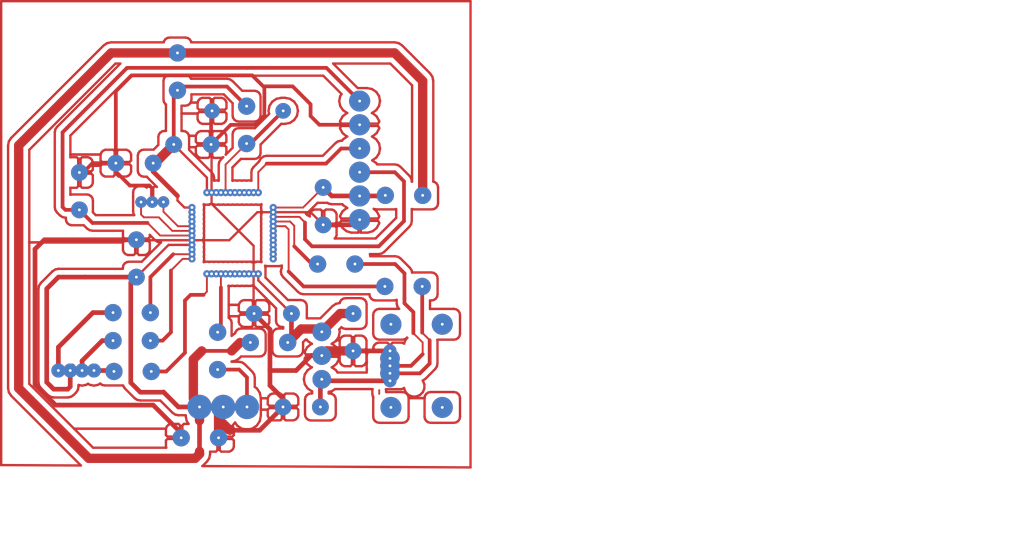
<source format=kicad_pcb>
(kicad_pcb (version 4) (host Gerbview "(2015-10-16 BZR 6271, Git 9aba2f2)-product")

  (layers 
    (0 F.Cu signal)
    (31 B.Cu signal)
    (32 B.Adhes user)
    (33 F.Adhes user)
    (34 B.Paste user)
    (35 F.Paste user)
    (36 B.SilkS user)
    (37 F.SilkS user)
    (38 B.Mask user)
    (39 F.Mask user)
    (40 Dwgs.User user)
    (41 Cmts.User user)
    (42 Eco1.User user)
    (43 Eco2.User user)
    (44 Edge.Cuts user)
    (45 Margin user)
    (46 B.CrtYd user)
    (47 F.CrtYd user)
    (48 B.Fab user)
    (49 F.Fab user)
  )

 (via (at 139.4 107.7) (size 1.85) (layers F.Cu B.Cu))
 (via (at 135.4 107.7) (size 1.85) (layers F.Cu B.Cu))
 (via (at 135 66.5) (size 1.85) (layers F.Cu B.Cu))
 (via (at 135 70.5) (size 1.85) (layers F.Cu B.Cu))
 (via (at 157.25 81.75) (size 1.85) (layers F.Cu B.Cu))
 (via (at 161.25 81.75) (size 1.85) (layers F.Cu B.Cu))
 (via (at 139.3 100.4) (size 1.85) (layers F.Cu B.Cu))
 (via (at 139.3 96.40000000000001) (size 1.85) (layers F.Cu B.Cu))
 (via (at 153.8 94.40000000000001) (size 1.8) (layers F.Cu B.Cu))
 (via (at 153.8 98.40000000000001) (size 1.8) (layers F.Cu B.Cu))
 (via (at 150.6 84.90000000000001) (size 1.8) (layers F.Cu B.Cu))
 (via (at 150.6 80.90000000000001) (size 1.8) (layers F.Cu B.Cu))
 (via (at 150.3 104.4) (size 1.8) (layers F.Cu B.Cu))
 (via (at 146.3 104.4) (size 1.8) (layers F.Cu B.Cu))
 (via (at 124.5 79.3) (size 1.8) (layers F.Cu B.Cu))
 (via (at 124.5 83.3) (size 1.8) (layers F.Cu B.Cu))
 (via (at 143.2 94.40000000000001) (size 1.8) (layers F.Cu B.Cu))
 (via (at 147.2 94.40000000000001) (size 1.8) (layers F.Cu B.Cu))
 (via (at 138.6 76.3) (size 1.8) (layers F.Cu B.Cu))
 (via (at 134.6 76.3) (size 1.8) (layers F.Cu B.Cu))
 (via (at 130.6 86.5) (size 1.8) (layers F.Cu B.Cu))
 (via (at 130.6 90.5) (size 1.8) (layers F.Cu B.Cu))
 (via (at 138.7 72.7) (size 1.674) (layers F.Cu B.Cu))
 (via (at 146.32 72.7) (size 1.674) (layers F.Cu B.Cu))
 (via (at 154.5 84.34999999999999) (size 2.2606) (layers F.Cu B.Cu))
 (via (at 154.5 81.81) (size 2.2606) (layers F.Cu B.Cu))
 (via (at 154.5 79.27) (size 2.2606) (layers F.Cu B.Cu))
 (via (at 154.5 76.73) (size 2.2606) (layers F.Cu B.Cu))
 (via (at 154.5 74.19) (size 2.2606) (layers F.Cu B.Cu))
 (via (at 154.5 71.65000000000001) (size 2.2606) (layers F.Cu B.Cu))
 (via (at 157.75068 101.6002) (size 1.40081) (layers F.Cu B.Cu))
 (via (at 157.75068 100.8001) (size 2.10019) (layers F.Cu B.Cu))
 (via (at 157.75068 100) (size 2.10019) (layers F.Cu B.Cu))
 (via (at 157.75068 99.1999) (size 2.10019) (layers F.Cu B.Cu))
 (via (at 157.75068 98.3998) (size 1.40081) (layers F.Cu B.Cu))
 (via (at 157.84974 104.45008) (size 2.24917) (layers F.Cu B.Cu))
 (via (at 163.34884 104.45008) (size 2.24917) (layers F.Cu B.Cu))
 (via (at 157.84974 95.54992) (size 2.24917) (layers F.Cu B.Cu))
 (via (at 163.34884 95.54992) (size 2.24917) (layers F.Cu B.Cu))
 (via (at 142.4 72.2) (size 1.85) (layers F.Cu B.Cu))
 (via (at 142.4 76.2) (size 1.85) (layers F.Cu B.Cu))
 (via (at 132.1 94.3) (size 1.85) (layers F.Cu B.Cu))
 (via (at 128.1 94.3) (size 1.85) (layers F.Cu B.Cu))
 (via (at 132.1 97.3) (size 1.85) (layers F.Cu B.Cu))
 (via (at 128.1 97.3) (size 1.85) (layers F.Cu B.Cu))
 (via (at 132.2 100.6) (size 1.85) (layers F.Cu B.Cu))
 (via (at 128.2 100.6) (size 1.85) (layers F.Cu B.Cu))
 (via (at 161.2 91.5) (size 1.85) (layers F.Cu B.Cu))
 (via (at 157.2 91.5) (size 1.85) (layers F.Cu B.Cu))
 (via (at 154 89.09999999999999) (size 1.85) (layers F.Cu B.Cu))
 (via (at 150 89.09999999999999) (size 1.85) (layers F.Cu B.Cu))
 (via (at 136.55 83.05) (size 0.775) (layers F.Cu B.Cu))
 (via (at 136.55 83.55) (size 0.775) (layers F.Cu B.Cu))
 (via (at 136.55 84.05) (size 0.775) (layers F.Cu B.Cu))
 (via (at 136.55 84.55) (size 0.775) (layers F.Cu B.Cu))
 (via (at 136.55 85.05) (size 0.775) (layers F.Cu B.Cu))
 (via (at 136.55 85.55) (size 0.775) (layers F.Cu B.Cu))
 (via (at 136.55 86.05) (size 0.775) (layers F.Cu B.Cu))
 (via (at 136.55 86.55) (size 0.775) (layers F.Cu B.Cu))
 (via (at 136.55 87.05) (size 0.775) (layers F.Cu B.Cu))
 (via (at 136.55 87.55) (size 0.775) (layers F.Cu B.Cu))
 (via (at 136.55 88.05) (size 0.775) (layers F.Cu B.Cu))
 (via (at 136.55 88.55) (size 0.775) (layers F.Cu B.Cu))
 (via (at 138.15 90.15000000000001) (size 0.775) (layers F.Cu B.Cu))
 (via (at 138.65 90.15000000000001) (size 0.775) (layers F.Cu B.Cu))
 (via (at 139.15 90.15000000000001) (size 0.775) (layers F.Cu B.Cu))
 (via (at 139.65 90.15000000000001) (size 0.775) (layers F.Cu B.Cu))
 (via (at 140.15 90.15000000000001) (size 0.775) (layers F.Cu B.Cu))
 (via (at 140.65 90.15000000000001) (size 0.775) (layers F.Cu B.Cu))
 (via (at 141.15 90.15000000000001) (size 0.775) (layers F.Cu B.Cu))
 (via (at 141.65 90.15000000000001) (size 0.775) (layers F.Cu B.Cu))
 (via (at 142.15 90.15000000000001) (size 0.775) (layers F.Cu B.Cu))
 (via (at 142.65 90.15000000000001) (size 0.775) (layers F.Cu B.Cu))
 (via (at 143.15 90.15000000000001) (size 0.775) (layers F.Cu B.Cu))
 (via (at 143.65 90.15000000000001) (size 0.775) (layers F.Cu B.Cu))
 (via (at 145.25 88.55) (size 0.775) (layers F.Cu B.Cu))
 (via (at 145.25 88.05) (size 0.775) (layers F.Cu B.Cu))
 (via (at 145.25 87.55) (size 0.775) (layers F.Cu B.Cu))
 (via (at 145.25 87.05) (size 0.775) (layers F.Cu B.Cu))
 (via (at 145.25 86.55) (size 0.775) (layers F.Cu B.Cu))
 (via (at 145.25 86.05) (size 0.775) (layers F.Cu B.Cu))
 (via (at 145.25 85.55) (size 0.775) (layers F.Cu B.Cu))
 (via (at 145.25 85.05) (size 0.775) (layers F.Cu B.Cu))
 (via (at 145.25 84.55) (size 0.775) (layers F.Cu B.Cu))
 (via (at 145.25 84.05) (size 0.775) (layers F.Cu B.Cu))
 (via (at 145.25 83.55) (size 0.775) (layers F.Cu B.Cu))
 (via (at 145.25 83.05) (size 0.775) (layers F.Cu B.Cu))
 (via (at 143.65 81.45) (size 0.775) (layers F.Cu B.Cu))
 (via (at 143.15 81.45) (size 0.775) (layers F.Cu B.Cu))
 (via (at 142.65 81.45) (size 0.775) (layers F.Cu B.Cu))
 (via (at 142.15 81.45) (size 0.775) (layers F.Cu B.Cu))
 (via (at 141.65 81.45) (size 0.775) (layers F.Cu B.Cu))
 (via (at 141.15 81.45) (size 0.775) (layers F.Cu B.Cu))
 (via (at 140.65 81.45) (size 0.775) (layers F.Cu B.Cu))
 (via (at 140.15 81.45) (size 0.775) (layers F.Cu B.Cu))
 (via (at 139.65 81.45) (size 0.775) (layers F.Cu B.Cu))
 (via (at 139.15 81.45) (size 0.775) (layers F.Cu B.Cu))
 (via (at 138.65 81.45) (size 0.775) (layers F.Cu B.Cu))
 (via (at 138.15 81.45) (size 0.775) (layers F.Cu B.Cu))
 (via (at 139.9 104.4) (size 2.59969) (layers F.Cu B.Cu))
 (via (at 142.44 104.4) (size 2.59969) (layers F.Cu B.Cu))
 (via (at 137.36 104.4) (size 2.59969) (layers F.Cu B.Cu))
 (via (at 131.1 82.462) (size 1.25) (layers F.Cu B.Cu))
 (via (at 132.3 82.462) (size 1.25) (layers F.Cu B.Cu))
 (via (at 133.5 82.462) (size 1.25) (layers F.Cu B.Cu))
 (via (at 132.4 78.3) (size 1.8) (layers F.Cu B.Cu))
 (via (at 128.4 78.3) (size 1.8) (layers F.Cu B.Cu))
 (via (at 142.8 97.5) (size 1.85) (layers F.Cu B.Cu))
 (via (at 146.8 97.5) (size 1.85) (layers F.Cu B.Cu))
 (via (at 150.45 98.90000000000001) (size 2.00025) (layers F.Cu B.Cu))
 (via (at 150.45 96.36) (size 2.00025) (layers F.Cu B.Cu))
 (via (at 150.45 101.44) (size 2.00025) (layers F.Cu B.Cu))
 (via (at 122.25 100.5) (size 1.5113) (layers F.Cu B.Cu))
 (via (at 123.52 100.5) (size 1.5113) (layers F.Cu B.Cu))
 (via (at 124.79 100.5) (size 1.5113) (layers F.Cu B.Cu))
 (via (at 126.06 100.5) (size 1.5113) (layers F.Cu B.Cu))
(segment (start 156.6 102.6) (end 156.6 103) (width 0.2) (layer F.Cu) (net 0))
(segment (start 144.3 70.075) (end 147.325 70.075) (width 0.4) (layer F.Cu) (net 0))
(segment (start 150.19 74.19) (end 154.5 74.19) (width 0.4) (layer F.Cu) (net 0))
(segment (start 149.25 73.25) (end 150.19 74.19) (width 0.4) (layer F.Cu) (net 0))
(segment (start 149.25 72) (end 149.25 73.25) (width 0.4) (layer F.Cu) (net 0))
(segment (start 147.325 70.075) (end 149.25 72) (width 0.4) (layer F.Cu) (net 0))
(segment (start 150.6 84.90000000000001) (end 153.95 84.90000000000001) (width 0.5) (layer F.Cu) (net 0))
(segment (start 153.95 84.90000000000001) (end 154.5 84.34999999999999) (width 0.5) (layer F.Cu) (net 0))
(segment (start 122.4 104.2) (end 121.95 104.2) (width 0.5) (layer F.Cu) (net 0))
(segment (start 132.4 104.2) (end 122.4 104.2) (width 0.5) (layer F.Cu) (net 0))
(segment (start 135.4 107.2) (end 132.4 104.2) (width 0.5) (layer F.Cu) (net 0))
(segment (start 124.1 86.5) (end 130.6 86.5) (width 0.5) (layer F.Cu) (net 0))
(segment (start 120.75 86.5) (end 124.1 86.5) (width 0.5) (layer F.Cu) (net 0))
(segment (start 119.75 87.5) (end 120.75 86.5) (width 0.5) (layer F.Cu) (net 0))
(segment (start 119.75 102) (end 119.75 87.5) (width 0.5) (layer F.Cu) (net 0))
(segment (start 121.95 104.2) (end 119.75 102) (width 0.5) (layer F.Cu) (net 0))
(segment (start 150.45 98.90000000000001) (end 149.3 98.90000000000001) (width 0.5) (layer F.Cu) (net 0))
(segment (start 149.3 98.90000000000001) (end 147.7 100.5) (width 0.5) (layer F.Cu) (net 0))
(segment (start 147.7 100.5) (end 145 100.5) (width 0.5) (layer F.Cu) (net 0))
(segment (start 153.8 98.40000000000001) (end 150.95 98.40000000000001) (width 1) (layer F.Cu) (net 0))
(segment (start 150.95 98.40000000000001) (end 150.45 98.90000000000001) (width 1) (layer F.Cu) (net 0))
(segment (start 135.4 107.7) (end 135.4 107.2) (width 0.5) (layer F.Cu) (net 0))
(segment (start 139.4 107.7) (end 139.4 104.9) (width 1) (layer F.Cu) (net 0))
(segment (start 139.4 104.9) (end 139.9 104.4) (width 1) (layer F.Cu) (net 0))
(segment (start 124.9 79.3) (end 125.9 78.3) (width 0.4) (layer F.Cu) (net 0))
(segment (start 125.9 78.3) (end 128.4 78.3) (width 0.4) (layer F.Cu) (net 0))
(segment (start 139.9 104.4) (end 139.9 106.2) (width 0.4) (layer F.Cu) (net 0))
(segment (start 143.8 106.9) (end 146.3 104.4) (width 0.5) (layer F.Cu) (net 0))
(segment (start 140.6 106.9) (end 143.8 106.9) (width 0.5) (layer F.Cu) (net 0))
(segment (start 139.9 106.2) (end 140.6 106.9) (width 1) (layer F.Cu) (net 0))
(segment (start 157.75068 98.3998) (end 153.8002 98.3998) (width 0.5) (layer F.Cu) (net 0))
(segment (start 153.8002 98.3998) (end 153.8 98.40000000000001) (width 0.5) (layer F.Cu) (net 0))
(segment (start 146.3 104.4) (end 146.3 103.5) (width 0.5) (layer F.Cu) (net 0))
(segment (start 146.3 103.5) (end 144.9 102.1) (width 0.5) (layer F.Cu) (net 0))
(segment (start 145 100.5) (end 144.9 100.5) (width 0.5) (layer F.Cu) (net 0))
(segment (start 144.9 100.4) (end 145 100.5) (width 0.5) (layer F.Cu) (net 0))
(segment (start 144.9 96.09999999999999) (end 143.2 94.40000000000001) (width 0.5) (layer F.Cu) (net 0))
(segment (start 144.9 102.1) (end 144.9 100.5) (width 0.5) (layer F.Cu) (net 0))
(segment (start 144.9 100.5) (end 144.9 96.09999999999999) (width 0.5) (layer F.Cu) (net 0))
(segment (start 128.4 79.2) (end 128.4 70.59999999999999) (width 0.4) (layer F.Cu) (net 0))
(segment (start 140.7 74.2) (end 138.6 76.3) (width 0.4) (layer F.Cu) (net 0))
(segment (start 143.3 74.2) (end 140.7 74.2) (width 0.4) (layer F.Cu) (net 0))
(segment (start 144.3 73.2) (end 143.3 74.2) (width 0.4) (layer F.Cu) (net 0))
(segment (start 144.3 70.2) (end 144.3 70.075) (width 0.4) (layer F.Cu) (net 0))
(segment (start 144.3 70.075) (end 144.3 73.2) (width 0.4) (layer F.Cu) (net 0))
(segment (start 143 68.90000000000001) (end 144.3 70.2) (width 0.4) (layer F.Cu) (net 0))
(segment (start 130.1 68.90000000000001) (end 143 68.90000000000001) (width 0.4) (layer F.Cu) (net 0))
(segment (start 128.4 70.59999999999999) (end 130.1 68.90000000000001) (width 0.4) (layer F.Cu) (net 0))
(segment (start 132.3 82.462) (end 132.3 81) (width 0.4) (layer F.Cu) (net 0))
(segment (start 129.9 80.7) (end 128.4 79.2) (width 0.4) (layer F.Cu) (net 0))
(segment (start 132 80.7) (end 129.9 80.7) (width 0.4) (layer F.Cu) (net 0))
(segment (start 132.3 81) (end 132 80.7) (width 0.4) (layer F.Cu) (net 0))
(segment (start 128.4 79.2) (end 128.4 79) (width 0.4) (layer F.Cu) (net 0))
(segment (start 138.65 81.45) (end 138.65 82.65000000000001) (width 0.25) (layer F.Cu) (net 0))
(segment (start 143.15 87.15000000000001) (end 143.15 90.15000000000001) (width 0.25) (layer F.Cu) (net 0))
(segment (start 138.65 82.65000000000001) (end 143.15 87.15000000000001) (width 0.25) (layer F.Cu) (net 0))
(segment (start 145.25 83.55) (end 143.55 83.55) (width 0.25) (layer F.Cu) (net 0))
(segment (start 140.55 86.55) (end 136.55 86.55) (width 0.25) (layer F.Cu) (net 0))
(segment (start 143.55 83.55) (end 141.1 86) (width 0.25) (layer F.Cu) (net 0))
(segment (start 141.1 86) (end 140.55 86.55) (width 0.25) (layer F.Cu) (net 0))
(segment (start 138.6 76.3) (end 138.6 72.8) (width 0.4) (layer F.Cu) (net 0))
(segment (start 138.6 72.8) (end 138.7 72.7) (width 0.4) (layer F.Cu) (net 0))
(segment (start 136.55 86.55) (end 130.65 86.55) (width 0.25) (layer F.Cu) (net 0))
(segment (start 130.65 86.55) (end 130.6 86.5) (width 0.25) (layer F.Cu) (net 0))
(segment (start 138.65 81.45) (end 138.65 76.34999999999999) (width 0.25) (layer F.Cu) (net 0))
(segment (start 138.65 76.34999999999999) (end 138.6 76.3) (width 0.25) (layer F.Cu) (net 0))
(segment (start 143.15 90.15000000000001) (end 143.15 94.34999999999999) (width 0.25) (layer F.Cu) (net 0))
(segment (start 143.15 94.34999999999999) (end 143.2 94.40000000000001) (width 0.25) (layer F.Cu) (net 0))
(segment (start 145.25 83.55) (end 149.25 83.55) (width 0.25) (layer F.Cu) (net 0))
(segment (start 149.25 83.55) (end 150.6 84.90000000000001) (width 0.25) (layer F.Cu) (net 0))
(segment (start 161.25 81.75) (end 161.25 69.5) (width 1) (layer F.Cu) (net 0))
(segment (start 158.25 66.5) (end 135 66.5) (width 1) (layer F.Cu) (net 0))
(segment (start 161.25 69.5) (end 158.25 66.5) (width 1) (layer F.Cu) (net 0))
(segment (start 154.5 81.81) (end 151.51 81.81) (width 0.5) (layer F.Cu) (net 0))
(segment (start 151.51 81.81) (end 150.6 80.90000000000001) (width 0.5) (layer F.Cu) (net 0))
(segment (start 154.5 81.81) (end 157.19 81.81) (width 0.5) (layer F.Cu) (net 0))
(segment (start 157.19 81.81) (end 157.25 81.75) (width 0.5) (layer F.Cu) (net 0))
(segment (start 123.52 100.5) (end 123.52 102.23) (width 0.5) (layer F.Cu) (net 0))
(segment (start 125.1 90.5) (end 130.6 90.5) (width 0.5) (layer F.Cu) (net 0))
(segment (start 122.25 90.5) (end 125.1 90.5) (width 0.5) (layer F.Cu) (net 0))
(segment (start 121 91.75) (end 122.25 90.5) (width 0.5) (layer F.Cu) (net 0))
(segment (start 121 101.75) (end 121 91.75) (width 0.5) (layer F.Cu) (net 0))
(segment (start 121.75 102.5) (end 121 101.75) (width 0.5) (layer F.Cu) (net 0))
(segment (start 123.25 102.5) (end 121.75 102.5) (width 0.5) (layer F.Cu) (net 0))
(segment (start 123.52 102.23) (end 123.25 102.5) (width 0.5) (layer F.Cu) (net 0))
(segment (start 133.525 102.825) (end 131.025 102.825) (width 0.5) (layer F.Cu) (net 0))
(segment (start 130 101.8) (end 130 91.09999999999999) (width 0.5) (layer F.Cu) (net 0))
(segment (start 131.025 102.825) (end 130 101.8) (width 0.5) (layer F.Cu) (net 0))
(segment (start 130 91.09999999999999) (end 130.6 90.5) (width 0.5) (layer F.Cu) (net 0))
(segment (start 153.8 94.40000000000001) (end 152.41 94.40000000000001) (width 1) (layer F.Cu) (net 0))
(segment (start 152.41 94.40000000000001) (end 150.76 96.05) (width 1) (layer F.Cu) (net 0))
(segment (start 150.76 96.05) (end 148.25 96.05) (width 1) (layer F.Cu) (net 0))
(segment (start 148.25 96.05) (end 146.8 97.5) (width 1) (layer F.Cu) (net 0))
(segment (start 137.36 109.16) (end 137.36 109.44) (width 1) (layer F.Cu) (net 0))
(segment (start 137.36 104.4) (end 137.36 109.16) (width 0.5) (layer F.Cu) (net 0))
(segment (start 127.9 66.5) (end 135 66.5) (width 1) (layer F.Cu) (net 0))
(segment (start 118 76.40000000000001) (end 127.9 66.5) (width 1) (layer F.Cu) (net 0))
(segment (start 118 102.4) (end 118 76.40000000000001) (width 1) (layer F.Cu) (net 0))
(segment (start 125.5 109.9) (end 118 102.4) (width 1) (layer F.Cu) (net 0))
(segment (start 136.9 109.9) (end 125.5 109.9) (width 1) (layer F.Cu) (net 0))
(segment (start 137.36 109.44) (end 136.9 109.9) (width 1) (layer F.Cu) (net 0))
(segment (start 137.36 104.4) (end 135.1 104.4) (width 0.5) (layer F.Cu) (net 0))
(segment (start 135.1 104.4) (end 133.525 102.825) (width 0.5) (layer F.Cu) (net 0))
(segment (start 133.525 102.825) (end 133.5 102.8) (width 0.5) (layer F.Cu) (net 0))
(segment (start 142.8 97.5) (end 141.7 97.5) (width 0.4) (layer F.Cu) (net 0))
(segment (start 136.7 99.3) (end 136.7 103.5) (width 1) (layer F.Cu) (net 0))
(segment (start 137.6 98.40000000000001) (end 136.7 99.3) (width 1) (layer F.Cu) (net 0))
(segment (start 140.8 98.40000000000001) (end 137.6 98.40000000000001) (width 0.4) (layer F.Cu) (net 0))
(segment (start 141.7 97.5) (end 140.8 98.40000000000001) (width 1) (layer F.Cu) (net 0))
(segment (start 137.36 104.4) (end 137.36 105.86) (width 1) (layer F.Cu) (net 0))
(segment (start 142.8 97.5) (end 142 97.5) (width 0.4) (layer F.Cu) (net 0))
(segment (start 147.2 97.2) (end 147.2 94.40000000000001) (width 0.5) (layer F.Cu) (net 0))
(segment (start 132.4 79.2) (end 132.4 78.5) (width 0.5) (layer F.Cu) (net 0))
(segment (start 132.4 78.5) (end 134.6 76.3) (width 1) (layer F.Cu) (net 0))
(segment (start 136.55 83.05) (end 135.75 83.05) (width 0.25) (layer F.Cu) (net 0))
(segment (start 135 81.8) (end 132.4 79.2) (width 0.5) (layer F.Cu) (net 0))
(segment (start 135 82.3) (end 135 81.8) (width 0.25) (layer F.Cu) (net 0))
(segment (start 135.75 83.05) (end 135 82.3) (width 0.25) (layer F.Cu) (net 0))
(segment (start 134.6 76.3) (end 134.6 71.2) (width 0.4) (layer F.Cu) (net 0))
(segment (start 140.3 70.09999999999999) (end 142.4 72.2) (width 0.4) (layer F.Cu) (net 0))
(segment (start 135.7 70.09999999999999) (end 140.3 70.09999999999999) (width 0.4) (layer F.Cu) (net 0))
(segment (start 134.6 71.2) (end 135.7 70.09999999999999) (width 0.4) (layer F.Cu) (net 0))
(segment (start 136.55 87.05) (end 134.05 87.05) (width 0.25) (layer F.Cu) (net 0))
(segment (start 134.05 87.05) (end 130.6 90.5) (width 0.25) (layer F.Cu) (net 0))
(segment (start 138.15 81.45) (end 138.15 79.84999999999999) (width 0.25) (layer F.Cu) (net 0))
(segment (start 138.15 79.84999999999999) (end 134.6 76.3) (width 0.25) (layer F.Cu) (net 0))
(segment (start 143.65 90.15000000000001) (end 143.65 90.84999999999999) (width 0.25) (layer F.Cu) (net 0))
(segment (start 143.65 90.84999999999999) (end 147.2 94.40000000000001) (width 0.25) (layer F.Cu) (net 0))
(segment (start 145.25 83.05) (end 148.45 83.05) (width 0.2) (layer F.Cu) (net 0))
(segment (start 148.45 83.05) (end 150.6 80.90000000000001) (width 0.2) (layer F.Cu) (net 0))
(segment (start 123.79 100.75) (end 123.79 99.95999999999999) (width 0.4) (layer F.Cu) (net 0))
(segment (start 142.5 68.09999999999999) (end 150.95 68.09999999999999) (width 0.4) (layer F.Cu) (net 0))
(segment (start 122.7 75) (end 129.6 68.09999999999999) (width 0.4) (layer F.Cu) (net 0))
(segment (start 129.6 68.09999999999999) (end 142.5 68.09999999999999) (width 0.4) (layer F.Cu) (net 0))
(segment (start 124.5 83.3) (end 123 83.3) (width 0.4) (layer F.Cu) (net 0))
(segment (start 122.7 83) (end 122.7 76.5) (width 0.4) (layer F.Cu) (net 0))
(segment (start 123 83.3) (end 122.7 83) (width 0.4) (layer F.Cu) (net 0))
(segment (start 122.7 76.5) (end 122.7 75) (width 0.4) (layer F.Cu) (net 0))
(segment (start 150.95 68.09999999999999) (end 154.5 71.65000000000001) (width 0.4) (layer F.Cu) (net 0))
(segment (start 131.8 84.7) (end 125.9 84.7) (width 0.4) (layer F.Cu) (net 0))
(segment (start 133.15 86.05) (end 131.8 84.7) (width 0.2) (layer F.Cu) (net 0))
(segment (start 136.55 86.05) (end 133.15 86.05) (width 0.2) (layer F.Cu) (net 0))
(segment (start 125.9 84.7) (end 124.5 83.3) (width 0.4) (layer F.Cu) (net 0))
(segment (start 142.4 76.2) (end 142.82 76.2) (width 0.4) (layer F.Cu) (net 0))
(segment (start 142.82 76.2) (end 146.32 72.7) (width 0.4) (layer F.Cu) (net 0))
(segment (start 140.15 81.45) (end 140.15 78.45) (width 0.2) (layer F.Cu) (net 0))
(segment (start 140.15 78.45) (end 142.4 76.2) (width 0.2) (layer F.Cu) (net 0))
(segment (start 156.4 87.2) (end 156.55 87.2) (width 0.4) (layer F.Cu) (net 0))
(segment (start 148.65 86.45) (end 149.4 87.2) (width 0.4) (layer F.Cu) (net 0))
(segment (start 149.4 87.2) (end 156.4 87.2) (width 0.4) (layer F.Cu) (net 0))
(segment (start 148.65 84.65000000000001) (end 148.65 86.45) (width 0.4) (layer F.Cu) (net 0))
(segment (start 158.27 79.27) (end 154.5 79.27) (width 0.4) (layer F.Cu) (net 0))
(segment (start 159.25 80.25) (end 158.27 79.27) (width 0.4) (layer F.Cu) (net 0))
(segment (start 159.25 84.5) (end 159.25 80.25) (width 0.4) (layer F.Cu) (net 0))
(segment (start 156.55 87.2) (end 159.25 84.5) (width 0.4) (layer F.Cu) (net 0))
(segment (start 145.25 84.05) (end 148.05 84.05) (width 0.2) (layer F.Cu) (net 0))
(segment (start 148.05 84.05) (end 148.65 84.65000000000001) (width 0.2) (layer F.Cu) (net 0))
(segment (start 148.65 84.65000000000001) (end 148.7 84.7) (width 0.2) (layer F.Cu) (net 0))
(segment (start 144.55 78.34999999999999) (end 150.9 78.34999999999999) (width 0.4) (layer F.Cu) (net 0))
(segment (start 152.52 76.73) (end 154.5 76.73) (width 0.4) (layer F.Cu) (net 0))
(segment (start 150.9 78.34999999999999) (end 152.52 76.73) (width 0.4) (layer F.Cu) (net 0))
(segment (start 143.65 81.45) (end 143.65 79.25) (width 0.2) (layer F.Cu) (net 0))
(segment (start 143.65 79.25) (end 144.55 78.34999999999999) (width 0.2) (layer F.Cu) (net 0))
(segment (start 144.55 78.34999999999999) (end 144.6 78.3) (width 0.2) (layer F.Cu) (net 0))
(segment (start 161.2 91.5) (end 161.2 96.45) (width 0.4) (layer F.Cu) (net 0))
(segment (start 160.9499 100.8001) (end 157.75068 100.8001) (width 0.4) (layer F.Cu) (net 0))
(segment (start 162 99.75) (end 160.9499 100.8001) (width 0.4) (layer F.Cu) (net 0))
(segment (start 162 97.25) (end 162 99.75) (width 0.4) (layer F.Cu) (net 0))
(segment (start 161.2 96.45) (end 162 97.25) (width 0.2) (layer F.Cu) (net 0))
(segment (start 159.3 92.75) (end 159.3 93.3) (width 0.4) (layer F.Cu) (net 0))
(segment (start 160 100) (end 157.75068 100) (width 0.4) (layer F.Cu) (net 0))
(segment (start 161.25 98.75) (end 160 100) (width 0.4) (layer F.Cu) (net 0))
(segment (start 161.25 97.5) (end 161.25 98.75) (width 0.2) (layer F.Cu) (net 0))
(segment (start 160.25 96.5) (end 161.25 97.5) (width 0.2) (layer F.Cu) (net 0))
(segment (start 160.25 94.25) (end 160.25 96.5) (width 0.4) (layer F.Cu) (net 0))
(segment (start 159.3 93.3) (end 160.25 94.25) (width 0.4) (layer F.Cu) (net 0))
(segment (start 154 89.09999999999999) (end 158.3 89.09999999999999) (width 0.4) (layer F.Cu) (net 0))
(segment (start 159.3 90.09999999999999) (end 159.3 92.75) (width 0.4) (layer F.Cu) (net 0))
(segment (start 159.3 92.75) (end 159.3 92.8) (width 0.4) (layer F.Cu) (net 0))
(segment (start 158.3 89.09999999999999) (end 159.3 90.09999999999999) (width 0.4) (layer F.Cu) (net 0))
(segment (start 126.06 100.5) (end 128.1 100.5) (width 0.5) (layer F.Cu) (net 0))
(segment (start 128.1 100.5) (end 128.2 100.6) (width 0.5) (layer F.Cu) (net 0))
(segment (start 128.05 100.75) (end 128.2 100.6) (width 0.4) (layer F.Cu) (net 0))
(segment (start 157.75068 101.6002) (end 150.6602 101.6002) (width 0.5) (layer F.Cu) (net 0))
(segment (start 150.6602 101.6002) (end 150.3 101.24) (width 0.5) (layer F.Cu) (net 0))
(segment (start 150.3 104.4) (end 150.3 101.24) (width 0.5) (layer F.Cu) (net 0))
(segment (start 136.55 88.05) (end 134.55 88.05) (width 0.2) (layer F.Cu) (net 0))
(segment (start 132.1 90.5) (end 132.1 94.3) (width 0.4) (layer F.Cu) (net 0))
(segment (start 134.55 88.05) (end 132.1 90.5) (width 0.4) (layer F.Cu) (net 0))
(segment (start 136.55 88.55) (end 135.55 88.55) (width 0.2) (layer F.Cu) (net 0))
(segment (start 133.4 97.3) (end 132.1 97.3) (width 0.4) (layer F.Cu) (net 0))
(segment (start 134.3 96.40000000000001) (end 133.4 97.3) (width 0.4) (layer F.Cu) (net 0))
(segment (start 134.3 89.8) (end 134.3 96.40000000000001) (width 0.4) (layer F.Cu) (net 0))
(segment (start 135.55 88.55) (end 134.3 89.8) (width 0.2) (layer F.Cu) (net 0))
(segment (start 132.2 100.6) (end 133.8 100.6) (width 0.4) (layer F.Cu) (net 0))
(segment (start 138.15 92.05) (end 138.15 90.15000000000001) (width 0.2) (layer F.Cu) (net 0))
(segment (start 137.8 92.40000000000001) (end 138.15 92.05) (width 0.2) (layer F.Cu) (net 0))
(segment (start 136.4 92.40000000000001) (end 137.8 92.40000000000001) (width 0.4) (layer F.Cu) (net 0))
(segment (start 135.8 93) (end 136.4 92.40000000000001) (width 0.4) (layer F.Cu) (net 0))
(segment (start 135.8 98.59999999999999) (end 135.8 93) (width 0.4) (layer F.Cu) (net 0))
(segment (start 133.8 100.6) (end 135.8 98.59999999999999) (width 0.4) (layer F.Cu) (net 0))
(segment (start 145.25 85.05) (end 146.55 85.05) (width 0.2) (layer F.Cu) (net 0))
(segment (start 148.5 91.5) (end 157.2 91.5) (width 0.4) (layer F.Cu) (net 0))
(segment (start 146.9 89.90000000000001) (end 148.5 91.5) (width 0.4) (layer F.Cu) (net 0))
(segment (start 146.9 85.40000000000001) (end 146.9 89.90000000000001) (width 0.2) (layer F.Cu) (net 0))
(segment (start 146.55 85.05) (end 146.9 85.40000000000001) (width 0.2) (layer F.Cu) (net 0))
(segment (start 145.25 84.55) (end 147.05 84.55) (width 0.2) (layer F.Cu) (net 0))
(segment (start 147.5 87.2) (end 149.4 89.09999999999999) (width 0.4) (layer F.Cu) (net 0))
(segment (start 147.5 85) (end 147.5 87.2) (width 0.2) (layer F.Cu) (net 0))
(segment (start 147.05 84.55) (end 147.5 85) (width 0.2) (layer F.Cu) (net 0))
(segment (start 149.4 89.09999999999999) (end 150 89.09999999999999) (width 0.2) (layer F.Cu) (net 0))
(segment (start 136.55 85.05) (end 135.05 85.05) (width 0.2) (layer F.Cu) (net 0))
(segment (start 135.05 85.05) (end 133.5 83.5) (width 0.2) (layer F.Cu) (net 0))
(segment (start 133.5 83.5) (end 133.5 82.462) (width 0.2) (layer F.Cu) (net 0))
(segment (start 136.55 85.55) (end 134.45 85.55) (width 0.2) (layer F.Cu) (net 0))
(segment (start 131.1 83.8) (end 131.1 82.462) (width 0.2) (layer F.Cu) (net 0))
(segment (start 131.4 84.09999999999999) (end 131.1 83.8) (width 0.2) (layer F.Cu) (net 0))
(segment (start 133 84.09999999999999) (end 131.4 84.09999999999999) (width 0.2) (layer F.Cu) (net 0))
(segment (start 134.45 85.55) (end 133 84.09999999999999) (width 0.2) (layer F.Cu) (net 0))
(segment (start 139.3 100.4) (end 141.6 100.4) (width 0.4) (layer F.Cu) (net 0))
(segment (start 142.44 101.24) (end 142.44 104.4) (width 0.4) (layer F.Cu) (net 0))
(segment (start 141.6 100.4) (end 142.44 101.24) (width 0.4) (layer F.Cu) (net 0))
(segment (start 139.65 91.59999999999999) (end 139.65 96.05) (width 0.4) (layer F.Cu) (net 0))
(segment (start 139.65 96.05) (end 139.3 96.40000000000001) (width 0.4) (layer F.Cu) (net 0))
(segment (start 139.65 90.15000000000001) (end 139.65 91.59999999999999) (width 0.2) (layer F.Cu) (net 0))
(segment (start 139.65 91.59999999999999) (end 139.65 91.65000000000001) (width 0.2) (layer F.Cu) (net 0))
(segment (start 139.65 91.65000000000001) (end 139.7 91.7) (width 0.2) (layer F.Cu) (net 0))
(segment (start 122.25 100.5) (end 122.25 98) (width 0.5) (layer F.Cu) (net 0))
(segment (start 125.95 94.3) (end 128.1 94.3) (width 0.5) (layer F.Cu) (net 0))
(segment (start 122.25 98) (end 125.95 94.3) (width 0.5) (layer F.Cu) (net 0))
(segment (start 124.79 100.5) (end 124.79 99.45999999999999) (width 0.5) (layer F.Cu) (net 0))
(segment (start 126.95 97.3) (end 128.1 97.3) (width 0.5) (layer F.Cu) (net 0))
(segment (start 124.79 99.45999999999999) (end 126.95 97.3) (width 0.5) (layer F.Cu) (net 0))
(segment (start 166.373 110.87237) (end 166.373 110.87237) (width 0) (layer F.Cu) (net 0))
(segment (start 166.373 110.87237) (end 137.66116 110.73023) (width 0.254) (layer F.Cu) (net 0))
(segment (start 137.66116 110.73023) (end 137.70257 110.70257) (width 0.254) (layer F.Cu) (net 0))
(segment (start 137.70257 110.70257) (end 138.16257 110.24257) (width 0.254) (layer F.Cu) (net 0))
(segment (start 138.16257 110.24257) (end 138.4086 109.87435) (width 0.254) (layer F.Cu) (net 0))
(segment (start 138.4086 109.87435) (end 138.495 109.44) (width 0.254) (layer F.Cu) (net 0))
(segment (start 138.495 109.44) (end 138.495 109.185) (width 0.254) (layer F.Cu) (net 0))
(segment (start 138.495 109.185) (end 139.11425 109.185) (width 0.254) (layer F.Cu) (net 0))
(segment (start 139.11425 109.185) (end 139.273 109.02625) (width 0.254) (layer F.Cu) (net 0))
(segment (start 139.273 109.02625) (end 139.273 107.827) (width 0.254) (layer F.Cu) (net 0))
(segment (start 139.273 107.827) (end 139.527 107.827) (width 0.254) (layer F.Cu) (net 0))
(segment (start 139.527 107.827) (end 139.527 109.02625) (width 0.254) (layer F.Cu) (net 0))
(segment (start 139.527 109.02625) (end 139.68575 109.185) (width 0.254) (layer F.Cu) (net 0))
(segment (start 139.68575 109.185) (end 140.52631 109.185) (width 0.254) (layer F.Cu) (net 0))
(segment (start 140.52631 109.185) (end 140.7597 109.08833) (width 0.254) (layer F.Cu) (net 0))
(segment (start 140.7597 109.08833) (end 140.93833 108.9097) (width 0.254) (layer F.Cu) (net 0))
(segment (start 140.93833 108.9097) (end 141.035 108.67631) (width 0.254) (layer F.Cu) (net 0))
(segment (start 141.035 108.67631) (end 141.035 107.98575) (width 0.254) (layer F.Cu) (net 0))
(segment (start 141.035 107.98575) (end 140.87625 107.827) (width 0.254) (layer F.Cu) (net 0))
(segment (start 140.87625 107.827) (end 139.527 107.827) (width 0.254) (layer F.Cu) (net 0))
(segment (start 139.527 107.827) (end 139.273 107.827) (width 0.254) (layer F.Cu) (net 0))
(segment (start 139.273 107.827) (end 139.253 107.827) (width 0.254) (layer F.Cu) (net 0))
(segment (start 139.253 107.827) (end 139.253 107.573) (width 0.254) (layer F.Cu) (net 0))
(segment (start 139.253 107.573) (end 139.273 107.573) (width 0.254) (layer F.Cu) (net 0))
(segment (start 139.273 107.573) (end 139.273 107.553) (width 0.254) (layer F.Cu) (net 0))
(segment (start 139.273 107.553) (end 139.527 107.553) (width 0.254) (layer F.Cu) (net 0))
(segment (start 139.527 107.553) (end 139.527 107.573) (width 0.254) (layer F.Cu) (net 0))
(segment (start 139.527 107.573) (end 140.87625 107.573) (width 0.254) (layer F.Cu) (net 0))
(segment (start 140.87625 107.573) (end 141.035 107.41425) (width 0.254) (layer F.Cu) (net 0))
(segment (start 141.035 107.41425) (end 141.035 106.72369) (width 0.254) (layer F.Cu) (net 0))
(segment (start 141.035 106.72369) (end 140.93833 106.4903) (width 0.254) (layer F.Cu) (net 0))
(segment (start 140.93833 106.4903) (end 140.87246 106.42443) (width 0.254) (layer F.Cu) (net 0))
(segment (start 140.87246 106.42443) (end 141.16448 106.05913) (width 0.254) (layer F.Cu) (net 0))
(segment (start 141.16448 106.05913) (end 141.39021 106.39695) (width 0.254) (layer F.Cu) (net 0))
(segment (start 141.39021 106.39695) (end 141.87186 106.71878) (width 0.254) (layer F.Cu) (net 0))
(segment (start 141.87186 106.71878) (end 142.44 106.83179) (width 0.254) (layer F.Cu) (net 0))
(segment (start 142.44 106.83179) (end 143.00814 106.71878) (width 0.254) (layer F.Cu) (net 0))
(segment (start 143.00814 106.71878) (end 143.48979 106.39695) (width 0.254) (layer F.Cu) (net 0))
(segment (start 143.48979 106.39695) (end 143.81162 105.9153) (width 0.254) (layer F.Cu) (net 0))
(segment (start 143.81162 105.9153) (end 143.92463 105.34716) (width 0.254) (layer F.Cu) (net 0))
(segment (start 143.92463 105.34716) (end 143.92463 104.68575) (width 0.254) (layer F.Cu) (net 0))
(segment (start 143.92463 104.68575) (end 144.665 104.68575) (width 0.254) (layer F.Cu) (net 0))
(segment (start 144.665 104.68575) (end 144.665 105.32631) (width 0.254) (layer F.Cu) (net 0))
(segment (start 144.665 105.32631) (end 144.76167 105.5597) (width 0.254) (layer F.Cu) (net 0))
(segment (start 144.76167 105.5597) (end 144.9403 105.73833) (width 0.254) (layer F.Cu) (net 0))
(segment (start 144.9403 105.73833) (end 145.17369 105.835) (width 0.254) (layer F.Cu) (net 0))
(segment (start 145.17369 105.835) (end 146.01425 105.835) (width 0.254) (layer F.Cu) (net 0))
(segment (start 146.01425 105.835) (end 146.173 105.67625) (width 0.254) (layer F.Cu) (net 0))
(segment (start 146.173 105.67625) (end 146.173 104.527) (width 0.254) (layer F.Cu) (net 0))
(segment (start 146.173 104.527) (end 146.427 104.527) (width 0.254) (layer F.Cu) (net 0))
(segment (start 146.427 104.527) (end 146.427 105.67625) (width 0.254) (layer F.Cu) (net 0))
(segment (start 146.427 105.67625) (end 146.58575 105.835) (width 0.254) (layer F.Cu) (net 0))
(segment (start 146.58575 105.835) (end 147.42631 105.835) (width 0.254) (layer F.Cu) (net 0))
(segment (start 147.42631 105.835) (end 147.6597 105.73833) (width 0.254) (layer F.Cu) (net 0))
(segment (start 147.6597 105.73833) (end 147.83833 105.5597) (width 0.254) (layer F.Cu) (net 0))
(segment (start 147.83833 105.5597) (end 147.935 105.32631) (width 0.254) (layer F.Cu) (net 0))
(segment (start 147.935 105.32631) (end 147.935 104.68575) (width 0.254) (layer F.Cu) (net 0))
(segment (start 147.935 104.68575) (end 147.77625 104.527) (width 0.254) (layer F.Cu) (net 0))
(segment (start 147.77625 104.527) (end 146.427 104.527) (width 0.254) (layer F.Cu) (net 0))
(segment (start 146.427 104.527) (end 146.173 104.527) (width 0.254) (layer F.Cu) (net 0))
(segment (start 146.173 104.527) (end 144.82375 104.527) (width 0.254) (layer F.Cu) (net 0))
(segment (start 144.82375 104.527) (end 144.665 104.68575) (width 0.254) (layer F.Cu) (net 0))
(segment (start 144.665 104.68575) (end 143.92463 104.68575) (width 0.254) (layer F.Cu) (net 0))
(segment (start 143.92463 104.68575) (end 143.92463 103.47369) (width 0.254) (layer F.Cu) (net 0))
(segment (start 143.92463 103.47369) (end 144.665 103.47369) (width 0.254) (layer F.Cu) (net 0))
(segment (start 144.665 103.47369) (end 144.665 104.11425) (width 0.254) (layer F.Cu) (net 0))
(segment (start 144.665 104.11425) (end 144.82375 104.273) (width 0.254) (layer F.Cu) (net 0))
(segment (start 144.82375 104.273) (end 146.173 104.273) (width 0.254) (layer F.Cu) (net 0))
(segment (start 146.173 104.273) (end 146.173 103.12375) (width 0.254) (layer F.Cu) (net 0))
(segment (start 146.173 103.12375) (end 146.427 103.12375) (width 0.254) (layer F.Cu) (net 0))
(segment (start 146.427 103.12375) (end 146.427 104.273) (width 0.254) (layer F.Cu) (net 0))
(segment (start 146.427 104.273) (end 147.77625 104.273) (width 0.254) (layer F.Cu) (net 0))
(segment (start 147.77625 104.273) (end 147.935 104.11425) (width 0.254) (layer F.Cu) (net 0))
(segment (start 147.935 104.11425) (end 147.935 103.47369) (width 0.254) (layer F.Cu) (net 0))
(segment (start 147.935 103.47369) (end 147.83833 103.2403) (width 0.254) (layer F.Cu) (net 0))
(segment (start 147.83833 103.2403) (end 147.6597 103.06167) (width 0.254) (layer F.Cu) (net 0))
(segment (start 147.6597 103.06167) (end 147.42631 102.965) (width 0.254) (layer F.Cu) (net 0))
(segment (start 147.42631 102.965) (end 146.58575 102.965) (width 0.254) (layer F.Cu) (net 0))
(segment (start 146.58575 102.965) (end 146.427 103.12375) (width 0.254) (layer F.Cu) (net 0))
(segment (start 146.427 103.12375) (end 146.173 103.12375) (width 0.254) (layer F.Cu) (net 0))
(segment (start 146.173 103.12375) (end 146.01425 102.965) (width 0.254) (layer F.Cu) (net 0))
(segment (start 146.01425 102.965) (end 145.17369 102.965) (width 0.254) (layer F.Cu) (net 0))
(segment (start 145.17369 102.965) (end 144.9403 103.06167) (width 0.254) (layer F.Cu) (net 0))
(segment (start 144.9403 103.06167) (end 144.76167 103.2403) (width 0.254) (layer F.Cu) (net 0))
(segment (start 144.76167 103.2403) (end 144.665 103.47369) (width 0.254) (layer F.Cu) (net 0))
(segment (start 144.665 103.47369) (end 143.92463 103.47369) (width 0.254) (layer F.Cu) (net 0))
(segment (start 143.92463 103.47369) (end 143.92463 103.45284) (width 0.254) (layer F.Cu) (net 0))
(segment (start 143.92463 103.45284) (end 143.81162 102.8847) (width 0.254) (layer F.Cu) (net 0))
(segment (start 143.81162 102.8847) (end 143.48979 102.40305) (width 0.254) (layer F.Cu) (net 0))
(segment (start 143.48979 102.40305) (end 143.275 102.25953) (width 0.254) (layer F.Cu) (net 0))
(segment (start 143.275 102.25953) (end 143.275 101.24) (width 0.254) (layer F.Cu) (net 0))
(segment (start 143.275 101.24) (end 143.21144 100.92046) (width 0.254) (layer F.Cu) (net 0))
(segment (start 143.21144 100.92046) (end 143.03043 100.64957) (width 0.254) (layer F.Cu) (net 0))
(segment (start 143.03043 100.64957) (end 142.19043 99.80956999999999) (width 0.254) (layer F.Cu) (net 0))
(segment (start 142.19043 99.80956999999999) (end 142.101 99.74981) (width 0.254) (layer F.Cu) (net 0))
(segment (start 142.101 99.74981) (end 141.91954 99.62855999999999) (width 0.254) (layer F.Cu) (net 0))
(segment (start 141.91954 99.62855999999999) (end 141.6 99.565) (width 0.254) (layer F.Cu) (net 0))
(segment (start 141.6 99.565) (end 140.79744 99.565) (width 0.254) (layer F.Cu) (net 0))
(segment (start 140.79744 99.565) (end 140.79744 99.53449000000001) (width 0.254) (layer F.Cu) (net 0))
(segment (start 140.79744 99.53449000000001) (end 140.8 99.535) (width 0.254) (layer F.Cu) (net 0))
(segment (start 140.8 99.535) (end 141.23435 99.4486) (width 0.254) (layer F.Cu) (net 0))
(segment (start 141.23435 99.4486) (end 141.60257 99.20256999999999) (width 0.254) (layer F.Cu) (net 0))
(segment (start 141.60257 99.20256999999999) (end 141.80769 98.99744) (width 0.254) (layer F.Cu) (net 0))
(segment (start 141.80769 98.99744) (end 143.8 98.99744) (width 0.254) (layer F.Cu) (net 0))
(segment (start 143.8 98.99744) (end 144.03532 98.95316) (width 0.254) (layer F.Cu) (net 0))
(segment (start 144.03532 98.95316) (end 144.25144 98.81408999999999) (width 0.254) (layer F.Cu) (net 0))
(segment (start 144.25144 98.81408999999999) (end 144.39643 98.60189) (width 0.254) (layer F.Cu) (net 0))
(segment (start 144.39643 98.60189) (end 144.44744 98.34999999999999) (width 0.254) (layer F.Cu) (net 0))
(segment (start 144.44744 98.34999999999999) (end 144.44744 96.65000000000001) (width 0.254) (layer F.Cu) (net 0))
(segment (start 144.44744 96.65000000000001) (end 144.40316 96.41468) (width 0.254) (layer F.Cu) (net 0))
(segment (start 144.40316 96.41468) (end 144.26409 96.19856) (width 0.254) (layer F.Cu) (net 0))
(segment (start 144.26409 96.19856) (end 144.05189 96.05356999999999) (width 0.254) (layer F.Cu) (net 0))
(segment (start 144.05189 96.05356999999999) (end 143.8 96.00256) (width 0.254) (layer F.Cu) (net 0))
(segment (start 143.8 96.00256) (end 141.8 96.00256) (width 0.254) (layer F.Cu) (net 0))
(segment (start 141.8 96.00256) (end 141.56468 96.04684) (width 0.254) (layer F.Cu) (net 0))
(segment (start 141.56468 96.04684) (end 141.34856 96.18591000000001) (width 0.254) (layer F.Cu) (net 0))
(segment (start 141.34856 96.18591000000001) (end 141.20357 96.39811) (width 0.254) (layer F.Cu) (net 0))
(segment (start 141.20357 96.39811) (end 141.18137 96.50771) (width 0.254) (layer F.Cu) (net 0))
(segment (start 141.18137 96.50771) (end 140.89743 96.69743) (width 0.254) (layer F.Cu) (net 0))
(segment (start 140.89743 96.69743) (end 140.79744 96.79743000000001) (width 0.254) (layer F.Cu) (net 0))
(segment (start 140.79744 96.79743000000001) (end 140.79744 95.40000000000001) (width 0.254) (layer F.Cu) (net 0))
(segment (start 140.79744 95.40000000000001) (end 140.75316 95.16468) (width 0.254) (layer F.Cu) (net 0))
(segment (start 140.75316 95.16468) (end 140.61409 94.94856) (width 0.254) (layer F.Cu) (net 0))
(segment (start 140.61409 94.94856) (end 140.485 94.86036) (width 0.254) (layer F.Cu) (net 0))
(segment (start 140.485 94.86036) (end 140.485 94.68575) (width 0.254) (layer F.Cu) (net 0))
(segment (start 140.485 94.68575) (end 141.565 94.68575) (width 0.254) (layer F.Cu) (net 0))
(segment (start 141.565 94.68575) (end 141.565 95.32631000000001) (width 0.254) (layer F.Cu) (net 0))
(segment (start 141.565 95.32631000000001) (end 141.66167 95.55970000000001) (width 0.254) (layer F.Cu) (net 0))
(segment (start 141.66167 95.55970000000001) (end 141.8403 95.73833) (width 0.254) (layer F.Cu) (net 0))
(segment (start 141.8403 95.73833) (end 142.07369 95.83499999999999) (width 0.254) (layer F.Cu) (net 0))
(segment (start 142.07369 95.83499999999999) (end 142.91425 95.83499999999999) (width 0.254) (layer F.Cu) (net 0))
(segment (start 142.91425 95.83499999999999) (end 143.073 95.67625) (width 0.254) (layer F.Cu) (net 0))
(segment (start 143.073 95.67625) (end 143.073 94.527) (width 0.254) (layer F.Cu) (net 0))
(segment (start 143.073 94.527) (end 143.327 94.527) (width 0.254) (layer F.Cu) (net 0))
(segment (start 143.327 94.527) (end 143.327 95.67625) (width 0.254) (layer F.Cu) (net 0))
(segment (start 143.327 95.67625) (end 143.48575 95.83499999999999) (width 0.254) (layer F.Cu) (net 0))
(segment (start 143.48575 95.83499999999999) (end 144.32631 95.83499999999999) (width 0.254) (layer F.Cu) (net 0))
(segment (start 144.32631 95.83499999999999) (end 144.5597 95.73833) (width 0.254) (layer F.Cu) (net 0))
(segment (start 144.5597 95.73833) (end 144.73833 95.55970000000001) (width 0.254) (layer F.Cu) (net 0))
(segment (start 144.73833 95.55970000000001) (end 144.835 95.32631000000001) (width 0.254) (layer F.Cu) (net 0))
(segment (start 144.835 95.32631000000001) (end 144.835 94.68575) (width 0.254) (layer F.Cu) (net 0))
(segment (start 144.835 94.68575) (end 144.67625 94.527) (width 0.254) (layer F.Cu) (net 0))
(segment (start 144.67625 94.527) (end 143.327 94.527) (width 0.254) (layer F.Cu) (net 0))
(segment (start 143.327 94.527) (end 143.073 94.527) (width 0.254) (layer F.Cu) (net 0))
(segment (start 143.073 94.527) (end 141.72375 94.527) (width 0.254) (layer F.Cu) (net 0))
(segment (start 141.72375 94.527) (end 141.565 94.68575) (width 0.254) (layer F.Cu) (net 0))
(segment (start 141.565 94.68575) (end 140.485 94.68575) (width 0.254) (layer F.Cu) (net 0))
(segment (start 140.485 94.68575) (end 140.485 93.47369) (width 0.254) (layer F.Cu) (net 0))
(segment (start 140.485 93.47369) (end 141.565 93.47369) (width 0.254) (layer F.Cu) (net 0))
(segment (start 141.565 93.47369) (end 141.565 94.11425) (width 0.254) (layer F.Cu) (net 0))
(segment (start 141.565 94.11425) (end 141.72375 94.273) (width 0.254) (layer F.Cu) (net 0))
(segment (start 141.72375 94.273) (end 143.073 94.273) (width 0.254) (layer F.Cu) (net 0))
(segment (start 143.073 94.273) (end 143.073 93.12375) (width 0.254) (layer F.Cu) (net 0))
(segment (start 143.073 93.12375) (end 143.327 93.12375) (width 0.254) (layer F.Cu) (net 0))
(segment (start 143.327 93.12375) (end 143.327 94.273) (width 0.254) (layer F.Cu) (net 0))
(segment (start 143.327 94.273) (end 144.67625 94.273) (width 0.254) (layer F.Cu) (net 0))
(segment (start 144.67625 94.273) (end 144.835 94.11425) (width 0.254) (layer F.Cu) (net 0))
(segment (start 144.835 94.11425) (end 144.835 93.47369) (width 0.254) (layer F.Cu) (net 0))
(segment (start 144.835 93.47369) (end 144.73833 93.2403) (width 0.254) (layer F.Cu) (net 0))
(segment (start 144.73833 93.2403) (end 144.5597 93.06167000000001) (width 0.254) (layer F.Cu) (net 0))
(segment (start 144.5597 93.06167000000001) (end 144.32631 92.965) (width 0.254) (layer F.Cu) (net 0))
(segment (start 144.32631 92.965) (end 143.48575 92.965) (width 0.254) (layer F.Cu) (net 0))
(segment (start 143.48575 92.965) (end 143.327 93.12375) (width 0.254) (layer F.Cu) (net 0))
(segment (start 143.327 93.12375) (end 143.073 93.12375) (width 0.254) (layer F.Cu) (net 0))
(segment (start 143.073 93.12375) (end 142.91425 92.965) (width 0.254) (layer F.Cu) (net 0))
(segment (start 142.91425 92.965) (end 142.07369 92.965) (width 0.254) (layer F.Cu) (net 0))
(segment (start 142.07369 92.965) (end 141.8403 93.06167000000001) (width 0.254) (layer F.Cu) (net 0))
(segment (start 141.8403 93.06167000000001) (end 141.66167 93.2403) (width 0.254) (layer F.Cu) (net 0))
(segment (start 141.66167 93.2403) (end 141.565 93.47369) (width 0.254) (layer F.Cu) (net 0))
(segment (start 141.565 93.47369) (end 140.485 93.47369) (width 0.254) (layer F.Cu) (net 0))
(segment (start 140.485 93.47369) (end 140.485 91.59999999999999) (width 0.254) (layer F.Cu) (net 0))
(segment (start 140.485 91.59999999999999) (end 140.4517 91.43259999999999) (width 0.254) (layer F.Cu) (net 0))
(segment (start 140.4517 91.43259999999999) (end 140.525 91.44744) (width 0.254) (layer F.Cu) (net 0))
(segment (start 140.525 91.44744) (end 140.775 91.44744) (width 0.254) (layer F.Cu) (net 0))
(segment (start 140.775 91.44744) (end 140.90459 91.42306000000001) (width 0.254) (layer F.Cu) (net 0))
(segment (start 140.90459 91.42306000000001) (end 141.025 91.44744) (width 0.254) (layer F.Cu) (net 0))
(segment (start 141.025 91.44744) (end 141.275 91.44744) (width 0.254) (layer F.Cu) (net 0))
(segment (start 141.275 91.44744) (end 141.40459 91.42306000000001) (width 0.254) (layer F.Cu) (net 0))
(segment (start 141.40459 91.42306000000001) (end 141.525 91.44744) (width 0.254) (layer F.Cu) (net 0))
(segment (start 141.525 91.44744) (end 141.775 91.44744) (width 0.254) (layer F.Cu) (net 0))
(segment (start 141.775 91.44744) (end 141.90459 91.42306000000001) (width 0.254) (layer F.Cu) (net 0))
(segment (start 141.90459 91.42306000000001) (end 142.025 91.44744) (width 0.254) (layer F.Cu) (net 0))
(segment (start 142.025 91.44744) (end 142.275 91.44744) (width 0.254) (layer F.Cu) (net 0))
(segment (start 142.275 91.44744) (end 142.40459 91.42306000000001) (width 0.254) (layer F.Cu) (net 0))
(segment (start 142.40459 91.42306000000001) (end 142.525 91.44744) (width 0.254) (layer F.Cu) (net 0))
(segment (start 142.525 91.44744) (end 142.775 91.44744) (width 0.254) (layer F.Cu) (net 0))
(segment (start 142.775 91.44744) (end 142.88071 91.42755) (width 0.254) (layer F.Cu) (net 0))
(segment (start 142.88071 91.42755) (end 142.89869 91.435) (width 0.254) (layer F.Cu) (net 0))
(segment (start 142.89869 91.435) (end 142.92875 91.435) (width 0.254) (layer F.Cu) (net 0))
(segment (start 142.92875 91.435) (end 142.94906 91.41468999999999) (width 0.254) (layer F.Cu) (net 0))
(segment (start 142.94906 91.41468999999999) (end 143.01032 91.40316) (width 0.254) (layer F.Cu) (net 0))
(segment (start 143.01032 91.40316) (end 143.08921 91.3524) (width 0.254) (layer F.Cu) (net 0))
(segment (start 143.08921 91.3524) (end 143.1126 91.3874) (width 0.254) (layer F.Cu) (net 0))
(segment (start 143.1126 91.3874) (end 145.55256 93.82736) (width 0.254) (layer F.Cu) (net 0))
(segment (start 145.55256 93.82736) (end 145.55256 95.2) (width 0.254) (layer F.Cu) (net 0))
(segment (start 145.55256 95.2) (end 145.59684 95.43532) (width 0.254) (layer F.Cu) (net 0))
(segment (start 145.59684 95.43532) (end 145.73591 95.65143999999999) (width 0.254) (layer F.Cu) (net 0))
(segment (start 145.73591 95.65143999999999) (end 145.94811 95.79643) (width 0.254) (layer F.Cu) (net 0))
(segment (start 145.94811 95.79643) (end 146.2 95.84744000000001) (width 0.254) (layer F.Cu) (net 0))
(segment (start 146.2 95.84744000000001) (end 146.315 95.84744000000001) (width 0.254) (layer F.Cu) (net 0))
(segment (start 146.315 95.84744000000001) (end 146.315 96.00256) (width 0.254) (layer F.Cu) (net 0))
(segment (start 146.315 96.00256) (end 145.8 96.00256) (width 0.254) (layer F.Cu) (net 0))
(segment (start 145.8 96.00256) (end 145.56468 96.04684) (width 0.254) (layer F.Cu) (net 0))
(segment (start 145.56468 96.04684) (end 145.34856 96.18591000000001) (width 0.254) (layer F.Cu) (net 0))
(segment (start 145.34856 96.18591000000001) (end 145.20357 96.39811) (width 0.254) (layer F.Cu) (net 0))
(segment (start 145.20357 96.39811) (end 145.15256 96.65000000000001) (width 0.254) (layer F.Cu) (net 0))
(segment (start 145.15256 96.65000000000001) (end 145.15256 98.34999999999999) (width 0.254) (layer F.Cu) (net 0))
(segment (start 145.15256 98.34999999999999) (end 145.19684 98.58532) (width 0.254) (layer F.Cu) (net 0))
(segment (start 145.19684 98.58532) (end 145.33591 98.80144) (width 0.254) (layer F.Cu) (net 0))
(segment (start 145.33591 98.80144) (end 145.54811 98.94643000000001) (width 0.254) (layer F.Cu) (net 0))
(segment (start 145.54811 98.94643000000001) (end 145.8 98.99744) (width 0.254) (layer F.Cu) (net 0))
(segment (start 145.8 98.99744) (end 147.8 98.99744) (width 0.254) (layer F.Cu) (net 0))
(segment (start 147.8 98.99744) (end 148.03532 98.95316) (width 0.254) (layer F.Cu) (net 0))
(segment (start 148.03532 98.95316) (end 148.25144 98.81408999999999) (width 0.254) (layer F.Cu) (net 0))
(segment (start 148.25144 98.81408999999999) (end 148.39643 98.60189) (width 0.254) (layer F.Cu) (net 0))
(segment (start 148.39643 98.60189) (end 148.44744 98.34999999999999) (width 0.254) (layer F.Cu) (net 0))
(segment (start 148.44744 98.34999999999999) (end 148.44744 97.45769) (width 0.254) (layer F.Cu) (net 0))
(segment (start 148.44744 97.45769) (end 148.72013 97.185) (width 0.254) (layer F.Cu) (net 0))
(segment (start 148.72013 97.185) (end 148.83082 97.185) (width 0.254) (layer F.Cu) (net 0))
(segment (start 148.83082 97.185) (end 148.93422 97.33975) (width 0.254) (layer F.Cu) (net 0))
(segment (start 148.93422 97.33975) (end 149.38373 97.6401) (width 0.254) (layer F.Cu) (net 0))
(segment (start 149.38373 97.6401) (end 149.39303 97.64194999999999) (width 0.254) (layer F.Cu) (net 0))
(segment (start 149.39303 97.64194999999999) (end 149.30332 97.66849999999999) (width 0.254) (layer F.Cu) (net 0))
(segment (start 149.30332 97.66849999999999) (end 148.88134 98.01006) (width 0.254) (layer F.Cu) (net 0))
(segment (start 148.88134 98.01006) (end 148.62219 98.4871) (width 0.254) (layer F.Cu) (net 0))
(segment (start 148.62219 98.4871) (end 148.60801 98.55873) (width 0.254) (layer F.Cu) (net 0))
(segment (start 148.60801 98.55873) (end 148.73066 98.773) (width 0.254) (layer F.Cu) (net 0))
(segment (start 148.73066 98.773) (end 150.323 98.773) (width 0.254) (layer F.Cu) (net 0))
(segment (start 150.323 98.773) (end 150.323 98.753) (width 0.254) (layer F.Cu) (net 0))
(segment (start 150.323 98.753) (end 150.577 98.753) (width 0.254) (layer F.Cu) (net 0))
(segment (start 150.577 98.753) (end 150.577 98.773) (width 0.254) (layer F.Cu) (net 0))
(segment (start 150.577 98.773) (end 152.16934 98.773) (width 0.254) (layer F.Cu) (net 0))
(segment (start 152.16934 98.773) (end 152.21928 98.68575) (width 0.254) (layer F.Cu) (net 0))
(segment (start 152.21928 98.68575) (end 152.365 98.68575) (width 0.254) (layer F.Cu) (net 0))
(segment (start 152.365 98.68575) (end 152.365 99.52631) (width 0.254) (layer F.Cu) (net 0))
(segment (start 152.365 99.52631) (end 152.46167 99.7597) (width 0.254) (layer F.Cu) (net 0))
(segment (start 152.46167 99.7597) (end 152.6403 99.93832999999999) (width 0.254) (layer F.Cu) (net 0))
(segment (start 152.6403 99.93832999999999) (end 152.87369 100.035) (width 0.254) (layer F.Cu) (net 0))
(segment (start 152.87369 100.035) (end 153.51425 100.035) (width 0.254) (layer F.Cu) (net 0))
(segment (start 153.51425 100.035) (end 153.673 99.87625) (width 0.254) (layer F.Cu) (net 0))
(segment (start 153.673 99.87625) (end 153.673 98.527) (width 0.254) (layer F.Cu) (net 0))
(segment (start 153.673 98.527) (end 153.927 98.527) (width 0.254) (layer F.Cu) (net 0))
(segment (start 153.927 98.527) (end 153.927 99.87625) (width 0.254) (layer F.Cu) (net 0))
(segment (start 153.927 99.87625) (end 154.08575 100.035) (width 0.254) (layer F.Cu) (net 0))
(segment (start 154.08575 100.035) (end 154.72631 100.035) (width 0.254) (layer F.Cu) (net 0))
(segment (start 154.72631 100.035) (end 154.9597 99.93832999999999) (width 0.254) (layer F.Cu) (net 0))
(segment (start 154.9597 99.93832999999999) (end 155.13833 99.7597) (width 0.254) (layer F.Cu) (net 0))
(segment (start 155.13833 99.7597) (end 155.235 99.52631) (width 0.254) (layer F.Cu) (net 0))
(segment (start 155.235 99.52631) (end 155.235 98.68575) (width 0.254) (layer F.Cu) (net 0))
(segment (start 155.235 98.68575) (end 155.07625 98.527) (width 0.254) (layer F.Cu) (net 0))
(segment (start 155.07625 98.527) (end 153.927 98.527) (width 0.254) (layer F.Cu) (net 0))
(segment (start 153.927 98.527) (end 153.673 98.527) (width 0.254) (layer F.Cu) (net 0))
(segment (start 153.673 98.527) (end 152.52375 98.527) (width 0.254) (layer F.Cu) (net 0))
(segment (start 152.52375 98.527) (end 152.365 98.68575) (width 0.254) (layer F.Cu) (net 0))
(segment (start 152.365 98.68575) (end 152.21928 98.68575) (width 0.254) (layer F.Cu) (net 0))
(segment (start 152.21928 98.68575) (end 152.29199 98.55873) (width 0.254) (layer F.Cu) (net 0))
(segment (start 152.29199 98.55873) (end 152.27781 98.4871) (width 0.254) (layer F.Cu) (net 0))
(segment (start 152.27781 98.4871) (end 152.01866 98.01006) (width 0.254) (layer F.Cu) (net 0))
(segment (start 152.01866 98.01006) (end 151.59668 97.66849999999999) (width 0.254) (layer F.Cu) (net 0))
(segment (start 151.59668 97.66849999999999) (end 151.50697 97.64194999999999) (width 0.254) (layer F.Cu) (net 0))
(segment (start 151.50697 97.64194999999999) (end 151.51627 97.6401) (width 0.254) (layer F.Cu) (net 0))
(segment (start 151.51627 97.6401) (end 151.96578 97.33975) (width 0.254) (layer F.Cu) (net 0))
(segment (start 151.96578 97.33975) (end 152.00992 97.27369) (width 0.254) (layer F.Cu) (net 0))
(segment (start 152.00992 97.27369) (end 152.365 97.27369) (width 0.254) (layer F.Cu) (net 0))
(segment (start 152.365 97.27369) (end 152.365 98.11425) (width 0.254) (layer F.Cu) (net 0))
(segment (start 152.365 98.11425) (end 152.52375 98.273) (width 0.254) (layer F.Cu) (net 0))
(segment (start 152.52375 98.273) (end 153.673 98.273) (width 0.254) (layer F.Cu) (net 0))
(segment (start 153.673 98.273) (end 153.673 96.92375) (width 0.254) (layer F.Cu) (net 0))
(segment (start 153.673 96.92375) (end 153.927 96.92375) (width 0.254) (layer F.Cu) (net 0))
(segment (start 153.927 96.92375) (end 153.927 98.273) (width 0.254) (layer F.Cu) (net 0))
(segment (start 153.927 98.273) (end 155.07625 98.273) (width 0.254) (layer F.Cu) (net 0))
(segment (start 155.07625 98.273) (end 155.235 98.11425) (width 0.254) (layer F.Cu) (net 0))
(segment (start 155.235 98.11425) (end 155.235 97.27369) (width 0.254) (layer F.Cu) (net 0))
(segment (start 155.235 97.27369) (end 155.13833 97.0403) (width 0.254) (layer F.Cu) (net 0))
(segment (start 155.13833 97.0403) (end 154.9597 96.86167) (width 0.254) (layer F.Cu) (net 0))
(segment (start 154.9597 96.86167) (end 154.72631 96.765) (width 0.254) (layer F.Cu) (net 0))
(segment (start 154.72631 96.765) (end 154.08575 96.765) (width 0.254) (layer F.Cu) (net 0))
(segment (start 154.08575 96.765) (end 153.927 96.92375) (width 0.254) (layer F.Cu) (net 0))
(segment (start 153.927 96.92375) (end 153.673 96.92375) (width 0.254) (layer F.Cu) (net 0))
(segment (start 153.673 96.92375) (end 153.51425 96.765) (width 0.254) (layer F.Cu) (net 0))
(segment (start 153.51425 96.765) (end 152.87369 96.765) (width 0.254) (layer F.Cu) (net 0))
(segment (start 152.87369 96.765) (end 152.6403 96.86167) (width 0.254) (layer F.Cu) (net 0))
(segment (start 152.6403 96.86167) (end 152.46167 97.0403) (width 0.254) (layer F.Cu) (net 0))
(segment (start 152.46167 97.0403) (end 152.365 97.27369) (width 0.254) (layer F.Cu) (net 0))
(segment (start 152.365 97.27369) (end 152.00992 97.27369) (width 0.254) (layer F.Cu) (net 0))
(segment (start 152.00992 97.27369) (end 152.26613 96.89024000000001) (width 0.254) (layer F.Cu) (net 0))
(segment (start 152.26613 96.89024000000001) (end 152.3716 96.36) (width 0.254) (layer F.Cu) (net 0))
(segment (start 152.3716 96.36) (end 152.3191 96.09604) (width 0.254) (layer F.Cu) (net 0))
(segment (start 152.3191 96.09604) (end 152.55241 95.86272) (width 0.254) (layer F.Cu) (net 0))
(segment (start 152.55241 95.86272) (end 152.74811 95.99643) (width 0.254) (layer F.Cu) (net 0))
(segment (start 152.74811 95.99643) (end 153 96.04743999999999) (width 0.254) (layer F.Cu) (net 0))
(segment (start 153 96.04743999999999) (end 154.6 96.04743999999999) (width 0.254) (layer F.Cu) (net 0))
(segment (start 154.6 96.04743999999999) (end 154.83532 96.00315999999999) (width 0.254) (layer F.Cu) (net 0))
(segment (start 154.83532 96.00315999999999) (end 155.05144 95.86409) (width 0.254) (layer F.Cu) (net 0))
(segment (start 155.05144 95.86409) (end 155.19643 95.65188999999999) (width 0.254) (layer F.Cu) (net 0))
(segment (start 155.19643 95.65188999999999) (end 155.24744 95.40000000000001) (width 0.254) (layer F.Cu) (net 0))
(segment (start 155.24744 95.40000000000001) (end 155.24744 93.40000000000001) (width 0.254) (layer F.Cu) (net 0))
(segment (start 155.24744 93.40000000000001) (end 155.20316 93.16468) (width 0.254) (layer F.Cu) (net 0))
(segment (start 155.20316 93.16468) (end 155.06409 92.94856) (width 0.254) (layer F.Cu) (net 0))
(segment (start 155.06409 92.94856) (end 154.85189 92.80356999999999) (width 0.254) (layer F.Cu) (net 0))
(segment (start 154.85189 92.80356999999999) (end 154.6 92.75256) (width 0.254) (layer F.Cu) (net 0))
(segment (start 154.6 92.75256) (end 153 92.75256) (width 0.254) (layer F.Cu) (net 0))
(segment (start 153 92.75256) (end 152.76468 92.79684) (width 0.254) (layer F.Cu) (net 0))
(segment (start 152.76468 92.79684) (end 152.54856 92.93591000000001) (width 0.254) (layer F.Cu) (net 0))
(segment (start 152.54856 92.93591000000001) (end 152.40357 93.14811) (width 0.254) (layer F.Cu) (net 0))
(segment (start 152.40357 93.14811) (end 152.37864 93.27124000000001) (width 0.254) (layer F.Cu) (net 0))
(segment (start 152.37864 93.27124000000001) (end 152.03077 93.34043) (width 0.254) (layer F.Cu) (net 0))
(segment (start 152.03077 93.34043) (end 151.97565 93.3514) (width 0.254) (layer F.Cu) (net 0))
(segment (start 151.97565 93.3514) (end 151.60743 93.59743) (width 0.254) (layer F.Cu) (net 0))
(segment (start 151.60743 93.59743) (end 150.28987 94.91500000000001) (width 0.254) (layer F.Cu) (net 0))
(segment (start 150.28987 94.91500000000001) (end 148.84744 94.91500000000001) (width 0.254) (layer F.Cu) (net 0))
(segment (start 148.84744 94.91500000000001) (end 148.84744 93.59999999999999) (width 0.254) (layer F.Cu) (net 0))
(segment (start 148.84744 93.59999999999999) (end 148.80316 93.36468000000001) (width 0.254) (layer F.Cu) (net 0))
(segment (start 148.80316 93.36468000000001) (end 148.66409 93.14856) (width 0.254) (layer F.Cu) (net 0))
(segment (start 148.66409 93.14856) (end 148.45189 93.00357) (width 0.254) (layer F.Cu) (net 0))
(segment (start 148.45189 93.00357) (end 148.2 92.95256000000001) (width 0.254) (layer F.Cu) (net 0))
(segment (start 148.2 92.95256000000001) (end 146.82736 92.95256000000001) (width 0.254) (layer F.Cu) (net 0))
(segment (start 146.82736 92.95256000000001) (end 144.42244 90.54764) (width 0.254) (layer F.Cu) (net 0))
(segment (start 144.42244 90.54764) (end 144.42244 89.5) (width 0.254) (layer F.Cu) (net 0))
(segment (start 144.42244 89.5) (end 144.38067 89.27803) (width 0.254) (layer F.Cu) (net 0))
(segment (start 144.38067 89.27803) (end 144.6 89.32244) (width 0.254) (layer F.Cu) (net 0))
(segment (start 144.6 89.32244) (end 145.9 89.32244) (width 0.254) (layer F.Cu) (net 0))
(segment (start 145.9 89.32244) (end 146.13532 89.27816) (width 0.254) (layer F.Cu) (net 0))
(segment (start 146.13532 89.27816) (end 146.165 89.25906000000001) (width 0.254) (layer F.Cu) (net 0))
(segment (start 146.165 89.25906000000001) (end 146.165 89.52593) (width 0.254) (layer F.Cu) (net 0))
(segment (start 146.165 89.52593) (end 146.12856 89.58046) (width 0.254) (layer F.Cu) (net 0))
(segment (start 146.12856 89.58046) (end 146.065 89.90000000000001) (width 0.254) (layer F.Cu) (net 0))
(segment (start 146.065 89.90000000000001) (end 146.12856 90.21953999999999) (width 0.254) (layer F.Cu) (net 0))
(segment (start 146.12856 90.21953999999999) (end 146.30957 90.49043) (width 0.254) (layer F.Cu) (net 0))
(segment (start 146.30957 90.49043) (end 147.90957 92.09043) (width 0.254) (layer F.Cu) (net 0))
(segment (start 147.90957 92.09043) (end 148.18046 92.27144) (width 0.254) (layer F.Cu) (net 0))
(segment (start 148.18046 92.27144) (end 148.5 92.33499999999999) (width 0.254) (layer F.Cu) (net 0))
(segment (start 148.5 92.33499999999999) (end 155.55256 92.33499999999999) (width 0.254) (layer F.Cu) (net 0))
(segment (start 155.55256 92.33499999999999) (end 155.55256 92.34999999999999) (width 0.254) (layer F.Cu) (net 0))
(segment (start 155.55256 92.34999999999999) (end 155.59684 92.58532) (width 0.254) (layer F.Cu) (net 0))
(segment (start 155.59684 92.58532) (end 155.73591 92.80144) (width 0.254) (layer F.Cu) (net 0))
(segment (start 155.73591 92.80144) (end 155.94811 92.94643000000001) (width 0.254) (layer F.Cu) (net 0))
(segment (start 155.94811 92.94643000000001) (end 156.2 92.99744) (width 0.254) (layer F.Cu) (net 0))
(segment (start 156.2 92.99744) (end 158.2 92.99744) (width 0.254) (layer F.Cu) (net 0))
(segment (start 158.2 92.99744) (end 158.43532 92.95316) (width 0.254) (layer F.Cu) (net 0))
(segment (start 158.43532 92.95316) (end 158.465 92.93406) (width 0.254) (layer F.Cu) (net 0))
(segment (start 158.465 92.93406) (end 158.465 93.3) (width 0.254) (layer F.Cu) (net 0))
(segment (start 158.465 93.3) (end 158.52856 93.61954) (width 0.254) (layer F.Cu) (net 0))
(segment (start 158.52856 93.61954) (end 158.63006 93.77144) (width 0.254) (layer F.Cu) (net 0))
(segment (start 158.63006 93.77144) (end 158.70957 93.89042999999999) (width 0.254) (layer F.Cu) (net 0))
(segment (start 158.70957 93.89042999999999) (end 158.72212 93.90299) (width 0.254) (layer F.Cu) (net 0))
(segment (start 158.72212 93.90299) (end 156.60006 93.90299) (width 0.254) (layer F.Cu) (net 0))
(segment (start 156.60006 93.90299) (end 156.36474 93.94727) (width 0.254) (layer F.Cu) (net 0))
(segment (start 156.36474 93.94727) (end 156.14862 94.08634000000001) (width 0.254) (layer F.Cu) (net 0))
(segment (start 156.14862 94.08634000000001) (end 156.00363 94.29854) (width 0.254) (layer F.Cu) (net 0))
(segment (start 156.00363 94.29854) (end 155.95262 94.55043000000001) (width 0.254) (layer F.Cu) (net 0))
(segment (start 155.95262 94.55043000000001) (end 155.95262 96.54940999999999) (width 0.254) (layer F.Cu) (net 0))
(segment (start 155.95262 96.54940999999999) (end 155.9969 96.78473) (width 0.254) (layer F.Cu) (net 0))
(segment (start 155.9969 96.78473) (end 156.13597 97.00085) (width 0.254) (layer F.Cu) (net 0))
(segment (start 156.13597 97.00085) (end 156.34817 97.14584000000001) (width 0.254) (layer F.Cu) (net 0))
(segment (start 156.34817 97.14584000000001) (end 156.60006 97.19685) (width 0.254) (layer F.Cu) (net 0))
(segment (start 156.60006 97.19685) (end 159.09942 97.19685) (width 0.254) (layer F.Cu) (net 0))
(segment (start 159.09942 97.19685) (end 159.33474 97.15257) (width 0.254) (layer F.Cu) (net 0))
(segment (start 159.33474 97.15257) (end 159.55086 97.01349999999999) (width 0.254) (layer F.Cu) (net 0))
(segment (start 159.55086 97.01349999999999) (end 159.57983 96.97110000000001) (width 0.254) (layer F.Cu) (net 0))
(segment (start 159.57983 96.97110000000001) (end 159.60576 97.00991) (width 0.254) (layer F.Cu) (net 0))
(segment (start 159.60576 97.00991) (end 159.43017 97.18519000000001) (width 0.254) (layer F.Cu) (net 0))
(segment (start 159.43017 97.18519000000001) (end 159.26471 97.58368) (width 0.254) (layer F.Cu) (net 0))
(segment (start 159.26471 97.58368) (end 159.26468 97.61497) (width 0.254) (layer F.Cu) (net 0))
(segment (start 159.26468 97.61497) (end 159.261 97.61127999999999) (width 0.254) (layer F.Cu) (net 0))
(segment (start 159.261 97.61127999999999) (end 159.02761 97.51461) (width 0.254) (layer F.Cu) (net 0))
(segment (start 159.02761 97.51461) (end 158.03643 97.51461) (width 0.254) (layer F.Cu) (net 0))
(segment (start 158.03643 97.51461) (end 157.87768 97.67336) (width 0.254) (layer F.Cu) (net 0))
(segment (start 157.87768 97.67336) (end 157.87768 98.27471) (width 0.254) (layer F.Cu) (net 0))
(segment (start 157.87768 98.27471) (end 157.89768 98.27471) (width 0.254) (layer F.Cu) (net 0))
(segment (start 157.89768 98.27471) (end 157.89768 98.30226999999999) (width 0.254) (layer F.Cu) (net 0))
(segment (start 157.89768 98.30226999999999) (end 157.60368 98.30226999999999) (width 0.254) (layer F.Cu) (net 0))
(segment (start 157.60368 98.30226999999999) (end 157.60368 98.27471) (width 0.254) (layer F.Cu) (net 0))
(segment (start 157.60368 98.27471) (end 157.62368 98.27471) (width 0.254) (layer F.Cu) (net 0))
(segment (start 157.62368 98.27471) (end 157.62368 97.67336) (width 0.254) (layer F.Cu) (net 0))
(segment (start 157.62368 97.67336) (end 157.46493 97.51461) (width 0.254) (layer F.Cu) (net 0))
(segment (start 157.46493 97.51461) (end 156.47375 97.51461) (width 0.254) (layer F.Cu) (net 0))
(segment (start 156.47375 97.51461) (end 156.24036 97.61127999999999) (width 0.254) (layer F.Cu) (net 0))
(segment (start 156.24036 97.61127999999999) (end 156.06173 97.78991000000001) (width 0.254) (layer F.Cu) (net 0))
(segment (start 156.06173 97.78991000000001) (end 155.96506 98.02330000000001) (width 0.254) (layer F.Cu) (net 0))
(segment (start 155.96506 98.02330000000001) (end 155.96506 98.11596) (width 0.254) (layer F.Cu) (net 0))
(segment (start 155.96506 98.11596) (end 156.1219 98.2728) (width 0.254) (layer F.Cu) (net 0))
(segment (start 156.1219 98.2728) (end 155.96506 98.2728) (width 0.254) (layer F.Cu) (net 0))
(segment (start 155.96506 98.2728) (end 155.96506 98.30226999999999) (width 0.254) (layer F.Cu) (net 0))
(segment (start 155.96506 98.30226999999999) (end 155.90068 98.30226999999999) (width 0.254) (layer F.Cu) (net 0))
(segment (start 155.90068 98.30226999999999) (end 155.66536 98.34654999999999) (width 0.254) (layer F.Cu) (net 0))
(segment (start 155.66536 98.34654999999999) (end 155.44924 98.48562) (width 0.254) (layer F.Cu) (net 0))
(segment (start 155.44924 98.48562) (end 155.30425 98.69781999999999) (width 0.254) (layer F.Cu) (net 0))
(segment (start 155.30425 98.69781999999999) (end 155.25324 98.94971) (width 0.254) (layer F.Cu) (net 0))
(segment (start 155.25324 98.94971) (end 155.25324 99.45009) (width 0.254) (layer F.Cu) (net 0))
(segment (start 155.25324 99.45009) (end 155.28247 99.60545) (width 0.254) (layer F.Cu) (net 0))
(segment (start 155.28247 99.60545) (end 155.25324 99.74981) (width 0.254) (layer F.Cu) (net 0))
(segment (start 155.25324 99.74981) (end 155.25324 100.25019) (width 0.254) (layer F.Cu) (net 0))
(segment (start 155.25324 100.25019) (end 155.28247 100.40555) (width 0.254) (layer F.Cu) (net 0))
(segment (start 155.28247 100.40555) (end 155.25324 100.54991) (width 0.254) (layer F.Cu) (net 0))
(segment (start 155.25324 100.54991) (end 155.25324 100.7152) (width 0.254) (layer F.Cu) (net 0))
(segment (start 155.25324 100.7152) (end 152.13613 100.7152) (width 0.254) (layer F.Cu) (net 0))
(segment (start 152.13613 100.7152) (end 151.96578 100.46025) (width 0.254) (layer F.Cu) (net 0))
(segment (start 151.96578 100.46025) (end 151.51627 100.1599) (width 0.254) (layer F.Cu) (net 0))
(segment (start 151.51627 100.1599) (end 151.50697 100.15805) (width 0.254) (layer F.Cu) (net 0))
(segment (start 151.50697 100.15805) (end 151.59668 100.1315) (width 0.254) (layer F.Cu) (net 0))
(segment (start 151.59668 100.1315) (end 152.01866 99.78994) (width 0.254) (layer F.Cu) (net 0))
(segment (start 152.01866 99.78994) (end 152.27781 99.3129) (width 0.254) (layer F.Cu) (net 0))
(segment (start 152.27781 99.3129) (end 152.29199 99.24128) (width 0.254) (layer F.Cu) (net 0))
(segment (start 152.29199 99.24128) (end 152.16934 99.027) (width 0.254) (layer F.Cu) (net 0))
(segment (start 152.16934 99.027) (end 150.577 99.027) (width 0.254) (layer F.Cu) (net 0))
(segment (start 150.577 99.027) (end 150.577 99.047) (width 0.254) (layer F.Cu) (net 0))
(segment (start 150.577 99.047) (end 150.323 99.047) (width 0.254) (layer F.Cu) (net 0))
(segment (start 150.323 99.047) (end 150.323 99.027) (width 0.254) (layer F.Cu) (net 0))
(segment (start 150.323 99.027) (end 148.73066 99.027) (width 0.254) (layer F.Cu) (net 0))
(segment (start 148.73066 99.027) (end 148.60801 99.24128) (width 0.254) (layer F.Cu) (net 0))
(segment (start 148.60801 99.24128) (end 148.62219 99.3129) (width 0.254) (layer F.Cu) (net 0))
(segment (start 148.62219 99.3129) (end 148.88134 99.78994) (width 0.254) (layer F.Cu) (net 0))
(segment (start 148.88134 99.78994) (end 149.30332 100.1315) (width 0.254) (layer F.Cu) (net 0))
(segment (start 149.30332 100.1315) (end 149.39303 100.15805) (width 0.254) (layer F.Cu) (net 0))
(segment (start 149.39303 100.15805) (end 149.38373 100.1599) (width 0.254) (layer F.Cu) (net 0))
(segment (start 149.38373 100.1599) (end 148.93422 100.46025) (width 0.254) (layer F.Cu) (net 0))
(segment (start 148.93422 100.46025) (end 148.63387 100.90977) (width 0.254) (layer F.Cu) (net 0))
(segment (start 148.63387 100.90977) (end 148.5284 101.44) (width 0.254) (layer F.Cu) (net 0))
(segment (start 148.5284 101.44) (end 148.63387 101.97024) (width 0.254) (layer F.Cu) (net 0))
(segment (start 148.63387 101.97024) (end 148.93422 102.41975) (width 0.254) (layer F.Cu) (net 0))
(segment (start 148.93422 102.41975) (end 149.38373 102.7201) (width 0.254) (layer F.Cu) (net 0))
(segment (start 149.38373 102.7201) (end 149.415 102.72632) (width 0.254) (layer F.Cu) (net 0))
(segment (start 149.415 102.72632) (end 149.415 102.95256) (width 0.254) (layer F.Cu) (net 0))
(segment (start 149.415 102.95256) (end 149.3 102.95256) (width 0.254) (layer F.Cu) (net 0))
(segment (start 149.3 102.95256) (end 149.06468 102.99684) (width 0.254) (layer F.Cu) (net 0))
(segment (start 149.06468 102.99684) (end 148.84856 103.13591) (width 0.254) (layer F.Cu) (net 0))
(segment (start 148.84856 103.13591) (end 148.70357 103.34811) (width 0.254) (layer F.Cu) (net 0))
(segment (start 148.70357 103.34811) (end 148.65256 103.6) (width 0.254) (layer F.Cu) (net 0))
(segment (start 148.65256 103.6) (end 148.65256 105.2) (width 0.254) (layer F.Cu) (net 0))
(segment (start 148.65256 105.2) (end 148.69684 105.43532) (width 0.254) (layer F.Cu) (net 0))
(segment (start 148.69684 105.43532) (end 148.83591 105.65144) (width 0.254) (layer F.Cu) (net 0))
(segment (start 148.83591 105.65144) (end 149.04811 105.79643) (width 0.254) (layer F.Cu) (net 0))
(segment (start 149.04811 105.79643) (end 149.3 105.84744) (width 0.254) (layer F.Cu) (net 0))
(segment (start 149.3 105.84744) (end 151.3 105.84744) (width 0.254) (layer F.Cu) (net 0))
(segment (start 151.3 105.84744) (end 151.53532 105.80316) (width 0.254) (layer F.Cu) (net 0))
(segment (start 151.53532 105.80316) (end 151.75144 105.66409) (width 0.254) (layer F.Cu) (net 0))
(segment (start 151.75144 105.66409) (end 151.89643 105.45189) (width 0.254) (layer F.Cu) (net 0))
(segment (start 151.89643 105.45189) (end 151.94744 105.2) (width 0.254) (layer F.Cu) (net 0))
(segment (start 151.94744 105.2) (end 151.94744 103.6) (width 0.254) (layer F.Cu) (net 0))
(segment (start 151.94744 103.6) (end 151.90316 103.36468) (width 0.254) (layer F.Cu) (net 0))
(segment (start 151.90316 103.36468) (end 151.76409 103.14856) (width 0.254) (layer F.Cu) (net 0))
(segment (start 151.76409 103.14856) (end 151.55189 103.00357) (width 0.254) (layer F.Cu) (net 0))
(segment (start 151.55189 103.00357) (end 151.3 102.95256) (width 0.254) (layer F.Cu) (net 0))
(segment (start 151.3 102.95256) (end 151.185 102.95256) (width 0.254) (layer F.Cu) (net 0))
(segment (start 151.185 102.95256) (end 151.185 102.78599) (width 0.254) (layer F.Cu) (net 0))
(segment (start 151.185 102.78599) (end 151.51627 102.7201) (width 0.254) (layer F.Cu) (net 0))
(segment (start 151.51627 102.7201) (end 151.86782 102.4852) (width 0.254) (layer F.Cu) (net 0))
(segment (start 151.86782 102.4852) (end 155.88784 102.4852) (width 0.254) (layer F.Cu) (net 0))
(segment (start 155.88784 102.4852) (end 155.865 102.6) (width 0.254) (layer F.Cu) (net 0))
(segment (start 155.865 102.6) (end 155.865 103) (width 0.254) (layer F.Cu) (net 0))
(segment (start 155.865 103) (end 155.92095 103.28127) (width 0.254) (layer F.Cu) (net 0))
(segment (start 155.92095 103.28127) (end 155.97157 103.35703) (width 0.254) (layer F.Cu) (net 0))
(segment (start 155.97157 103.35703) (end 155.95262 103.45059) (width 0.254) (layer F.Cu) (net 0))
(segment (start 155.95262 103.45059) (end 155.95262 105.44957) (width 0.254) (layer F.Cu) (net 0))
(segment (start 155.95262 105.44957) (end 155.9969 105.68489) (width 0.254) (layer F.Cu) (net 0))
(segment (start 155.9969 105.68489) (end 156.13597 105.90101) (width 0.254) (layer F.Cu) (net 0))
(segment (start 156.13597 105.90101) (end 156.34817 106.046) (width 0.254) (layer F.Cu) (net 0))
(segment (start 156.34817 106.046) (end 156.60006 106.09701) (width 0.254) (layer F.Cu) (net 0))
(segment (start 156.60006 106.09701) (end 159.09942 106.09701) (width 0.254) (layer F.Cu) (net 0))
(segment (start 159.09942 106.09701) (end 159.33474 106.05273) (width 0.254) (layer F.Cu) (net 0))
(segment (start 159.33474 106.05273) (end 159.55086 105.91366) (width 0.254) (layer F.Cu) (net 0))
(segment (start 159.55086 105.91366) (end 159.69585 105.70146) (width 0.254) (layer F.Cu) (net 0))
(segment (start 159.69585 105.70146) (end 159.74686 105.44957) (width 0.254) (layer F.Cu) (net 0))
(segment (start 159.74686 105.44957) (end 159.74686 103.45059) (width 0.254) (layer F.Cu) (net 0))
(segment (start 159.74686 103.45059) (end 161.45172 103.45059) (width 0.254) (layer F.Cu) (net 0))
(segment (start 161.45172 103.45059) (end 161.45172 105.44957) (width 0.254) (layer F.Cu) (net 0))
(segment (start 161.45172 105.44957) (end 161.496 105.68489) (width 0.254) (layer F.Cu) (net 0))
(segment (start 161.496 105.68489) (end 161.63507 105.90101) (width 0.254) (layer F.Cu) (net 0))
(segment (start 161.63507 105.90101) (end 161.84727 106.046) (width 0.254) (layer F.Cu) (net 0))
(segment (start 161.84727 106.046) (end 162.09916 106.09701) (width 0.254) (layer F.Cu) (net 0))
(segment (start 162.09916 106.09701) (end 164.59852 106.09701) (width 0.254) (layer F.Cu) (net 0))
(segment (start 164.59852 106.09701) (end 164.83384 106.05273) (width 0.254) (layer F.Cu) (net 0))
(segment (start 164.83384 106.05273) (end 165.04996 105.91366) (width 0.254) (layer F.Cu) (net 0))
(segment (start 165.04996 105.91366) (end 165.19495 105.70146) (width 0.254) (layer F.Cu) (net 0))
(segment (start 165.19495 105.70146) (end 165.24596 105.44957) (width 0.254) (layer F.Cu) (net 0))
(segment (start 165.24596 105.44957) (end 165.24596 103.45059) (width 0.254) (layer F.Cu) (net 0))
(segment (start 165.24596 103.45059) (end 165.20168 103.21527) (width 0.254) (layer F.Cu) (net 0))
(segment (start 165.20168 103.21527) (end 165.06261 102.99915) (width 0.254) (layer F.Cu) (net 0))
(segment (start 165.06261 102.99915) (end 164.85041 102.85416) (width 0.254) (layer F.Cu) (net 0))
(segment (start 164.85041 102.85416) (end 164.59852 102.80315) (width 0.254) (layer F.Cu) (net 0))
(segment (start 164.59852 102.80315) (end 162.09916 102.80315) (width 0.254) (layer F.Cu) (net 0))
(segment (start 162.09916 102.80315) (end 161.86384 102.84743) (width 0.254) (layer F.Cu) (net 0))
(segment (start 161.86384 102.84743) (end 161.64772 102.9865) (width 0.254) (layer F.Cu) (net 0))
(segment (start 161.64772 102.9865) (end 161.50273 103.1987) (width 0.254) (layer F.Cu) (net 0))
(segment (start 161.50273 103.1987) (end 161.45172 103.45059) (width 0.254) (layer F.Cu) (net 0))
(segment (start 161.45172 103.45059) (end 159.74686 103.45059) (width 0.254) (layer F.Cu) (net 0))
(segment (start 159.74686 103.45059) (end 159.70258 103.21527) (width 0.254) (layer F.Cu) (net 0))
(segment (start 159.70258 103.21527) (end 159.56351 102.99915) (width 0.254) (layer F.Cu) (net 0))
(segment (start 159.56351 102.99915) (end 159.35131 102.85416) (width 0.254) (layer F.Cu) (net 0))
(segment (start 159.35131 102.85416) (end 159.09942 102.80315) (width 0.254) (layer F.Cu) (net 0))
(segment (start 159.09942 102.80315) (end 157.335 102.80315) (width 0.254) (layer F.Cu) (net 0))
(segment (start 157.335 102.80315) (end 157.335 102.6) (width 0.254) (layer F.Cu) (net 0))
(segment (start 157.335 102.6) (end 157.31468 102.49783) (width 0.254) (layer F.Cu) (net 0))
(segment (start 157.31468 102.49783) (end 158.9013 102.49783) (width 0.254) (layer F.Cu) (net 0))
(segment (start 158.9013 102.49783) (end 159.13662 102.45355) (width 0.254) (layer F.Cu) (net 0))
(segment (start 159.13662 102.45355) (end 159.26437 102.37135) (width 0.254) (layer F.Cu) (net 0))
(segment (start 159.26437 102.37135) (end 159.26433 102.41443) (width 0.254) (layer F.Cu) (net 0))
(segment (start 159.26433 102.41443) (end 159.4291 102.8132) (width 0.254) (layer F.Cu) (net 0))
(segment (start 159.4291 102.8132) (end 159.73393 103.11857) (width 0.254) (layer F.Cu) (net 0))
(segment (start 159.73393 103.11857) (end 160.13242 103.28403) (width 0.254) (layer F.Cu) (net 0))
(segment (start 160.13242 103.28403) (end 160.56389 103.28441) (width 0.254) (layer F.Cu) (net 0))
(segment (start 160.56389 103.28441) (end 160.96266 103.11964) (width 0.254) (layer F.Cu) (net 0))
(segment (start 160.96266 103.11964) (end 161.26803 102.81481) (width 0.254) (layer F.Cu) (net 0))
(segment (start 161.26803 102.81481) (end 161.43349 102.41632) (width 0.254) (layer F.Cu) (net 0))
(segment (start 161.43349 102.41632) (end 161.43387 101.98485) (width 0.254) (layer F.Cu) (net 0))
(segment (start 161.43387 101.98485) (end 161.2691 101.58608) (width 0.254) (layer F.Cu) (net 0))
(segment (start 161.2691 101.58608) (end 161.25705 101.574) (width 0.254) (layer F.Cu) (net 0))
(segment (start 161.25705 101.574) (end 161.26944 101.57154) (width 0.254) (layer F.Cu) (net 0))
(segment (start 161.26944 101.57154) (end 161.54033 101.39053) (width 0.254) (layer F.Cu) (net 0))
(segment (start 161.54033 101.39053) (end 162.59043 100.34043) (width 0.254) (layer F.Cu) (net 0))
(segment (start 162.59043 100.34043) (end 162.77144 100.06954) (width 0.254) (layer F.Cu) (net 0))
(segment (start 162.77144 100.06954) (end 162.835 99.75) (width 0.254) (layer F.Cu) (net 0))
(segment (start 162.835 99.75) (end 162.835 97.25) (width 0.254) (layer F.Cu) (net 0))
(segment (start 162.835 97.25) (end 162.82443 97.19685) (width 0.254) (layer F.Cu) (net 0))
(segment (start 162.82443 97.19685) (end 164.59852 97.19685) (width 0.254) (layer F.Cu) (net 0))
(segment (start 164.59852 97.19685) (end 164.83384 97.15257) (width 0.254) (layer F.Cu) (net 0))
(segment (start 164.83384 97.15257) (end 165.04996 97.01349999999999) (width 0.254) (layer F.Cu) (net 0))
(segment (start 165.04996 97.01349999999999) (end 165.19495 96.8013) (width 0.254) (layer F.Cu) (net 0))
(segment (start 165.19495 96.8013) (end 165.24596 96.54940999999999) (width 0.254) (layer F.Cu) (net 0))
(segment (start 165.24596 96.54940999999999) (end 165.24596 94.55043000000001) (width 0.254) (layer F.Cu) (net 0))
(segment (start 165.24596 94.55043000000001) (end 165.20168 94.31511) (width 0.254) (layer F.Cu) (net 0))
(segment (start 165.20168 94.31511) (end 165.06261 94.09899) (width 0.254) (layer F.Cu) (net 0))
(segment (start 165.06261 94.09899) (end 164.85041 93.95399999999999) (width 0.254) (layer F.Cu) (net 0))
(segment (start 164.85041 93.95399999999999) (end 164.59852 93.90299) (width 0.254) (layer F.Cu) (net 0))
(segment (start 164.59852 93.90299) (end 162.09916 93.90299) (width 0.254) (layer F.Cu) (net 0))
(segment (start 162.09916 93.90299) (end 162.035 93.91506) (width 0.254) (layer F.Cu) (net 0))
(segment (start 162.035 93.91506) (end 162.035 92.99744) (width 0.254) (layer F.Cu) (net 0))
(segment (start 162.035 92.99744) (end 162.2 92.99744) (width 0.254) (layer F.Cu) (net 0))
(segment (start 162.2 92.99744) (end 162.43532 92.95316) (width 0.254) (layer F.Cu) (net 0))
(segment (start 162.43532 92.95316) (end 162.65144 92.81408999999999) (width 0.254) (layer F.Cu) (net 0))
(segment (start 162.65144 92.81408999999999) (end 162.79643 92.60189) (width 0.254) (layer F.Cu) (net 0))
(segment (start 162.79643 92.60189) (end 162.84744 92.34999999999999) (width 0.254) (layer F.Cu) (net 0))
(segment (start 162.84744 92.34999999999999) (end 162.84744 90.65000000000001) (width 0.254) (layer F.Cu) (net 0))
(segment (start 162.84744 90.65000000000001) (end 162.80316 90.41468) (width 0.254) (layer F.Cu) (net 0))
(segment (start 162.80316 90.41468) (end 162.66409 90.19856) (width 0.254) (layer F.Cu) (net 0))
(segment (start 162.66409 90.19856) (end 162.45189 90.05356999999999) (width 0.254) (layer F.Cu) (net 0))
(segment (start 162.45189 90.05356999999999) (end 162.2 90.00256) (width 0.254) (layer F.Cu) (net 0))
(segment (start 162.2 90.00256) (end 160.2 90.00256) (width 0.254) (layer F.Cu) (net 0))
(segment (start 160.2 90.00256) (end 160.11866 90.01787) (width 0.254) (layer F.Cu) (net 0))
(segment (start 160.11866 90.01787) (end 160.10516 89.95) (width 0.254) (layer F.Cu) (net 0))
(segment (start 160.10516 89.95) (end 160.07144 89.78046000000001) (width 0.254) (layer F.Cu) (net 0))
(segment (start 160.07144 89.78046000000001) (end 159.89043 89.50957) (width 0.254) (layer F.Cu) (net 0))
(segment (start 159.89043 89.50957) (end 158.89043 88.50957) (width 0.254) (layer F.Cu) (net 0))
(segment (start 158.89043 88.50957) (end 158.61954 88.32856) (width 0.254) (layer F.Cu) (net 0))
(segment (start 158.61954 88.32856) (end 158.3 88.265) (width 0.254) (layer F.Cu) (net 0))
(segment (start 158.3 88.265) (end 155.64744 88.265) (width 0.254) (layer F.Cu) (net 0))
(segment (start 155.64744 88.265) (end 155.64744 88.25) (width 0.254) (layer F.Cu) (net 0))
(segment (start 155.64744 88.25) (end 155.60699 88.035) (width 0.254) (layer F.Cu) (net 0))
(segment (start 155.60699 88.035) (end 156.55 88.035) (width 0.254) (layer F.Cu) (net 0))
(segment (start 156.55 88.035) (end 156.86954 87.97144) (width 0.254) (layer F.Cu) (net 0))
(segment (start 156.86954 87.97144) (end 157.14043 87.79043) (width 0.254) (layer F.Cu) (net 0))
(segment (start 157.14043 87.79043) (end 159.84043 85.09043) (width 0.254) (layer F.Cu) (net 0))
(segment (start 159.84043 85.09043) (end 160.02144 84.81954) (width 0.254) (layer F.Cu) (net 0))
(segment (start 160.02144 84.81954) (end 160.085 84.5) (width 0.254) (layer F.Cu) (net 0))
(segment (start 160.085 84.5) (end 160.085 83.21402999999999) (width 0.254) (layer F.Cu) (net 0))
(segment (start 160.085 83.21402999999999) (end 160.25 83.24744) (width 0.254) (layer F.Cu) (net 0))
(segment (start 160.25 83.24744) (end 162.25 83.24744) (width 0.254) (layer F.Cu) (net 0))
(segment (start 162.25 83.24744) (end 162.48532 83.20316) (width 0.254) (layer F.Cu) (net 0))
(segment (start 162.48532 83.20316) (end 162.70144 83.06408999999999) (width 0.254) (layer F.Cu) (net 0))
(segment (start 162.70144 83.06408999999999) (end 162.84643 82.85189) (width 0.254) (layer F.Cu) (net 0))
(segment (start 162.84643 82.85189) (end 162.89744 82.59999999999999) (width 0.254) (layer F.Cu) (net 0))
(segment (start 162.89744 82.59999999999999) (end 162.89744 80.90000000000001) (width 0.254) (layer F.Cu) (net 0))
(segment (start 162.89744 80.90000000000001) (end 162.85316 80.66468) (width 0.254) (layer F.Cu) (net 0))
(segment (start 162.85316 80.66468) (end 162.71409 80.44856) (width 0.254) (layer F.Cu) (net 0))
(segment (start 162.71409 80.44856) (end 162.50189 80.30356999999999) (width 0.254) (layer F.Cu) (net 0))
(segment (start 162.50189 80.30356999999999) (end 162.385 80.2799) (width 0.254) (layer F.Cu) (net 0))
(segment (start 162.385 80.2799) (end 162.385 69.5) (width 0.254) (layer F.Cu) (net 0))
(segment (start 162.385 69.5) (end 162.3509 69.32856) (width 0.254) (layer F.Cu) (net 0))
(segment (start 162.3509 69.32856) (end 162.2986 69.06565999999999) (width 0.254) (layer F.Cu) (net 0))
(segment (start 162.2986 69.06565999999999) (end 162.05257 68.69743) (width 0.254) (layer F.Cu) (net 0))
(segment (start 162.05257 68.69743) (end 159.05257 65.69743) (width 0.254) (layer F.Cu) (net 0))
(segment (start 159.05257 65.69743) (end 158.75709 65.5) (width 0.254) (layer F.Cu) (net 0))
(segment (start 158.75709 65.5) (end 158.68435 65.45140000000001) (width 0.254) (layer F.Cu) (net 0))
(segment (start 158.68435 65.45140000000001) (end 158.25 65.36499999999999) (width 0.254) (layer F.Cu) (net 0))
(segment (start 158.25 65.36499999999999) (end 136.47204 65.36499999999999) (width 0.254) (layer F.Cu) (net 0))
(segment (start 136.47204 65.36499999999999) (end 136.45316 65.26468) (width 0.254) (layer F.Cu) (net 0))
(segment (start 136.45316 65.26468) (end 136.31409 65.04855999999999) (width 0.254) (layer F.Cu) (net 0))
(segment (start 136.31409 65.04855999999999) (end 136.10189 64.90357) (width 0.254) (layer F.Cu) (net 0))
(segment (start 136.10189 64.90357) (end 135.85 64.85256) (width 0.254) (layer F.Cu) (net 0))
(segment (start 135.85 64.85256) (end 134.15 64.85256) (width 0.254) (layer F.Cu) (net 0))
(segment (start 134.15 64.85256) (end 133.91468 64.89684) (width 0.254) (layer F.Cu) (net 0))
(segment (start 133.91468 64.89684) (end 133.69856 65.03591) (width 0.254) (layer F.Cu) (net 0))
(segment (start 133.69856 65.03591) (end 133.55357 65.24811) (width 0.254) (layer F.Cu) (net 0))
(segment (start 133.55357 65.24811) (end 133.5299 65.36499999999999) (width 0.254) (layer F.Cu) (net 0))
(segment (start 133.5299 65.36499999999999) (end 127.9 65.36499999999999) (width 0.254) (layer F.Cu) (net 0))
(segment (start 127.9 65.36499999999999) (end 127.46565 65.45140000000001) (width 0.254) (layer F.Cu) (net 0))
(segment (start 127.46565 65.45140000000001) (end 127.39292 65.5) (width 0.254) (layer F.Cu) (net 0))
(segment (start 127.39292 65.5) (end 127.09743 65.69743) (width 0.254) (layer F.Cu) (net 0))
(segment (start 127.09743 65.69743) (end 117.19743 75.59743) (width 0.254) (layer F.Cu) (net 0))
(segment (start 117.19743 75.59743) (end 116.9514 75.96565) (width 0.254) (layer F.Cu) (net 0))
(segment (start 116.9514 75.96565) (end 116.865 76.40000000000001) (width 0.254) (layer F.Cu) (net 0))
(segment (start 116.865 76.40000000000001) (end 116.865 102.4) (width 0.254) (layer F.Cu) (net 0))
(segment (start 116.865 102.4) (end 116.9514 102.83435) (width 0.254) (layer F.Cu) (net 0))
(segment (start 116.9514 102.83435) (end 117.09391 103.04763) (width 0.254) (layer F.Cu) (net 0))
(segment (start 117.09391 103.04763) (end 117.19743 103.20257) (width 0.254) (layer F.Cu) (net 0))
(segment (start 117.19743 103.20257) (end 124.66074 110.66587) (width 0.254) (layer F.Cu) (net 0))
(segment (start 124.66074 110.66587) (end 116.127 110.62363) (width 0.254) (layer F.Cu) (net 0))
(segment (start 116.127 110.62363) (end 116.127 60.96) (width 0.254) (layer F.Cu) (net 0))
(segment (start 116.127 60.96) (end 166.373 60.96) (width 0.254) (layer F.Cu) (net 0))
(segment (start 166.373 60.96) (end 166.373 110.87237) (width 0.254) (layer F.Cu) (net 0))
(segment (start 122.10957 74.40957) (end 122.10957 74.40957) (width 0) (layer F.Cu) (net 0))
(segment (start 122.10957 74.40957) (end 121.92856 74.68046) (width 0.254) (layer F.Cu) (net 0))
(segment (start 121.92856 74.68046) (end 121.865 75) (width 0.254) (layer F.Cu) (net 0))
(segment (start 121.865 75) (end 121.865 83) (width 0.254) (layer F.Cu) (net 0))
(segment (start 121.865 83) (end 121.92856 83.31954) (width 0.254) (layer F.Cu) (net 0))
(segment (start 121.92856 83.31954) (end 122.07607 83.5403) (width 0.254) (layer F.Cu) (net 0))
(segment (start 122.07607 83.5403) (end 122.10957 83.59043) (width 0.254) (layer F.Cu) (net 0))
(segment (start 122.10957 83.59043) (end 122.40957 83.89042999999999) (width 0.254) (layer F.Cu) (net 0))
(segment (start 122.40957 83.89042999999999) (end 122.68046 84.07144) (width 0.254) (layer F.Cu) (net 0))
(segment (start 122.68046 84.07144) (end 123 84.13500000000001) (width 0.254) (layer F.Cu) (net 0))
(segment (start 123 84.13500000000001) (end 123.05256 84.13500000000001) (width 0.254) (layer F.Cu) (net 0))
(segment (start 123.05256 84.13500000000001) (end 123.05256 84.3) (width 0.254) (layer F.Cu) (net 0))
(segment (start 123.05256 84.3) (end 123.09684 84.53532) (width 0.254) (layer F.Cu) (net 0))
(segment (start 123.09684 84.53532) (end 123.23591 84.75144) (width 0.254) (layer F.Cu) (net 0))
(segment (start 123.23591 84.75144) (end 123.44811 84.89643) (width 0.254) (layer F.Cu) (net 0))
(segment (start 123.44811 84.89643) (end 123.7 84.94744) (width 0.254) (layer F.Cu) (net 0))
(segment (start 123.7 84.94744) (end 124.96657 84.94744) (width 0.254) (layer F.Cu) (net 0))
(segment (start 124.96657 84.94744) (end 125.30957 85.29043) (width 0.254) (layer F.Cu) (net 0))
(segment (start 125.30957 85.29043) (end 125.58046 85.47144) (width 0.254) (layer F.Cu) (net 0))
(segment (start 125.58046 85.47144) (end 125.9 85.535) (width 0.254) (layer F.Cu) (net 0))
(segment (start 125.9 85.535) (end 129.165 85.535) (width 0.254) (layer F.Cu) (net 0))
(segment (start 129.165 85.535) (end 129.165 86.21425000000001) (width 0.254) (layer F.Cu) (net 0))
(segment (start 129.165 86.21425000000001) (end 129.32375 86.373) (width 0.254) (layer F.Cu) (net 0))
(segment (start 129.32375 86.373) (end 130.473 86.373) (width 0.254) (layer F.Cu) (net 0))
(segment (start 130.473 86.373) (end 130.473 86.35299999999999) (width 0.254) (layer F.Cu) (net 0))
(segment (start 130.473 86.35299999999999) (end 130.727 86.35299999999999) (width 0.254) (layer F.Cu) (net 0))
(segment (start 130.727 86.35299999999999) (end 130.727 86.373) (width 0.254) (layer F.Cu) (net 0))
(segment (start 130.727 86.373) (end 131.87625 86.373) (width 0.254) (layer F.Cu) (net 0))
(segment (start 131.87625 86.373) (end 132.035 86.21425000000001) (width 0.254) (layer F.Cu) (net 0))
(segment (start 132.035 86.21425000000001) (end 132.035 85.97445) (width 0.254) (layer F.Cu) (net 0))
(segment (start 132.035 85.97445) (end 132.63028 86.56972) (width 0.254) (layer F.Cu) (net 0))
(segment (start 132.63028 86.56972) (end 132.86873 86.72905) (width 0.254) (layer F.Cu) (net 0))
(segment (start 132.86873 86.72905) (end 133.15 86.785) (width 0.254) (layer F.Cu) (net 0))
(segment (start 133.15 86.785) (end 133.2402 86.785) (width 0.254) (layer F.Cu) (net 0))
(segment (start 133.2402 86.785) (end 131.17264 88.85256) (width 0.254) (layer F.Cu) (net 0))
(segment (start 131.17264 88.85256) (end 129.8 88.85256) (width 0.254) (layer F.Cu) (net 0))
(segment (start 129.8 88.85256) (end 129.56468 88.89684) (width 0.254) (layer F.Cu) (net 0))
(segment (start 129.56468 88.89684) (end 129.34856 89.03591) (width 0.254) (layer F.Cu) (net 0))
(segment (start 129.34856 89.03591) (end 129.20357 89.24811) (width 0.254) (layer F.Cu) (net 0))
(segment (start 129.20357 89.24811) (end 129.15256 89.5) (width 0.254) (layer F.Cu) (net 0))
(segment (start 129.15256 89.5) (end 129.15256 89.61499999999999) (width 0.254) (layer F.Cu) (net 0))
(segment (start 129.15256 89.61499999999999) (end 122.25001 89.61499999999999) (width 0.254) (layer F.Cu) (net 0))
(segment (start 122.25001 89.61499999999999) (end 122.25 89.61499999999999) (width 0.254) (layer F.Cu) (net 0))
(segment (start 122.25 89.61499999999999) (end 121.99863 89.66500000000001) (width 0.254) (layer F.Cu) (net 0))
(segment (start 121.99863 89.66500000000001) (end 121.91133 89.68237000000001) (width 0.254) (layer F.Cu) (net 0))
(segment (start 121.91133 89.68237000000001) (end 121.62421 89.87421000000001) (width 0.254) (layer F.Cu) (net 0))
(segment (start 121.62421 89.87421000000001) (end 121.62421 89.87421000000001) (width 0.254) (layer F.Cu) (net 0))
(segment (start 121.62421 89.87421000000001) (end 120.37421 91.12421000000001) (width 0.254) (layer F.Cu) (net 0))
(segment (start 120.37421 91.12421000000001) (end 120.18237 91.41133000000001) (width 0.254) (layer F.Cu) (net 0))
(segment (start 120.18237 91.41133000000001) (end 120.17766 91.435) (width 0.254) (layer F.Cu) (net 0))
(segment (start 120.17766 91.435) (end 120.115 91.75) (width 0.254) (layer F.Cu) (net 0))
(segment (start 120.115 91.75) (end 120.115 91.75001) (width 0.254) (layer F.Cu) (net 0))
(segment (start 120.115 91.75001) (end 120.115 101.75) (width 0.254) (layer F.Cu) (net 0))
(segment (start 120.115 101.75) (end 120.115 101.75) (width 0.254) (layer F.Cu) (net 0))
(segment (start 120.115 101.75) (end 120.16122 101.98237) (width 0.254) (layer F.Cu) (net 0))
(segment (start 120.16122 101.98237) (end 120.18237 102.08868) (width 0.254) (layer F.Cu) (net 0))
(segment (start 120.18237 102.08868) (end 120.37421 102.37579) (width 0.254) (layer F.Cu) (net 0))
(segment (start 120.37421 102.37579) (end 121.12421 103.12579) (width 0.254) (layer F.Cu) (net 0))
(segment (start 121.12421 103.12579) (end 121.12421 103.12579) (width 0.254) (layer F.Cu) (net 0))
(segment (start 121.12421 103.12579) (end 121.25813 103.21527) (width 0.254) (layer F.Cu) (net 0))
(segment (start 121.25813 103.21527) (end 121.41133 103.31763) (width 0.254) (layer F.Cu) (net 0))
(segment (start 121.41133 103.31763) (end 121.75 103.385) (width 0.254) (layer F.Cu) (net 0))
(segment (start 121.75 103.385) (end 121.75001 103.385) (width 0.254) (layer F.Cu) (net 0))
(segment (start 121.75001 103.385) (end 123.25 103.385) (width 0.254) (layer F.Cu) (net 0))
(segment (start 123.25 103.385) (end 123.25 103.385) (width 0.254) (layer F.Cu) (net 0))
(segment (start 123.25 103.385) (end 123.53248 103.32881) (width 0.254) (layer F.Cu) (net 0))
(segment (start 123.53248 103.32881) (end 123.58868 103.31763) (width 0.254) (layer F.Cu) (net 0))
(segment (start 123.58868 103.31763) (end 123.87579 103.12579) (width 0.254) (layer F.Cu) (net 0))
(segment (start 123.87579 103.12579) (end 123.87579 103.12579) (width 0.254) (layer F.Cu) (net 0))
(segment (start 123.87579 103.12579) (end 124.14579 102.85579) (width 0.254) (layer F.Cu) (net 0))
(segment (start 124.14579 102.85579) (end 124.14579 102.85579) (width 0.254) (layer F.Cu) (net 0))
(segment (start 124.14579 102.85579) (end 124.33763 102.56868) (width 0.254) (layer F.Cu) (net 0))
(segment (start 124.33763 102.56868) (end 124.36053 102.45355) (width 0.254) (layer F.Cu) (net 0))
(segment (start 124.36053 102.45355) (end 124.405 102.23) (width 0.254) (layer F.Cu) (net 0))
(segment (start 124.405 102.23) (end 124.405 102.23) (width 0.254) (layer F.Cu) (net 0))
(segment (start 124.405 102.23) (end 124.405 102.04202) (width 0.254) (layer F.Cu) (net 0))
(segment (start 124.405 102.04202) (end 124.79 102.1186) (width 0.254) (layer F.Cu) (net 0))
(segment (start 124.79 102.1186) (end 125.24685 102.02773) (width 0.254) (layer F.Cu) (net 0))
(segment (start 125.24685 102.02773) (end 125.425 101.90869) (width 0.254) (layer F.Cu) (net 0))
(segment (start 125.425 101.90869) (end 125.60315 102.02773) (width 0.254) (layer F.Cu) (net 0))
(segment (start 125.60315 102.02773) (end 126.06 102.1186) (width 0.254) (layer F.Cu) (net 0))
(segment (start 126.06 102.1186) (end 126.51685 102.02773) (width 0.254) (layer F.Cu) (net 0))
(segment (start 126.51685 102.02773) (end 126.72687 101.8874) (width 0.254) (layer F.Cu) (net 0))
(segment (start 126.72687 101.8874) (end 126.73591 101.90144) (width 0.254) (layer F.Cu) (net 0))
(segment (start 126.73591 101.90144) (end 126.94811 102.04643) (width 0.254) (layer F.Cu) (net 0))
(segment (start 126.94811 102.04643) (end 127.2 102.09744) (width 0.254) (layer F.Cu) (net 0))
(segment (start 127.2 102.09744) (end 129.17417 102.09744) (width 0.254) (layer F.Cu) (net 0))
(segment (start 129.17417 102.09744) (end 129.18237 102.13868) (width 0.254) (layer F.Cu) (net 0))
(segment (start 129.18237 102.13868) (end 129.30267 102.31873) (width 0.254) (layer F.Cu) (net 0))
(segment (start 129.30267 102.31873) (end 129.37421 102.42579) (width 0.254) (layer F.Cu) (net 0))
(segment (start 129.37421 102.42579) (end 130.39921 103.45079) (width 0.254) (layer F.Cu) (net 0))
(segment (start 130.39921 103.45079) (end 130.39921 103.45079) (width 0.254) (layer F.Cu) (net 0))
(segment (start 130.39921 103.45079) (end 130.68633 103.64263) (width 0.254) (layer F.Cu) (net 0))
(segment (start 130.68633 103.64263) (end 130.74252 103.65381) (width 0.254) (layer F.Cu) (net 0))
(segment (start 130.74252 103.65381) (end 131.025 103.71) (width 0.254) (layer F.Cu) (net 0))
(segment (start 131.025 103.71) (end 131.02501 103.71) (width 0.254) (layer F.Cu) (net 0))
(segment (start 131.02501 103.71) (end 133.15842 103.71) (width 0.254) (layer F.Cu) (net 0))
(segment (start 133.15842 103.71) (end 134.47421 105.02579) (width 0.254) (layer F.Cu) (net 0))
(segment (start 134.47421 105.02579) (end 134.47421 105.02579) (width 0.254) (layer F.Cu) (net 0))
(segment (start 134.47421 105.02579) (end 134.73494 105.2) (width 0.254) (layer F.Cu) (net 0))
(segment (start 134.73494 105.2) (end 134.76133 105.21763) (width 0.254) (layer F.Cu) (net 0))
(segment (start 134.76133 105.21763) (end 135.1 105.285) (width 0.254) (layer F.Cu) (net 0))
(segment (start 135.1 105.285) (end 135.87537 105.285) (width 0.254) (layer F.Cu) (net 0))
(segment (start 135.87537 105.285) (end 135.87537 105.34716) (width 0.254) (layer F.Cu) (net 0))
(segment (start 135.87537 105.34716) (end 135.98838 105.9153) (width 0.254) (layer F.Cu) (net 0))
(segment (start 135.98838 105.9153) (end 136.18863 106.215) (width 0.254) (layer F.Cu) (net 0))
(segment (start 136.18863 106.215) (end 135.68575 106.215) (width 0.254) (layer F.Cu) (net 0))
(segment (start 135.68575 106.215) (end 135.527 106.37375) (width 0.254) (layer F.Cu) (net 0))
(segment (start 135.527 106.37375) (end 135.527 107.573) (width 0.254) (layer F.Cu) (net 0))
(segment (start 135.527 107.573) (end 135.547 107.573) (width 0.254) (layer F.Cu) (net 0))
(segment (start 135.547 107.573) (end 135.547 107.827) (width 0.254) (layer F.Cu) (net 0))
(segment (start 135.547 107.827) (end 135.527 107.827) (width 0.254) (layer F.Cu) (net 0))
(segment (start 135.527 107.827) (end 135.527 107.847) (width 0.254) (layer F.Cu) (net 0))
(segment (start 135.527 107.847) (end 135.273 107.847) (width 0.254) (layer F.Cu) (net 0))
(segment (start 135.273 107.847) (end 135.273 107.827) (width 0.254) (layer F.Cu) (net 0))
(segment (start 135.273 107.827) (end 133.92375 107.827) (width 0.254) (layer F.Cu) (net 0))
(segment (start 133.92375 107.827) (end 133.765 107.98575) (width 0.254) (layer F.Cu) (net 0))
(segment (start 133.765 107.98575) (end 133.765 108.67631) (width 0.254) (layer F.Cu) (net 0))
(segment (start 133.765 108.67631) (end 133.80174 108.765) (width 0.254) (layer F.Cu) (net 0))
(segment (start 133.80174 108.765) (end 125.97013 108.765) (width 0.254) (layer F.Cu) (net 0))
(segment (start 125.97013 108.765) (end 123.92882 106.72369) (width 0.254) (layer F.Cu) (net 0))
(segment (start 123.92882 106.72369) (end 133.765 106.72369) (width 0.254) (layer F.Cu) (net 0))
(segment (start 133.765 106.72369) (end 133.765 107.41425) (width 0.254) (layer F.Cu) (net 0))
(segment (start 133.765 107.41425) (end 133.92375 107.573) (width 0.254) (layer F.Cu) (net 0))
(segment (start 133.92375 107.573) (end 135.273 107.573) (width 0.254) (layer F.Cu) (net 0))
(segment (start 135.273 107.573) (end 135.273 106.37375) (width 0.254) (layer F.Cu) (net 0))
(segment (start 135.273 106.37375) (end 135.11425 106.215) (width 0.254) (layer F.Cu) (net 0))
(segment (start 135.11425 106.215) (end 134.27369 106.215) (width 0.254) (layer F.Cu) (net 0))
(segment (start 134.27369 106.215) (end 134.0403 106.31167) (width 0.254) (layer F.Cu) (net 0))
(segment (start 134.0403 106.31167) (end 133.86167 106.4903) (width 0.254) (layer F.Cu) (net 0))
(segment (start 133.86167 106.4903) (end 133.765 106.72369) (width 0.254) (layer F.Cu) (net 0))
(segment (start 133.765 106.72369) (end 123.92882 106.72369) (width 0.254) (layer F.Cu) (net 0))
(segment (start 123.92882 106.72369) (end 119.135 101.92987) (width 0.254) (layer F.Cu) (net 0))
(segment (start 119.135 101.92987) (end 119.135 86.78574999999999) (width 0.254) (layer F.Cu) (net 0))
(segment (start 119.135 86.78574999999999) (end 129.165 86.78574999999999) (width 0.254) (layer F.Cu) (net 0))
(segment (start 129.165 86.78574999999999) (end 129.165 87.62631) (width 0.254) (layer F.Cu) (net 0))
(segment (start 129.165 87.62631) (end 129.26167 87.8597) (width 0.254) (layer F.Cu) (net 0))
(segment (start 129.26167 87.8597) (end 129.4403 88.03833) (width 0.254) (layer F.Cu) (net 0))
(segment (start 129.4403 88.03833) (end 129.67369 88.13500000000001) (width 0.254) (layer F.Cu) (net 0))
(segment (start 129.67369 88.13500000000001) (end 130.31425 88.13500000000001) (width 0.254) (layer F.Cu) (net 0))
(segment (start 130.31425 88.13500000000001) (end 130.473 87.97624999999999) (width 0.254) (layer F.Cu) (net 0))
(segment (start 130.473 87.97624999999999) (end 130.473 86.627) (width 0.254) (layer F.Cu) (net 0))
(segment (start 130.473 86.627) (end 130.727 86.627) (width 0.254) (layer F.Cu) (net 0))
(segment (start 130.727 86.627) (end 130.727 87.97624999999999) (width 0.254) (layer F.Cu) (net 0))
(segment (start 130.727 87.97624999999999) (end 130.88575 88.13500000000001) (width 0.254) (layer F.Cu) (net 0))
(segment (start 130.88575 88.13500000000001) (end 131.52631 88.13500000000001) (width 0.254) (layer F.Cu) (net 0))
(segment (start 131.52631 88.13500000000001) (end 131.7597 88.03833) (width 0.254) (layer F.Cu) (net 0))
(segment (start 131.7597 88.03833) (end 131.93833 87.8597) (width 0.254) (layer F.Cu) (net 0))
(segment (start 131.93833 87.8597) (end 132.035 87.62631) (width 0.254) (layer F.Cu) (net 0))
(segment (start 132.035 87.62631) (end 132.035 86.78574999999999) (width 0.254) (layer F.Cu) (net 0))
(segment (start 132.035 86.78574999999999) (end 131.87625 86.627) (width 0.254) (layer F.Cu) (net 0))
(segment (start 131.87625 86.627) (end 130.727 86.627) (width 0.254) (layer F.Cu) (net 0))
(segment (start 130.727 86.627) (end 130.473 86.627) (width 0.254) (layer F.Cu) (net 0))
(segment (start 130.473 86.627) (end 129.32375 86.627) (width 0.254) (layer F.Cu) (net 0))
(segment (start 129.32375 86.627) (end 129.165 86.78574999999999) (width 0.254) (layer F.Cu) (net 0))
(segment (start 129.165 86.78574999999999) (end 119.135 86.78574999999999) (width 0.254) (layer F.Cu) (net 0))
(segment (start 119.135 86.78574999999999) (end 119.135 76.87013) (width 0.254) (layer F.Cu) (net 0))
(segment (start 119.135 76.87013) (end 128.37013 67.63500000000001) (width 0.254) (layer F.Cu) (net 0))
(segment (start 128.37013 67.63500000000001) (end 128.88413 67.63500000000001) (width 0.254) (layer F.Cu) (net 0))
(segment (start 128.88413 67.63500000000001) (end 122.10957 74.40957) (width 0.254) (layer F.Cu) (net 0))
(segment (start 140.027 104.273) (end 140.027 104.273) (width 0) (layer F.Cu) (net 0))
(segment (start 140.027 104.273) (end 140.047 104.273) (width 0.254) (layer F.Cu) (net 0))
(segment (start 140.047 104.273) (end 140.047 104.527) (width 0.254) (layer F.Cu) (net 0))
(segment (start 140.047 104.527) (end 140.027 104.527) (width 0.254) (layer F.Cu) (net 0))
(segment (start 140.027 104.527) (end 140.027 104.547) (width 0.254) (layer F.Cu) (net 0))
(segment (start 140.027 104.547) (end 139.773 104.547) (width 0.254) (layer F.Cu) (net 0))
(segment (start 139.773 104.547) (end 139.773 104.527) (width 0.254) (layer F.Cu) (net 0))
(segment (start 139.773 104.527) (end 139.753 104.527) (width 0.254) (layer F.Cu) (net 0))
(segment (start 139.753 104.527) (end 139.753 104.273) (width 0.254) (layer F.Cu) (net 0))
(segment (start 139.753 104.273) (end 139.773 104.273) (width 0.254) (layer F.Cu) (net 0))
(segment (start 139.773 104.273) (end 139.773 104.253) (width 0.254) (layer F.Cu) (net 0))
(segment (start 139.773 104.253) (end 140.027 104.253) (width 0.254) (layer F.Cu) (net 0))
(segment (start 140.027 104.253) (end 140.027 104.273) (width 0.254) (layer F.Cu) (net 0))
(segment (start 138.77311 82.69643000000001) (end 138.77311 82.69643000000001) (width 0) (layer F.Cu) (net 0))
(segment (start 138.77311 82.69643000000001) (end 138.84781 82.71156000000001) (width 0.254) (layer F.Cu) (net 0))
(segment (start 138.84781 82.71156000000001) (end 138.87125 82.735) (width 0.254) (layer F.Cu) (net 0))
(segment (start 138.87125 82.735) (end 138.90131 82.735) (width 0.254) (layer F.Cu) (net 0))
(segment (start 138.90131 82.735) (end 138.92175 82.72653) (width 0.254) (layer F.Cu) (net 0))
(segment (start 138.92175 82.72653) (end 139.025 82.74744) (width 0.254) (layer F.Cu) (net 0))
(segment (start 139.025 82.74744) (end 139.275 82.74744) (width 0.254) (layer F.Cu) (net 0))
(segment (start 139.275 82.74744) (end 139.40459 82.72306) (width 0.254) (layer F.Cu) (net 0))
(segment (start 139.40459 82.72306) (end 139.525 82.74744) (width 0.254) (layer F.Cu) (net 0))
(segment (start 139.525 82.74744) (end 139.775 82.74744) (width 0.254) (layer F.Cu) (net 0))
(segment (start 139.775 82.74744) (end 139.90459 82.72306) (width 0.254) (layer F.Cu) (net 0))
(segment (start 139.90459 82.72306) (end 140.025 82.74744) (width 0.254) (layer F.Cu) (net 0))
(segment (start 140.025 82.74744) (end 140.275 82.74744) (width 0.254) (layer F.Cu) (net 0))
(segment (start 140.275 82.74744) (end 140.40459 82.72306) (width 0.254) (layer F.Cu) (net 0))
(segment (start 140.40459 82.72306) (end 140.525 82.74744) (width 0.254) (layer F.Cu) (net 0))
(segment (start 140.525 82.74744) (end 140.775 82.74744) (width 0.254) (layer F.Cu) (net 0))
(segment (start 140.775 82.74744) (end 140.90459 82.72306) (width 0.254) (layer F.Cu) (net 0))
(segment (start 140.90459 82.72306) (end 141.025 82.74744) (width 0.254) (layer F.Cu) (net 0))
(segment (start 141.025 82.74744) (end 141.275 82.74744) (width 0.254) (layer F.Cu) (net 0))
(segment (start 141.275 82.74744) (end 141.40459 82.72306) (width 0.254) (layer F.Cu) (net 0))
(segment (start 141.40459 82.72306) (end 141.525 82.74744) (width 0.254) (layer F.Cu) (net 0))
(segment (start 141.525 82.74744) (end 141.775 82.74744) (width 0.254) (layer F.Cu) (net 0))
(segment (start 141.775 82.74744) (end 141.90459 82.72306) (width 0.254) (layer F.Cu) (net 0))
(segment (start 141.90459 82.72306) (end 142.025 82.74744) (width 0.254) (layer F.Cu) (net 0))
(segment (start 142.025 82.74744) (end 142.275 82.74744) (width 0.254) (layer F.Cu) (net 0))
(segment (start 142.275 82.74744) (end 142.40459 82.72306) (width 0.254) (layer F.Cu) (net 0))
(segment (start 142.40459 82.72306) (end 142.525 82.74744) (width 0.254) (layer F.Cu) (net 0))
(segment (start 142.525 82.74744) (end 142.775 82.74744) (width 0.254) (layer F.Cu) (net 0))
(segment (start 142.775 82.74744) (end 142.90459 82.72306) (width 0.254) (layer F.Cu) (net 0))
(segment (start 142.90459 82.72306) (end 143.025 82.74744) (width 0.254) (layer F.Cu) (net 0))
(segment (start 143.025 82.74744) (end 143.275 82.74744) (width 0.254) (layer F.Cu) (net 0))
(segment (start 143.275 82.74744) (end 143.40459 82.72306) (width 0.254) (layer F.Cu) (net 0))
(segment (start 143.40459 82.72306) (end 143.525 82.74744) (width 0.254) (layer F.Cu) (net 0))
(segment (start 143.525 82.74744) (end 143.775 82.74744) (width 0.254) (layer F.Cu) (net 0))
(segment (start 143.775 82.74744) (end 143.99698 82.70567) (width 0.254) (layer F.Cu) (net 0))
(segment (start 143.99698 82.70567) (end 143.95256 82.925) (width 0.254) (layer F.Cu) (net 0))
(segment (start 143.95256 82.925) (end 143.95256 83.175) (width 0.254) (layer F.Cu) (net 0))
(segment (start 143.95256 83.175) (end 143.97245 83.28071) (width 0.254) (layer F.Cu) (net 0))
(segment (start 143.97245 83.28071) (end 143.965 83.29868999999999) (width 0.254) (layer F.Cu) (net 0))
(segment (start 143.965 83.29868999999999) (end 143.965 83.32875) (width 0.254) (layer F.Cu) (net 0))
(segment (start 143.965 83.32875) (end 143.98531 83.34905999999999) (width 0.254) (layer F.Cu) (net 0))
(segment (start 143.98531 83.34905999999999) (end 143.99684 83.41032) (width 0.254) (layer F.Cu) (net 0))
(segment (start 143.99684 83.41032) (end 144.08719 83.55073) (width 0.254) (layer F.Cu) (net 0))
(segment (start 144.08719 83.55073) (end 144.00357 83.67310999999999) (width 0.254) (layer F.Cu) (net 0))
(segment (start 144.00357 83.67310999999999) (end 143.98844 83.74781) (width 0.254) (layer F.Cu) (net 0))
(segment (start 143.98844 83.74781) (end 143.965 83.77124999999999) (width 0.254) (layer F.Cu) (net 0))
(segment (start 143.965 83.77124999999999) (end 143.965 83.80131) (width 0.254) (layer F.Cu) (net 0))
(segment (start 143.965 83.80131) (end 143.97347 83.82174999999999) (width 0.254) (layer F.Cu) (net 0))
(segment (start 143.97347 83.82174999999999) (end 143.95256 83.925) (width 0.254) (layer F.Cu) (net 0))
(segment (start 143.95256 83.925) (end 143.95256 84.175) (width 0.254) (layer F.Cu) (net 0))
(segment (start 143.95256 84.175) (end 143.97694 84.30459) (width 0.254) (layer F.Cu) (net 0))
(segment (start 143.97694 84.30459) (end 143.95256 84.425) (width 0.254) (layer F.Cu) (net 0))
(segment (start 143.95256 84.425) (end 143.95256 84.675) (width 0.254) (layer F.Cu) (net 0))
(segment (start 143.95256 84.675) (end 143.97694 84.80459) (width 0.254) (layer F.Cu) (net 0))
(segment (start 143.97694 84.80459) (end 143.95256 84.925) (width 0.254) (layer F.Cu) (net 0))
(segment (start 143.95256 84.925) (end 143.95256 85.175) (width 0.254) (layer F.Cu) (net 0))
(segment (start 143.95256 85.175) (end 143.97694 85.30459) (width 0.254) (layer F.Cu) (net 0))
(segment (start 143.97694 85.30459) (end 143.95256 85.425) (width 0.254) (layer F.Cu) (net 0))
(segment (start 143.95256 85.425) (end 143.95256 85.675) (width 0.254) (layer F.Cu) (net 0))
(segment (start 143.95256 85.675) (end 143.97694 85.80459) (width 0.254) (layer F.Cu) (net 0))
(segment (start 143.97694 85.80459) (end 143.95256 85.925) (width 0.254) (layer F.Cu) (net 0))
(segment (start 143.95256 85.925) (end 143.95256 86.175) (width 0.254) (layer F.Cu) (net 0))
(segment (start 143.95256 86.175) (end 143.97694 86.30459) (width 0.254) (layer F.Cu) (net 0))
(segment (start 143.97694 86.30459) (end 143.95256 86.425) (width 0.254) (layer F.Cu) (net 0))
(segment (start 143.95256 86.425) (end 143.95256 86.675) (width 0.254) (layer F.Cu) (net 0))
(segment (start 143.95256 86.675) (end 143.97694 86.80459) (width 0.254) (layer F.Cu) (net 0))
(segment (start 143.97694 86.80459) (end 143.95256 86.925) (width 0.254) (layer F.Cu) (net 0))
(segment (start 143.95256 86.925) (end 143.95256 87.175) (width 0.254) (layer F.Cu) (net 0))
(segment (start 143.95256 87.175) (end 143.97694 87.30459) (width 0.254) (layer F.Cu) (net 0))
(segment (start 143.97694 87.30459) (end 143.95256 87.425) (width 0.254) (layer F.Cu) (net 0))
(segment (start 143.95256 87.425) (end 143.95256 87.675) (width 0.254) (layer F.Cu) (net 0))
(segment (start 143.95256 87.675) (end 143.97694 87.80459) (width 0.254) (layer F.Cu) (net 0))
(segment (start 143.97694 87.80459) (end 143.95256 87.925) (width 0.254) (layer F.Cu) (net 0))
(segment (start 143.95256 87.925) (end 143.95256 88.175) (width 0.254) (layer F.Cu) (net 0))
(segment (start 143.95256 88.175) (end 143.97694 88.30459) (width 0.254) (layer F.Cu) (net 0))
(segment (start 143.97694 88.30459) (end 143.95256 88.425) (width 0.254) (layer F.Cu) (net 0))
(segment (start 143.95256 88.425) (end 143.95256 88.675) (width 0.254) (layer F.Cu) (net 0))
(segment (start 143.95256 88.675) (end 143.99433 88.89698) (width 0.254) (layer F.Cu) (net 0))
(segment (start 143.99433 88.89698) (end 143.775 88.85256) (width 0.254) (layer F.Cu) (net 0))
(segment (start 143.775 88.85256) (end 143.525 88.85256) (width 0.254) (layer F.Cu) (net 0))
(segment (start 143.525 88.85256) (end 143.4193 88.87245) (width 0.254) (layer F.Cu) (net 0))
(segment (start 143.4193 88.87245) (end 143.40131 88.86499999999999) (width 0.254) (layer F.Cu) (net 0))
(segment (start 143.40131 88.86499999999999) (end 143.37125 88.86499999999999) (width 0.254) (layer F.Cu) (net 0))
(segment (start 143.37125 88.86499999999999) (end 143.35094 88.88531) (width 0.254) (layer F.Cu) (net 0))
(segment (start 143.35094 88.88531) (end 143.28968 88.89684) (width 0.254) (layer F.Cu) (net 0))
(segment (start 143.28968 88.89684) (end 143.14927 88.98719) (width 0.254) (layer F.Cu) (net 0))
(segment (start 143.14927 88.98719) (end 143.02689 88.90357) (width 0.254) (layer F.Cu) (net 0))
(segment (start 143.02689 88.90357) (end 142.95219 88.88844) (width 0.254) (layer F.Cu) (net 0))
(segment (start 142.95219 88.88844) (end 142.92875 88.86499999999999) (width 0.254) (layer F.Cu) (net 0))
(segment (start 142.92875 88.86499999999999) (end 142.89869 88.86499999999999) (width 0.254) (layer F.Cu) (net 0))
(segment (start 142.89869 88.86499999999999) (end 142.87825 88.87347) (width 0.254) (layer F.Cu) (net 0))
(segment (start 142.87825 88.87347) (end 142.775 88.85256) (width 0.254) (layer F.Cu) (net 0))
(segment (start 142.775 88.85256) (end 142.525 88.85256) (width 0.254) (layer F.Cu) (net 0))
(segment (start 142.525 88.85256) (end 142.39541 88.87694) (width 0.254) (layer F.Cu) (net 0))
(segment (start 142.39541 88.87694) (end 142.275 88.85256) (width 0.254) (layer F.Cu) (net 0))
(segment (start 142.275 88.85256) (end 142.025 88.85256) (width 0.254) (layer F.Cu) (net 0))
(segment (start 142.025 88.85256) (end 141.89541 88.87694) (width 0.254) (layer F.Cu) (net 0))
(segment (start 141.89541 88.87694) (end 141.775 88.85256) (width 0.254) (layer F.Cu) (net 0))
(segment (start 141.775 88.85256) (end 141.525 88.85256) (width 0.254) (layer F.Cu) (net 0))
(segment (start 141.525 88.85256) (end 141.39541 88.87694) (width 0.254) (layer F.Cu) (net 0))
(segment (start 141.39541 88.87694) (end 141.275 88.85256) (width 0.254) (layer F.Cu) (net 0))
(segment (start 141.275 88.85256) (end 141.025 88.85256) (width 0.254) (layer F.Cu) (net 0))
(segment (start 141.025 88.85256) (end 140.89541 88.87694) (width 0.254) (layer F.Cu) (net 0))
(segment (start 140.89541 88.87694) (end 140.775 88.85256) (width 0.254) (layer F.Cu) (net 0))
(segment (start 140.775 88.85256) (end 140.525 88.85256) (width 0.254) (layer F.Cu) (net 0))
(segment (start 140.525 88.85256) (end 140.39541 88.87694) (width 0.254) (layer F.Cu) (net 0))
(segment (start 140.39541 88.87694) (end 140.275 88.85256) (width 0.254) (layer F.Cu) (net 0))
(segment (start 140.275 88.85256) (end 140.025 88.85256) (width 0.254) (layer F.Cu) (net 0))
(segment (start 140.025 88.85256) (end 139.89541 88.87694) (width 0.254) (layer F.Cu) (net 0))
(segment (start 139.89541 88.87694) (end 139.775 88.85256) (width 0.254) (layer F.Cu) (net 0))
(segment (start 139.775 88.85256) (end 139.525 88.85256) (width 0.254) (layer F.Cu) (net 0))
(segment (start 139.525 88.85256) (end 139.39541 88.87694) (width 0.254) (layer F.Cu) (net 0))
(segment (start 139.39541 88.87694) (end 139.275 88.85256) (width 0.254) (layer F.Cu) (net 0))
(segment (start 139.275 88.85256) (end 139.025 88.85256) (width 0.254) (layer F.Cu) (net 0))
(segment (start 139.025 88.85256) (end 138.89541 88.87694) (width 0.254) (layer F.Cu) (net 0))
(segment (start 138.89541 88.87694) (end 138.775 88.85256) (width 0.254) (layer F.Cu) (net 0))
(segment (start 138.775 88.85256) (end 138.525 88.85256) (width 0.254) (layer F.Cu) (net 0))
(segment (start 138.525 88.85256) (end 138.39541 88.87694) (width 0.254) (layer F.Cu) (net 0))
(segment (start 138.39541 88.87694) (end 138.275 88.85256) (width 0.254) (layer F.Cu) (net 0))
(segment (start 138.275 88.85256) (end 138.025 88.85256) (width 0.254) (layer F.Cu) (net 0))
(segment (start 138.025 88.85256) (end 137.80303 88.89433) (width 0.254) (layer F.Cu) (net 0))
(segment (start 137.80303 88.89433) (end 137.84744 88.675) (width 0.254) (layer F.Cu) (net 0))
(segment (start 137.84744 88.675) (end 137.84744 88.425) (width 0.254) (layer F.Cu) (net 0))
(segment (start 137.84744 88.425) (end 137.82306 88.29541) (width 0.254) (layer F.Cu) (net 0))
(segment (start 137.82306 88.29541) (end 137.84744 88.175) (width 0.254) (layer F.Cu) (net 0))
(segment (start 137.84744 88.175) (end 137.84744 87.925) (width 0.254) (layer F.Cu) (net 0))
(segment (start 137.84744 87.925) (end 137.82306 87.79541) (width 0.254) (layer F.Cu) (net 0))
(segment (start 137.82306 87.79541) (end 137.84744 87.675) (width 0.254) (layer F.Cu) (net 0))
(segment (start 137.84744 87.675) (end 137.84744 87.425) (width 0.254) (layer F.Cu) (net 0))
(segment (start 137.84744 87.425) (end 137.82306 87.29541) (width 0.254) (layer F.Cu) (net 0))
(segment (start 137.82306 87.29541) (end 137.84744 87.175) (width 0.254) (layer F.Cu) (net 0))
(segment (start 137.84744 87.175) (end 137.84744 86.925) (width 0.254) (layer F.Cu) (net 0))
(segment (start 137.84744 86.925) (end 137.82755 86.8193) (width 0.254) (layer F.Cu) (net 0))
(segment (start 137.82755 86.8193) (end 137.835 86.80131) (width 0.254) (layer F.Cu) (net 0))
(segment (start 137.835 86.80131) (end 137.835 86.77124999999999) (width 0.254) (layer F.Cu) (net 0))
(segment (start 137.835 86.77124999999999) (end 137.81469 86.75094) (width 0.254) (layer F.Cu) (net 0))
(segment (start 137.81469 86.75094) (end 137.80316 86.68968) (width 0.254) (layer F.Cu) (net 0))
(segment (start 137.80316 86.68968) (end 137.71281 86.54927000000001) (width 0.254) (layer F.Cu) (net 0))
(segment (start 137.71281 86.54927000000001) (end 137.79643 86.42689) (width 0.254) (layer F.Cu) (net 0))
(segment (start 137.79643 86.42689) (end 137.81156 86.35218999999999) (width 0.254) (layer F.Cu) (net 0))
(segment (start 137.81156 86.35218999999999) (end 137.835 86.32875) (width 0.254) (layer F.Cu) (net 0))
(segment (start 137.835 86.32875) (end 137.835 86.29868999999999) (width 0.254) (layer F.Cu) (net 0))
(segment (start 137.835 86.29868999999999) (end 137.82653 86.27825) (width 0.254) (layer F.Cu) (net 0))
(segment (start 137.82653 86.27825) (end 137.84744 86.175) (width 0.254) (layer F.Cu) (net 0))
(segment (start 137.84744 86.175) (end 137.84744 85.925) (width 0.254) (layer F.Cu) (net 0))
(segment (start 137.84744 85.925) (end 137.82306 85.79541) (width 0.254) (layer F.Cu) (net 0))
(segment (start 137.82306 85.79541) (end 137.84744 85.675) (width 0.254) (layer F.Cu) (net 0))
(segment (start 137.84744 85.675) (end 137.84744 85.425) (width 0.254) (layer F.Cu) (net 0))
(segment (start 137.84744 85.425) (end 137.82306 85.29541) (width 0.254) (layer F.Cu) (net 0))
(segment (start 137.82306 85.29541) (end 137.84744 85.175) (width 0.254) (layer F.Cu) (net 0))
(segment (start 137.84744 85.175) (end 137.84744 84.925) (width 0.254) (layer F.Cu) (net 0))
(segment (start 137.84744 84.925) (end 137.82306 84.79541) (width 0.254) (layer F.Cu) (net 0))
(segment (start 137.82306 84.79541) (end 137.84744 84.675) (width 0.254) (layer F.Cu) (net 0))
(segment (start 137.84744 84.675) (end 137.84744 84.425) (width 0.254) (layer F.Cu) (net 0))
(segment (start 137.84744 84.425) (end 137.82306 84.29541) (width 0.254) (layer F.Cu) (net 0))
(segment (start 137.82306 84.29541) (end 137.84744 84.175) (width 0.254) (layer F.Cu) (net 0))
(segment (start 137.84744 84.175) (end 137.84744 83.925) (width 0.254) (layer F.Cu) (net 0))
(segment (start 137.84744 83.925) (end 137.82306 83.79541) (width 0.254) (layer F.Cu) (net 0))
(segment (start 137.82306 83.79541) (end 137.84744 83.675) (width 0.254) (layer F.Cu) (net 0))
(segment (start 137.84744 83.675) (end 137.84744 83.425) (width 0.254) (layer F.Cu) (net 0))
(segment (start 137.84744 83.425) (end 137.82306 83.29541) (width 0.254) (layer F.Cu) (net 0))
(segment (start 137.82306 83.29541) (end 137.84744 83.175) (width 0.254) (layer F.Cu) (net 0))
(segment (start 137.84744 83.175) (end 137.84744 82.925) (width 0.254) (layer F.Cu) (net 0))
(segment (start 137.84744 82.925) (end 137.80567 82.70303) (width 0.254) (layer F.Cu) (net 0))
(segment (start 137.80567 82.70303) (end 138.025 82.74744) (width 0.254) (layer F.Cu) (net 0))
(segment (start 138.025 82.74744) (end 138.275 82.74744) (width 0.254) (layer F.Cu) (net 0))
(segment (start 138.275 82.74744) (end 138.38071 82.72754999999999) (width 0.254) (layer F.Cu) (net 0))
(segment (start 138.38071 82.72754999999999) (end 138.39869 82.735) (width 0.254) (layer F.Cu) (net 0))
(segment (start 138.39869 82.735) (end 138.42875 82.735) (width 0.254) (layer F.Cu) (net 0))
(segment (start 138.42875 82.735) (end 138.44906 82.71469) (width 0.254) (layer F.Cu) (net 0))
(segment (start 138.44906 82.71469) (end 138.51032 82.70316) (width 0.254) (layer F.Cu) (net 0))
(segment (start 138.51032 82.70316) (end 138.65073 82.61281) (width 0.254) (layer F.Cu) (net 0))
(segment (start 138.65073 82.61281) (end 138.77311 82.69643000000001) (width 0.254) (layer F.Cu) (net 0))
(segment (start 151.11626 82.59084) (end 151.11626 82.59084) (width 0) (layer F.Cu) (net 0))
(segment (start 151.11626 82.59084) (end 151.17133 82.62763) (width 0.254) (layer F.Cu) (net 0))
(segment (start 151.17133 82.62763) (end 151.51 82.69499999999999) (width 0.254) (layer F.Cu) (net 0))
(segment (start 151.51 82.69499999999999) (end 152.6576 82.69499999999999) (width 0.254) (layer F.Cu) (net 0))
(segment (start 152.6576 82.69499999999999) (end 152.7221 82.79154) (width 0.254) (layer F.Cu) (net 0))
(segment (start 152.7221 82.79154) (end 153.17244 83.09245) (width 0.254) (layer F.Cu) (net 0))
(segment (start 153.17244 83.09245) (end 153.17531 83.09302) (width 0.254) (layer F.Cu) (net 0))
(segment (start 153.17531 83.09302) (end 153.09708 83.11615) (width 0.254) (layer F.Cu) (net 0))
(segment (start 153.09708 83.11615) (end 152.67428 83.45826) (width 0.254) (layer F.Cu) (net 0))
(segment (start 152.67428 83.45826) (end 152.41457 83.93613000000001) (width 0.254) (layer F.Cu) (net 0))
(segment (start 152.41457 83.93613000000001) (end 152.40022 84.00833) (width 0.254) (layer F.Cu) (net 0))
(segment (start 152.40022 84.00833) (end 152.52284 84.223) (width 0.254) (layer F.Cu) (net 0))
(segment (start 152.52284 84.223) (end 154.373 84.223) (width 0.254) (layer F.Cu) (net 0))
(segment (start 154.373 84.223) (end 154.373 84.203) (width 0.254) (layer F.Cu) (net 0))
(segment (start 154.373 84.203) (end 154.627 84.203) (width 0.254) (layer F.Cu) (net 0))
(segment (start 154.627 84.203) (end 154.627 84.223) (width 0.254) (layer F.Cu) (net 0))
(segment (start 154.627 84.223) (end 156.47716 84.223) (width 0.254) (layer F.Cu) (net 0))
(segment (start 156.47716 84.223) (end 156.59978 84.00833) (width 0.254) (layer F.Cu) (net 0))
(segment (start 156.59978 84.00833) (end 156.58543 83.93613000000001) (width 0.254) (layer F.Cu) (net 0))
(segment (start 156.58543 83.93613000000001) (end 156.32572 83.45826) (width 0.254) (layer F.Cu) (net 0))
(segment (start 156.32572 83.45826) (end 156.00348 83.19752) (width 0.254) (layer F.Cu) (net 0))
(segment (start 156.00348 83.19752) (end 156.25 83.24744) (width 0.254) (layer F.Cu) (net 0))
(segment (start 156.25 83.24744) (end 158.25 83.24744) (width 0.254) (layer F.Cu) (net 0))
(segment (start 158.25 83.24744) (end 158.415 83.21639) (width 0.254) (layer F.Cu) (net 0))
(segment (start 158.415 83.21639) (end 158.415 84.15412999999999) (width 0.254) (layer F.Cu) (net 0))
(segment (start 158.415 84.15412999999999) (end 156.20413 86.36499999999999) (width 0.254) (layer F.Cu) (net 0))
(segment (start 156.20413 86.36499999999999) (end 151.83303 86.36499999999999) (width 0.254) (layer F.Cu) (net 0))
(segment (start 151.83303 86.36499999999999) (end 151.93833 86.2597) (width 0.254) (layer F.Cu) (net 0))
(segment (start 151.93833 86.2597) (end 152.035 86.02631) (width 0.254) (layer F.Cu) (net 0))
(segment (start 152.035 86.02631) (end 152.035 85.18575) (width 0.254) (layer F.Cu) (net 0))
(segment (start 152.035 85.18575) (end 151.87625 85.027) (width 0.254) (layer F.Cu) (net 0))
(segment (start 151.87625 85.027) (end 150.727 85.027) (width 0.254) (layer F.Cu) (net 0))
(segment (start 150.727 85.027) (end 150.727 85.047) (width 0.254) (layer F.Cu) (net 0))
(segment (start 150.727 85.047) (end 150.473 85.047) (width 0.254) (layer F.Cu) (net 0))
(segment (start 150.473 85.047) (end 150.473 85.027) (width 0.254) (layer F.Cu) (net 0))
(segment (start 150.473 85.027) (end 150.453 85.027) (width 0.254) (layer F.Cu) (net 0))
(segment (start 150.453 85.027) (end 150.453 84.773) (width 0.254) (layer F.Cu) (net 0))
(segment (start 150.453 84.773) (end 150.473 84.773) (width 0.254) (layer F.Cu) (net 0))
(segment (start 150.473 84.773) (end 150.473 83.42375) (width 0.254) (layer F.Cu) (net 0))
(segment (start 150.473 83.42375) (end 150.727 83.42375) (width 0.254) (layer F.Cu) (net 0))
(segment (start 150.727 83.42375) (end 150.727 84.773) (width 0.254) (layer F.Cu) (net 0))
(segment (start 150.727 84.773) (end 151.87625 84.773) (width 0.254) (layer F.Cu) (net 0))
(segment (start 151.87625 84.773) (end 151.95758 84.69167) (width 0.254) (layer F.Cu) (net 0))
(segment (start 151.95758 84.69167) (end 152.40022 84.69167) (width 0.254) (layer F.Cu) (net 0))
(segment (start 152.40022 84.69167) (end 152.41457 84.76388) (width 0.254) (layer F.Cu) (net 0))
(segment (start 152.41457 84.76388) (end 152.67428 85.24173999999999) (width 0.254) (layer F.Cu) (net 0))
(segment (start 152.67428 85.24173999999999) (end 153.09708 85.58385) (width 0.254) (layer F.Cu) (net 0))
(segment (start 153.09708 85.58385) (end 153.61862 85.73811000000001) (width 0.254) (layer F.Cu) (net 0))
(segment (start 153.61862 85.73811000000001) (end 154.373 85.73811000000001) (width 0.254) (layer F.Cu) (net 0))
(segment (start 154.373 85.73811000000001) (end 154.373 84.477) (width 0.254) (layer F.Cu) (net 0))
(segment (start 154.373 84.477) (end 154.627 84.477) (width 0.254) (layer F.Cu) (net 0))
(segment (start 154.627 84.477) (end 154.627 85.73811000000001) (width 0.254) (layer F.Cu) (net 0))
(segment (start 154.627 85.73811000000001) (end 155.38138 85.73811000000001) (width 0.254) (layer F.Cu) (net 0))
(segment (start 155.38138 85.73811000000001) (end 155.90292 85.58385) (width 0.254) (layer F.Cu) (net 0))
(segment (start 155.90292 85.58385) (end 156.32572 85.24173999999999) (width 0.254) (layer F.Cu) (net 0))
(segment (start 156.32572 85.24173999999999) (end 156.58543 84.76388) (width 0.254) (layer F.Cu) (net 0))
(segment (start 156.58543 84.76388) (end 156.59978 84.69167) (width 0.254) (layer F.Cu) (net 0))
(segment (start 156.59978 84.69167) (end 156.47716 84.477) (width 0.254) (layer F.Cu) (net 0))
(segment (start 156.47716 84.477) (end 154.627 84.477) (width 0.254) (layer F.Cu) (net 0))
(segment (start 154.627 84.477) (end 154.373 84.477) (width 0.254) (layer F.Cu) (net 0))
(segment (start 154.373 84.477) (end 152.52284 84.477) (width 0.254) (layer F.Cu) (net 0))
(segment (start 152.52284 84.477) (end 152.40022 84.69167) (width 0.254) (layer F.Cu) (net 0))
(segment (start 152.40022 84.69167) (end 151.95758 84.69167) (width 0.254) (layer F.Cu) (net 0))
(segment (start 151.95758 84.69167) (end 152.035 84.61425) (width 0.254) (layer F.Cu) (net 0))
(segment (start 152.035 84.61425) (end 152.035 83.77369) (width 0.254) (layer F.Cu) (net 0))
(segment (start 152.035 83.77369) (end 151.93833 83.5403) (width 0.254) (layer F.Cu) (net 0))
(segment (start 151.93833 83.5403) (end 151.7597 83.36167) (width 0.254) (layer F.Cu) (net 0))
(segment (start 151.7597 83.36167) (end 151.52631 83.265) (width 0.254) (layer F.Cu) (net 0))
(segment (start 151.52631 83.265) (end 150.88575 83.265) (width 0.254) (layer F.Cu) (net 0))
(segment (start 150.88575 83.265) (end 150.727 83.42375) (width 0.254) (layer F.Cu) (net 0))
(segment (start 150.727 83.42375) (end 150.473 83.42375) (width 0.254) (layer F.Cu) (net 0))
(segment (start 150.473 83.42375) (end 150.31425 83.265) (width 0.254) (layer F.Cu) (net 0))
(segment (start 150.31425 83.265) (end 149.67369 83.265) (width 0.254) (layer F.Cu) (net 0))
(segment (start 149.67369 83.265) (end 149.4403 83.36167) (width 0.254) (layer F.Cu) (net 0))
(segment (start 149.4403 83.36167) (end 149.26167 83.5403) (width 0.254) (layer F.Cu) (net 0))
(segment (start 149.26167 83.5403) (end 149.165 83.77369) (width 0.254) (layer F.Cu) (net 0))
(segment (start 149.165 83.77369) (end 149.165 84.00915999999999) (width 0.254) (layer F.Cu) (net 0))
(segment (start 149.165 84.00915999999999) (end 148.96954 83.87855999999999) (width 0.254) (layer F.Cu) (net 0))
(segment (start 148.96954 83.87855999999999) (end 148.90521 83.86577) (width 0.254) (layer F.Cu) (net 0))
(segment (start 148.90521 83.86577) (end 148.75359 83.71414) (width 0.254) (layer F.Cu) (net 0))
(segment (start 148.75359 83.71414) (end 148.96972 83.56972) (width 0.254) (layer F.Cu) (net 0))
(segment (start 148.96972 83.56972) (end 149.99201 82.54743999999999) (width 0.254) (layer F.Cu) (net 0))
(segment (start 149.99201 82.54743999999999) (end 151.05131 82.54743999999999) (width 0.254) (layer F.Cu) (net 0))
(segment (start 151.05131 82.54743999999999) (end 151.11626 82.59084) (width 0.254) (layer F.Cu) (net 0))
(segment (start 133.69856 69.03591) (end 133.69856 69.03591) (width 0) (layer F.Cu) (net 0))
(segment (start 133.69856 69.03591) (end 133.55357 69.24811) (width 0.254) (layer F.Cu) (net 0))
(segment (start 133.55357 69.24811) (end 133.50256 69.5) (width 0.254) (layer F.Cu) (net 0))
(segment (start 133.50256 69.5) (end 133.50256 71.5) (width 0.254) (layer F.Cu) (net 0))
(segment (start 133.50256 71.5) (end 133.54684 71.73532) (width 0.254) (layer F.Cu) (net 0))
(segment (start 133.54684 71.73532) (end 133.68591 71.95144000000001) (width 0.254) (layer F.Cu) (net 0))
(segment (start 133.68591 71.95144000000001) (end 133.765 72.00548000000001) (width 0.254) (layer F.Cu) (net 0))
(segment (start 133.765 72.00548000000001) (end 133.765 74.85256) (width 0.254) (layer F.Cu) (net 0))
(segment (start 133.765 74.85256) (end 133.6 74.85256) (width 0.254) (layer F.Cu) (net 0))
(segment (start 133.6 74.85256) (end 133.36468 74.89684) (width 0.254) (layer F.Cu) (net 0))
(segment (start 133.36468 74.89684) (end 133.14856 75.03591) (width 0.254) (layer F.Cu) (net 0))
(segment (start 133.14856 75.03591) (end 133.00357 75.24811) (width 0.254) (layer F.Cu) (net 0))
(segment (start 133.00357 75.24811) (end 132.95256 75.5) (width 0.254) (layer F.Cu) (net 0))
(segment (start 132.95256 75.5) (end 132.95256 76.34231) (width 0.254) (layer F.Cu) (net 0))
(segment (start 132.95256 76.34231) (end 132.44231 76.85256) (width 0.254) (layer F.Cu) (net 0))
(segment (start 132.44231 76.85256) (end 131.4 76.85256) (width 0.254) (layer F.Cu) (net 0))
(segment (start 131.4 76.85256) (end 131.16468 76.89684) (width 0.254) (layer F.Cu) (net 0))
(segment (start 131.16468 76.89684) (end 130.94856 77.03591) (width 0.254) (layer F.Cu) (net 0))
(segment (start 130.94856 77.03591) (end 130.80357 77.24811) (width 0.254) (layer F.Cu) (net 0))
(segment (start 130.80357 77.24811) (end 130.75256 77.5) (width 0.254) (layer F.Cu) (net 0))
(segment (start 130.75256 77.5) (end 130.75256 79.09999999999999) (width 0.254) (layer F.Cu) (net 0))
(segment (start 130.75256 79.09999999999999) (end 130.79684 79.33532) (width 0.254) (layer F.Cu) (net 0))
(segment (start 130.79684 79.33532) (end 130.93591 79.55144) (width 0.254) (layer F.Cu) (net 0))
(segment (start 130.93591 79.55144) (end 131.14811 79.69643000000001) (width 0.254) (layer F.Cu) (net 0))
(segment (start 131.14811 79.69643000000001) (end 131.4 79.74744) (width 0.254) (layer F.Cu) (net 0))
(segment (start 131.4 79.74744) (end 131.72186 79.74744) (width 0.254) (layer F.Cu) (net 0))
(segment (start 131.72186 79.74744) (end 131.75778 79.80121) (width 0.254) (layer F.Cu) (net 0))
(segment (start 131.75778 79.80121) (end 131.77421 79.82579) (width 0.254) (layer F.Cu) (net 0))
(segment (start 131.77421 79.82579) (end 132.7955 80.84708000000001) (width 0.254) (layer F.Cu) (net 0))
(segment (start 132.7955 80.84708000000001) (end 132.62631 80.777) (width 0.254) (layer F.Cu) (net 0))
(segment (start 132.62631 80.777) (end 132.55875 80.777) (width 0.254) (layer F.Cu) (net 0))
(segment (start 132.55875 80.777) (end 132.4 80.93575) (width 0.254) (layer F.Cu) (net 0))
(segment (start 132.4 80.93575) (end 132.4 82.33499999999999) (width 0.254) (layer F.Cu) (net 0))
(segment (start 132.4 82.33499999999999) (end 132.447 82.33499999999999) (width 0.254) (layer F.Cu) (net 0))
(segment (start 132.447 82.33499999999999) (end 132.447 82.589) (width 0.254) (layer F.Cu) (net 0))
(segment (start 132.447 82.589) (end 132.4 82.589) (width 0.254) (layer F.Cu) (net 0))
(segment (start 132.4 82.589) (end 132.4 82.60899999999999) (width 0.254) (layer F.Cu) (net 0))
(segment (start 132.4 82.60899999999999) (end 132.2 82.60899999999999) (width 0.254) (layer F.Cu) (net 0))
(segment (start 132.2 82.60899999999999) (end 132.2 82.589) (width 0.254) (layer F.Cu) (net 0))
(segment (start 132.2 82.589) (end 132.153 82.589) (width 0.254) (layer F.Cu) (net 0))
(segment (start 132.153 82.589) (end 132.153 82.33499999999999) (width 0.254) (layer F.Cu) (net 0))
(segment (start 132.153 82.33499999999999) (end 132.2 82.33499999999999) (width 0.254) (layer F.Cu) (net 0))
(segment (start 132.2 82.33499999999999) (end 132.2 80.93575) (width 0.254) (layer F.Cu) (net 0))
(segment (start 132.2 80.93575) (end 132.04125 80.777) (width 0.254) (layer F.Cu) (net 0))
(segment (start 132.04125 80.777) (end 131.97369 80.777) (width 0.254) (layer F.Cu) (net 0))
(segment (start 131.97369 80.777) (end 131.7403 80.87367) (width 0.254) (layer F.Cu) (net 0))
(segment (start 131.7403 80.87367) (end 131.69834 80.91562999999999) (width 0.254) (layer F.Cu) (net 0))
(segment (start 131.69834 80.91562999999999) (end 131.55189 80.81556999999999) (width 0.254) (layer F.Cu) (net 0))
(segment (start 131.55189 80.81556999999999) (end 131.3 80.76456) (width 0.254) (layer F.Cu) (net 0))
(segment (start 131.3 80.76456) (end 130.9 80.76456) (width 0.254) (layer F.Cu) (net 0))
(segment (start 130.9 80.76456) (end 130.66468 80.80884) (width 0.254) (layer F.Cu) (net 0))
(segment (start 130.66468 80.80884) (end 130.44856 80.94790999999999) (width 0.254) (layer F.Cu) (net 0))
(segment (start 130.44856 80.94790999999999) (end 130.30357 81.16011) (width 0.254) (layer F.Cu) (net 0))
(segment (start 130.30357 81.16011) (end 130.25256 81.41200000000001) (width 0.254) (layer F.Cu) (net 0))
(segment (start 130.25256 81.41200000000001) (end 130.25256 83.512) (width 0.254) (layer F.Cu) (net 0))
(segment (start 130.25256 83.512) (end 130.29684 83.74732) (width 0.254) (layer F.Cu) (net 0))
(segment (start 130.29684 83.74732) (end 130.37257 83.86499999999999) (width 0.254) (layer F.Cu) (net 0))
(segment (start 130.37257 83.86499999999999) (end 126.24587 83.86499999999999) (width 0.254) (layer F.Cu) (net 0))
(segment (start 126.24587 83.86499999999999) (end 125.94744 83.56657) (width 0.254) (layer F.Cu) (net 0))
(segment (start 125.94744 83.56657) (end 125.94744 82.3) (width 0.254) (layer F.Cu) (net 0))
(segment (start 125.94744 82.3) (end 125.90316 82.06468) (width 0.254) (layer F.Cu) (net 0))
(segment (start 125.90316 82.06468) (end 125.76409 81.84856000000001) (width 0.254) (layer F.Cu) (net 0))
(segment (start 125.76409 81.84856000000001) (end 125.55189 81.70357) (width 0.254) (layer F.Cu) (net 0))
(segment (start 125.55189 81.70357) (end 125.3 81.65255999999999) (width 0.254) (layer F.Cu) (net 0))
(segment (start 125.3 81.65255999999999) (end 123.7 81.65255999999999) (width 0.254) (layer F.Cu) (net 0))
(segment (start 123.7 81.65255999999999) (end 123.535 81.68361) (width 0.254) (layer F.Cu) (net 0))
(segment (start 123.535 81.68361) (end 123.535 80.91897) (width 0.254) (layer F.Cu) (net 0))
(segment (start 123.535 80.91897) (end 123.57369 80.935) (width 0.254) (layer F.Cu) (net 0))
(segment (start 123.57369 80.935) (end 124.21425 80.935) (width 0.254) (layer F.Cu) (net 0))
(segment (start 124.21425 80.935) (end 124.373 80.77625) (width 0.254) (layer F.Cu) (net 0))
(segment (start 124.373 80.77625) (end 124.373 79.42700000000001) (width 0.254) (layer F.Cu) (net 0))
(segment (start 124.373 79.42700000000001) (end 124.627 79.42700000000001) (width 0.254) (layer F.Cu) (net 0))
(segment (start 124.627 79.42700000000001) (end 124.627 80.77625) (width 0.254) (layer F.Cu) (net 0))
(segment (start 124.627 80.77625) (end 124.78575 80.935) (width 0.254) (layer F.Cu) (net 0))
(segment (start 124.78575 80.935) (end 125.42631 80.935) (width 0.254) (layer F.Cu) (net 0))
(segment (start 125.42631 80.935) (end 125.6597 80.83833) (width 0.254) (layer F.Cu) (net 0))
(segment (start 125.6597 80.83833) (end 125.83833 80.6597) (width 0.254) (layer F.Cu) (net 0))
(segment (start 125.83833 80.6597) (end 125.935 80.42631) (width 0.254) (layer F.Cu) (net 0))
(segment (start 125.935 80.42631) (end 125.935 79.58575) (width 0.254) (layer F.Cu) (net 0))
(segment (start 125.935 79.58575) (end 125.77625 79.42700000000001) (width 0.254) (layer F.Cu) (net 0))
(segment (start 125.77625 79.42700000000001) (end 124.627 79.42700000000001) (width 0.254) (layer F.Cu) (net 0))
(segment (start 124.627 79.42700000000001) (end 124.373 79.42700000000001) (width 0.254) (layer F.Cu) (net 0))
(segment (start 124.373 79.42700000000001) (end 124.353 79.42700000000001) (width 0.254) (layer F.Cu) (net 0))
(segment (start 124.353 79.42700000000001) (end 124.353 79.173) (width 0.254) (layer F.Cu) (net 0))
(segment (start 124.353 79.173) (end 124.373 79.173) (width 0.254) (layer F.Cu) (net 0))
(segment (start 124.373 79.173) (end 124.373 77.82375) (width 0.254) (layer F.Cu) (net 0))
(segment (start 124.373 77.82375) (end 124.627 77.82375) (width 0.254) (layer F.Cu) (net 0))
(segment (start 124.627 77.82375) (end 124.627 79.173) (width 0.254) (layer F.Cu) (net 0))
(segment (start 124.627 79.173) (end 125.77625 79.173) (width 0.254) (layer F.Cu) (net 0))
(segment (start 125.77625 79.173) (end 125.935 79.01425) (width 0.254) (layer F.Cu) (net 0))
(segment (start 125.935 79.01425) (end 125.935 78.58575) (width 0.254) (layer F.Cu) (net 0))
(segment (start 125.935 78.58575) (end 126.765 78.58575) (width 0.254) (layer F.Cu) (net 0))
(segment (start 126.765 78.58575) (end 126.765 79.22631) (width 0.254) (layer F.Cu) (net 0))
(segment (start 126.765 79.22631) (end 126.86167 79.4597) (width 0.254) (layer F.Cu) (net 0))
(segment (start 126.86167 79.4597) (end 127.0403 79.63833) (width 0.254) (layer F.Cu) (net 0))
(segment (start 127.0403 79.63833) (end 127.27369 79.735) (width 0.254) (layer F.Cu) (net 0))
(segment (start 127.27369 79.735) (end 128.11425 79.735) (width 0.254) (layer F.Cu) (net 0))
(segment (start 128.11425 79.735) (end 128.273 79.57625) (width 0.254) (layer F.Cu) (net 0))
(segment (start 128.273 79.57625) (end 128.273 78.42700000000001) (width 0.254) (layer F.Cu) (net 0))
(segment (start 128.273 78.42700000000001) (end 128.527 78.42700000000001) (width 0.254) (layer F.Cu) (net 0))
(segment (start 128.527 78.42700000000001) (end 128.527 79.57625) (width 0.254) (layer F.Cu) (net 0))
(segment (start 128.527 79.57625) (end 128.68575 79.735) (width 0.254) (layer F.Cu) (net 0))
(segment (start 128.68575 79.735) (end 129.52631 79.735) (width 0.254) (layer F.Cu) (net 0))
(segment (start 129.52631 79.735) (end 129.7597 79.63833) (width 0.254) (layer F.Cu) (net 0))
(segment (start 129.7597 79.63833) (end 129.93833 79.4597) (width 0.254) (layer F.Cu) (net 0))
(segment (start 129.93833 79.4597) (end 130.035 79.22631) (width 0.254) (layer F.Cu) (net 0))
(segment (start 130.035 79.22631) (end 130.035 78.58575) (width 0.254) (layer F.Cu) (net 0))
(segment (start 130.035 78.58575) (end 129.87625 78.42700000000001) (width 0.254) (layer F.Cu) (net 0))
(segment (start 129.87625 78.42700000000001) (end 128.527 78.42700000000001) (width 0.254) (layer F.Cu) (net 0))
(segment (start 128.527 78.42700000000001) (end 128.273 78.42700000000001) (width 0.254) (layer F.Cu) (net 0))
(segment (start 128.273 78.42700000000001) (end 126.92375 78.42700000000001) (width 0.254) (layer F.Cu) (net 0))
(segment (start 126.92375 78.42700000000001) (end 126.765 78.58575) (width 0.254) (layer F.Cu) (net 0))
(segment (start 126.765 78.58575) (end 125.935 78.58575) (width 0.254) (layer F.Cu) (net 0))
(segment (start 125.935 78.58575) (end 125.935 78.17368999999999) (width 0.254) (layer F.Cu) (net 0))
(segment (start 125.935 78.17368999999999) (end 125.83833 77.94029999999999) (width 0.254) (layer F.Cu) (net 0))
(segment (start 125.83833 77.94029999999999) (end 125.6597 77.76167) (width 0.254) (layer F.Cu) (net 0))
(segment (start 125.6597 77.76167) (end 125.42631 77.66500000000001) (width 0.254) (layer F.Cu) (net 0))
(segment (start 125.42631 77.66500000000001) (end 124.78575 77.66500000000001) (width 0.254) (layer F.Cu) (net 0))
(segment (start 124.78575 77.66500000000001) (end 124.627 77.82375) (width 0.254) (layer F.Cu) (net 0))
(segment (start 124.627 77.82375) (end 124.373 77.82375) (width 0.254) (layer F.Cu) (net 0))
(segment (start 124.373 77.82375) (end 124.21425 77.66500000000001) (width 0.254) (layer F.Cu) (net 0))
(segment (start 124.21425 77.66500000000001) (end 123.57369 77.66500000000001) (width 0.254) (layer F.Cu) (net 0))
(segment (start 123.57369 77.66500000000001) (end 123.535 77.68103000000001) (width 0.254) (layer F.Cu) (net 0))
(segment (start 123.535 77.68103000000001) (end 123.535 77.37369) (width 0.254) (layer F.Cu) (net 0))
(segment (start 123.535 77.37369) (end 126.765 77.37369) (width 0.254) (layer F.Cu) (net 0))
(segment (start 126.765 77.37369) (end 126.765 78.01425) (width 0.254) (layer F.Cu) (net 0))
(segment (start 126.765 78.01425) (end 126.92375 78.173) (width 0.254) (layer F.Cu) (net 0))
(segment (start 126.92375 78.173) (end 128.273 78.173) (width 0.254) (layer F.Cu) (net 0))
(segment (start 128.273 78.173) (end 128.273 77.02375000000001) (width 0.254) (layer F.Cu) (net 0))
(segment (start 128.273 77.02375000000001) (end 128.527 77.02375000000001) (width 0.254) (layer F.Cu) (net 0))
(segment (start 128.527 77.02375000000001) (end 128.527 78.173) (width 0.254) (layer F.Cu) (net 0))
(segment (start 128.527 78.173) (end 129.87625 78.173) (width 0.254) (layer F.Cu) (net 0))
(segment (start 129.87625 78.173) (end 130.035 78.01425) (width 0.254) (layer F.Cu) (net 0))
(segment (start 130.035 78.01425) (end 130.035 77.37369) (width 0.254) (layer F.Cu) (net 0))
(segment (start 130.035 77.37369) (end 129.93833 77.1403) (width 0.254) (layer F.Cu) (net 0))
(segment (start 129.93833 77.1403) (end 129.7597 76.96167) (width 0.254) (layer F.Cu) (net 0))
(segment (start 129.7597 76.96167) (end 129.52631 76.86499999999999) (width 0.254) (layer F.Cu) (net 0))
(segment (start 129.52631 76.86499999999999) (end 128.68575 76.86499999999999) (width 0.254) (layer F.Cu) (net 0))
(segment (start 128.68575 76.86499999999999) (end 128.527 77.02375000000001) (width 0.254) (layer F.Cu) (net 0))
(segment (start 128.527 77.02375000000001) (end 128.273 77.02375000000001) (width 0.254) (layer F.Cu) (net 0))
(segment (start 128.273 77.02375000000001) (end 128.11425 76.86499999999999) (width 0.254) (layer F.Cu) (net 0))
(segment (start 128.11425 76.86499999999999) (end 127.27369 76.86499999999999) (width 0.254) (layer F.Cu) (net 0))
(segment (start 127.27369 76.86499999999999) (end 127.0403 76.96167) (width 0.254) (layer F.Cu) (net 0))
(segment (start 127.0403 76.96167) (end 126.86167 77.1403) (width 0.254) (layer F.Cu) (net 0))
(segment (start 126.86167 77.1403) (end 126.765 77.37369) (width 0.254) (layer F.Cu) (net 0))
(segment (start 126.765 77.37369) (end 123.535 77.37369) (width 0.254) (layer F.Cu) (net 0))
(segment (start 123.535 77.37369) (end 123.535 75.34587000000001) (width 0.254) (layer F.Cu) (net 0))
(segment (start 123.535 75.34587000000001) (end 129.94587 68.935) (width 0.254) (layer F.Cu) (net 0))
(segment (start 129.94587 68.935) (end 133.85538 68.935) (width 0.254) (layer F.Cu) (net 0))
(segment (start 133.85538 68.935) (end 133.69856 69.03591) (width 0.254) (layer F.Cu) (net 0))
(segment (start 160.115 69.97013) (end 160.115 69.97013) (width 0) (layer F.Cu) (net 0))
(segment (start 160.115 69.97013) (end 160.115 80.27795999999999) (width 0.254) (layer F.Cu) (net 0))
(segment (start 160.115 80.27795999999999) (end 160.085 80.28361) (width 0.254) (layer F.Cu) (net 0))
(segment (start 160.085 80.28361) (end 160.085 80.25) (width 0.254) (layer F.Cu) (net 0))
(segment (start 160.085 80.25) (end 160.02144 79.93046) (width 0.254) (layer F.Cu) (net 0))
(segment (start 160.02144 79.93046) (end 159.84043 79.65957) (width 0.254) (layer F.Cu) (net 0))
(segment (start 159.84043 79.65957) (end 158.86043 78.67957) (width 0.254) (layer F.Cu) (net 0))
(segment (start 158.86043 78.67957) (end 158.58954 78.49856) (width 0.254) (layer F.Cu) (net 0))
(segment (start 158.58954 78.49856) (end 158.27 78.435) (width 0.254) (layer F.Cu) (net 0))
(segment (start 158.27 78.435) (end 156.37581 78.435) (width 0.254) (layer F.Cu) (net 0))
(segment (start 156.37581 78.435) (end 156.2779 78.28846) (width 0.254) (layer F.Cu) (net 0))
(segment (start 156.2779 78.28846) (end 155.84619 78) (width 0.254) (layer F.Cu) (net 0))
(segment (start 155.84619 78) (end 156.2779 77.71154) (width 0.254) (layer F.Cu) (net 0))
(segment (start 156.2779 77.71154) (end 156.5788 77.26121000000001) (width 0.254) (layer F.Cu) (net 0))
(segment (start 156.5788 77.26121000000001) (end 156.68446 76.73) (width 0.254) (layer F.Cu) (net 0))
(segment (start 156.68446 76.73) (end 156.5788 76.19879) (width 0.254) (layer F.Cu) (net 0))
(segment (start 156.5788 76.19879) (end 156.2779 75.74845999999999) (width 0.254) (layer F.Cu) (net 0))
(segment (start 156.2779 75.74845999999999) (end 155.82756 75.44755000000001) (width 0.254) (layer F.Cu) (net 0))
(segment (start 155.82756 75.44755000000001) (end 155.82469 75.44698) (width 0.254) (layer F.Cu) (net 0))
(segment (start 155.82469 75.44698) (end 155.90292 75.42385) (width 0.254) (layer F.Cu) (net 0))
(segment (start 155.90292 75.42385) (end 156.32572 75.08174) (width 0.254) (layer F.Cu) (net 0))
(segment (start 156.32572 75.08174) (end 156.58543 74.60388) (width 0.254) (layer F.Cu) (net 0))
(segment (start 156.58543 74.60388) (end 156.59978 74.53167000000001) (width 0.254) (layer F.Cu) (net 0))
(segment (start 156.59978 74.53167000000001) (end 156.47716 74.31699999999999) (width 0.254) (layer F.Cu) (net 0))
(segment (start 156.47716 74.31699999999999) (end 154.627 74.31699999999999) (width 0.254) (layer F.Cu) (net 0))
(segment (start 154.627 74.31699999999999) (end 154.627 74.337) (width 0.254) (layer F.Cu) (net 0))
(segment (start 154.627 74.337) (end 154.373 74.337) (width 0.254) (layer F.Cu) (net 0))
(segment (start 154.373 74.337) (end 154.373 74.31699999999999) (width 0.254) (layer F.Cu) (net 0))
(segment (start 154.373 74.31699999999999) (end 152.52284 74.31699999999999) (width 0.254) (layer F.Cu) (net 0))
(segment (start 152.52284 74.31699999999999) (end 152.40022 74.53167000000001) (width 0.254) (layer F.Cu) (net 0))
(segment (start 152.40022 74.53167000000001) (end 152.41457 74.60388) (width 0.254) (layer F.Cu) (net 0))
(segment (start 152.41457 74.60388) (end 152.67428 75.08174) (width 0.254) (layer F.Cu) (net 0))
(segment (start 152.67428 75.08174) (end 153.09708 75.42385) (width 0.254) (layer F.Cu) (net 0))
(segment (start 153.09708 75.42385) (end 153.17531 75.44698) (width 0.254) (layer F.Cu) (net 0))
(segment (start 153.17531 75.44698) (end 153.17244 75.44755000000001) (width 0.254) (layer F.Cu) (net 0))
(segment (start 153.17244 75.44755000000001) (end 152.7221 75.74845999999999) (width 0.254) (layer F.Cu) (net 0))
(segment (start 152.7221 75.74845999999999) (end 152.62419 75.895) (width 0.254) (layer F.Cu) (net 0))
(segment (start 152.62419 75.895) (end 152.52 75.895) (width 0.254) (layer F.Cu) (net 0))
(segment (start 152.52 75.895) (end 152.20046 75.95856000000001) (width 0.254) (layer F.Cu) (net 0))
(segment (start 152.20046 75.95856000000001) (end 152.11712 76.01425) (width 0.254) (layer F.Cu) (net 0))
(segment (start 152.11712 76.01425) (end 151.92957 76.13957000000001) (width 0.254) (layer F.Cu) (net 0))
(segment (start 151.92957 76.13957000000001) (end 150.55413 77.515) (width 0.254) (layer F.Cu) (net 0))
(segment (start 150.55413 77.515) (end 144.55 77.515) (width 0.254) (layer F.Cu) (net 0))
(segment (start 144.55 77.515) (end 144.23046 77.57856) (width 0.254) (layer F.Cu) (net 0))
(segment (start 144.23046 77.57856) (end 143.95957 77.75957) (width 0.254) (layer F.Cu) (net 0))
(segment (start 143.95957 77.75957) (end 143.77856 78.03046000000001) (width 0.254) (layer F.Cu) (net 0))
(segment (start 143.77856 78.03046000000001) (end 143.76577 78.09479) (width 0.254) (layer F.Cu) (net 0))
(segment (start 143.76577 78.09479) (end 143.13028 78.73027999999999) (width 0.254) (layer F.Cu) (net 0))
(segment (start 143.13028 78.73027999999999) (end 142.97095 78.96872999999999) (width 0.254) (layer F.Cu) (net 0))
(segment (start 142.97095 78.96872999999999) (end 142.915 79.25) (width 0.254) (layer F.Cu) (net 0))
(segment (start 142.915 79.25) (end 142.915 80.17326) (width 0.254) (layer F.Cu) (net 0))
(segment (start 142.915 80.17326) (end 142.89541 80.17694) (width 0.254) (layer F.Cu) (net 0))
(segment (start 142.89541 80.17694) (end 142.775 80.15255999999999) (width 0.254) (layer F.Cu) (net 0))
(segment (start 142.775 80.15255999999999) (end 142.525 80.15255999999999) (width 0.254) (layer F.Cu) (net 0))
(segment (start 142.525 80.15255999999999) (end 142.39541 80.17694) (width 0.254) (layer F.Cu) (net 0))
(segment (start 142.39541 80.17694) (end 142.275 80.15255999999999) (width 0.254) (layer F.Cu) (net 0))
(segment (start 142.275 80.15255999999999) (end 142.025 80.15255999999999) (width 0.254) (layer F.Cu) (net 0))
(segment (start 142.025 80.15255999999999) (end 141.89541 80.17694) (width 0.254) (layer F.Cu) (net 0))
(segment (start 141.89541 80.17694) (end 141.775 80.15255999999999) (width 0.254) (layer F.Cu) (net 0))
(segment (start 141.775 80.15255999999999) (end 141.525 80.15255999999999) (width 0.254) (layer F.Cu) (net 0))
(segment (start 141.525 80.15255999999999) (end 141.39541 80.17694) (width 0.254) (layer F.Cu) (net 0))
(segment (start 141.39541 80.17694) (end 141.275 80.15255999999999) (width 0.254) (layer F.Cu) (net 0))
(segment (start 141.275 80.15255999999999) (end 141.025 80.15255999999999) (width 0.254) (layer F.Cu) (net 0))
(segment (start 141.025 80.15255999999999) (end 140.89541 80.17694) (width 0.254) (layer F.Cu) (net 0))
(segment (start 140.89541 80.17694) (end 140.885 80.17484) (width 0.254) (layer F.Cu) (net 0))
(segment (start 140.885 80.17484) (end 140.885 78.75445000000001) (width 0.254) (layer F.Cu) (net 0))
(segment (start 140.885 78.75445000000001) (end 141.79201 77.84744000000001) (width 0.254) (layer F.Cu) (net 0))
(segment (start 141.79201 77.84744000000001) (end 143.25 77.84744000000001) (width 0.254) (layer F.Cu) (net 0))
(segment (start 143.25 77.84744000000001) (end 143.48532 77.80316000000001) (width 0.254) (layer F.Cu) (net 0))
(segment (start 143.48532 77.80316000000001) (end 143.70144 77.66409) (width 0.254) (layer F.Cu) (net 0))
(segment (start 143.70144 77.66409) (end 143.84643 77.45189000000001) (width 0.254) (layer F.Cu) (net 0))
(segment (start 143.84643 77.45189000000001) (end 143.89744 77.2) (width 0.254) (layer F.Cu) (net 0))
(segment (start 143.89744 77.2) (end 143.89744 76.30343000000001) (width 0.254) (layer F.Cu) (net 0))
(segment (start 143.89744 76.30343000000001) (end 146.10981 74.09106) (width 0.254) (layer F.Cu) (net 0))
(segment (start 146.10981 74.09106) (end 146.13969 74.09699999999999) (width 0.254) (layer F.Cu) (net 0))
(segment (start 146.13969 74.09699999999999) (end 146.50031 74.09699999999999) (width 0.254) (layer F.Cu) (net 0))
(segment (start 146.50031 74.09699999999999) (end 147.03492 73.99066000000001) (width 0.254) (layer F.Cu) (net 0))
(segment (start 147.03492 73.99066000000001) (end 147.48814 73.68783000000001) (width 0.254) (layer F.Cu) (net 0))
(segment (start 147.48814 73.68783000000001) (end 147.79097 73.23461) (width 0.254) (layer F.Cu) (net 0))
(segment (start 147.79097 73.23461) (end 147.89731 72.7) (width 0.254) (layer F.Cu) (net 0))
(segment (start 147.89731 72.7) (end 147.79097 72.16539) (width 0.254) (layer F.Cu) (net 0))
(segment (start 147.79097 72.16539) (end 147.48814 71.71217) (width 0.254) (layer F.Cu) (net 0))
(segment (start 147.48814 71.71217) (end 147.03492 71.40934) (width 0.254) (layer F.Cu) (net 0))
(segment (start 147.03492 71.40934) (end 146.50031 71.303) (width 0.254) (layer F.Cu) (net 0))
(segment (start 146.50031 71.303) (end 146.13969 71.303) (width 0.254) (layer F.Cu) (net 0))
(segment (start 146.13969 71.303) (end 145.60508 71.40934) (width 0.254) (layer F.Cu) (net 0))
(segment (start 145.60508 71.40934) (end 145.15186 71.71217) (width 0.254) (layer F.Cu) (net 0))
(segment (start 145.15186 71.71217) (end 144.84903 72.16539) (width 0.254) (layer F.Cu) (net 0))
(segment (start 144.84903 72.16539) (end 144.74269 72.7) (width 0.254) (layer F.Cu) (net 0))
(segment (start 144.74269 72.7) (end 144.80847 73.03067) (width 0.254) (layer F.Cu) (net 0))
(segment (start 144.80847 73.03067) (end 143.28041 74.55871999999999) (width 0.254) (layer F.Cu) (net 0))
(segment (start 143.28041 74.55871999999999) (end 143.25 74.55256) (width 0.254) (layer F.Cu) (net 0))
(segment (start 143.25 74.55256) (end 141.55 74.55256) (width 0.254) (layer F.Cu) (net 0))
(segment (start 141.55 74.55256) (end 141.31468 74.59684) (width 0.254) (layer F.Cu) (net 0))
(segment (start 141.31468 74.59684) (end 141.09856 74.73591) (width 0.254) (layer F.Cu) (net 0))
(segment (start 141.09856 74.73591) (end 140.95357 74.94811) (width 0.254) (layer F.Cu) (net 0))
(segment (start 140.95357 74.94811) (end 140.90256 75.2) (width 0.254) (layer F.Cu) (net 0))
(segment (start 140.90256 75.2) (end 140.90256 76.65799) (width 0.254) (layer F.Cu) (net 0))
(segment (start 140.90256 76.65799) (end 140.16482 77.39573) (width 0.254) (layer F.Cu) (net 0))
(segment (start 140.16482 77.39573) (end 140.235 77.22631) (width 0.254) (layer F.Cu) (net 0))
(segment (start 140.235 77.22631) (end 140.235 76.58575) (width 0.254) (layer F.Cu) (net 0))
(segment (start 140.235 76.58575) (end 140.07625 76.42700000000001) (width 0.254) (layer F.Cu) (net 0))
(segment (start 140.07625 76.42700000000001) (end 138.727 76.42700000000001) (width 0.254) (layer F.Cu) (net 0))
(segment (start 138.727 76.42700000000001) (end 138.727 77.57625) (width 0.254) (layer F.Cu) (net 0))
(segment (start 138.727 77.57625) (end 138.88575 77.735) (width 0.254) (layer F.Cu) (net 0))
(segment (start 138.88575 77.735) (end 139.72631 77.735) (width 0.254) (layer F.Cu) (net 0))
(segment (start 139.72631 77.735) (end 139.89573 77.66482000000001) (width 0.254) (layer F.Cu) (net 0))
(segment (start 139.89573 77.66482000000001) (end 139.63028 77.93028) (width 0.254) (layer F.Cu) (net 0))
(segment (start 139.63028 77.93028) (end 139.47095 78.16873) (width 0.254) (layer F.Cu) (net 0))
(segment (start 139.47095 78.16873) (end 139.415 78.45) (width 0.254) (layer F.Cu) (net 0))
(segment (start 139.415 78.45) (end 139.415 80.17326) (width 0.254) (layer F.Cu) (net 0))
(segment (start 139.415 80.17326) (end 139.39541 80.17694) (width 0.254) (layer F.Cu) (net 0))
(segment (start 139.39541 80.17694) (end 139.275 80.15255999999999) (width 0.254) (layer F.Cu) (net 0))
(segment (start 139.275 80.15255999999999) (end 139.025 80.15255999999999) (width 0.254) (layer F.Cu) (net 0))
(segment (start 139.025 80.15255999999999) (end 138.9193 80.17245) (width 0.254) (layer F.Cu) (net 0))
(segment (start 138.9193 80.17245) (end 138.91 80.1686) (width 0.254) (layer F.Cu) (net 0))
(segment (start 138.91 80.1686) (end 138.91 79.84999999999999) (width 0.254) (layer F.Cu) (net 0))
(segment (start 138.91 79.84999999999999) (end 138.85215 79.55916000000001) (width 0.254) (layer F.Cu) (net 0))
(segment (start 138.85215 79.55916000000001) (end 138.6874 79.3126) (width 0.254) (layer F.Cu) (net 0))
(segment (start 138.6874 79.3126) (end 136.24744 76.87264) (width 0.254) (layer F.Cu) (net 0))
(segment (start 136.24744 76.87264) (end 136.24744 76.58575) (width 0.254) (layer F.Cu) (net 0))
(segment (start 136.24744 76.58575) (end 136.965 76.58575) (width 0.254) (layer F.Cu) (net 0))
(segment (start 136.965 76.58575) (end 136.965 77.22631) (width 0.254) (layer F.Cu) (net 0))
(segment (start 136.965 77.22631) (end 137.06167 77.4597) (width 0.254) (layer F.Cu) (net 0))
(segment (start 137.06167 77.4597) (end 137.2403 77.63833) (width 0.254) (layer F.Cu) (net 0))
(segment (start 137.2403 77.63833) (end 137.47369 77.735) (width 0.254) (layer F.Cu) (net 0))
(segment (start 137.47369 77.735) (end 138.31425 77.735) (width 0.254) (layer F.Cu) (net 0))
(segment (start 138.31425 77.735) (end 138.473 77.57625) (width 0.254) (layer F.Cu) (net 0))
(segment (start 138.473 77.57625) (end 138.473 76.42700000000001) (width 0.254) (layer F.Cu) (net 0))
(segment (start 138.473 76.42700000000001) (end 137.12375 76.42700000000001) (width 0.254) (layer F.Cu) (net 0))
(segment (start 137.12375 76.42700000000001) (end 136.965 76.58575) (width 0.254) (layer F.Cu) (net 0))
(segment (start 136.965 76.58575) (end 136.24744 76.58575) (width 0.254) (layer F.Cu) (net 0))
(segment (start 136.24744 76.58575) (end 136.24744 75.5) (width 0.254) (layer F.Cu) (net 0))
(segment (start 136.24744 75.5) (end 136.22367 75.37369) (width 0.254) (layer F.Cu) (net 0))
(segment (start 136.22367 75.37369) (end 136.965 75.37369) (width 0.254) (layer F.Cu) (net 0))
(segment (start 136.965 75.37369) (end 136.965 76.01425) (width 0.254) (layer F.Cu) (net 0))
(segment (start 136.965 76.01425) (end 137.12375 76.173) (width 0.254) (layer F.Cu) (net 0))
(segment (start 137.12375 76.173) (end 138.473 76.173) (width 0.254) (layer F.Cu) (net 0))
(segment (start 138.473 76.173) (end 138.473 75.02375000000001) (width 0.254) (layer F.Cu) (net 0))
(segment (start 138.473 75.02375000000001) (end 138.727 75.02375000000001) (width 0.254) (layer F.Cu) (net 0))
(segment (start 138.727 75.02375000000001) (end 138.727 76.173) (width 0.254) (layer F.Cu) (net 0))
(segment (start 138.727 76.173) (end 140.07625 76.173) (width 0.254) (layer F.Cu) (net 0))
(segment (start 140.07625 76.173) (end 140.235 76.01425) (width 0.254) (layer F.Cu) (net 0))
(segment (start 140.235 76.01425) (end 140.235 75.37369) (width 0.254) (layer F.Cu) (net 0))
(segment (start 140.235 75.37369) (end 140.13833 75.1403) (width 0.254) (layer F.Cu) (net 0))
(segment (start 140.13833 75.1403) (end 139.9597 74.96167) (width 0.254) (layer F.Cu) (net 0))
(segment (start 139.9597 74.96167) (end 139.72631 74.86499999999999) (width 0.254) (layer F.Cu) (net 0))
(segment (start 139.72631 74.86499999999999) (end 138.88575 74.86499999999999) (width 0.254) (layer F.Cu) (net 0))
(segment (start 138.88575 74.86499999999999) (end 138.727 75.02375000000001) (width 0.254) (layer F.Cu) (net 0))
(segment (start 138.727 75.02375000000001) (end 138.473 75.02375000000001) (width 0.254) (layer F.Cu) (net 0))
(segment (start 138.473 75.02375000000001) (end 138.31425 74.86499999999999) (width 0.254) (layer F.Cu) (net 0))
(segment (start 138.31425 74.86499999999999) (end 137.47369 74.86499999999999) (width 0.254) (layer F.Cu) (net 0))
(segment (start 137.47369 74.86499999999999) (end 137.2403 74.96167) (width 0.254) (layer F.Cu) (net 0))
(segment (start 137.2403 74.96167) (end 137.06167 75.1403) (width 0.254) (layer F.Cu) (net 0))
(segment (start 137.06167 75.1403) (end 136.965 75.37369) (width 0.254) (layer F.Cu) (net 0))
(segment (start 136.965 75.37369) (end 136.22367 75.37369) (width 0.254) (layer F.Cu) (net 0))
(segment (start 136.22367 75.37369) (end 136.20316 75.26468) (width 0.254) (layer F.Cu) (net 0))
(segment (start 136.20316 75.26468) (end 136.06409 75.04855999999999) (width 0.254) (layer F.Cu) (net 0))
(segment (start 136.06409 75.04855999999999) (end 135.85189 74.90357) (width 0.254) (layer F.Cu) (net 0))
(segment (start 135.85189 74.90357) (end 135.6 74.85256) (width 0.254) (layer F.Cu) (net 0))
(segment (start 135.6 74.85256) (end 135.435 74.85256) (width 0.254) (layer F.Cu) (net 0))
(segment (start 135.435 74.85256) (end 135.435 72.98575) (width 0.254) (layer F.Cu) (net 0))
(segment (start 135.435 72.98575) (end 137.153 72.98575) (width 0.254) (layer F.Cu) (net 0))
(segment (start 137.153 72.98575) (end 137.153 73.58831000000001) (width 0.254) (layer F.Cu) (net 0))
(segment (start 137.153 73.58831000000001) (end 137.24967 73.82170000000001) (width 0.254) (layer F.Cu) (net 0))
(segment (start 137.24967 73.82170000000001) (end 137.4283 74.00033000000001) (width 0.254) (layer F.Cu) (net 0))
(segment (start 137.4283 74.00033000000001) (end 137.66169 74.09699999999999) (width 0.254) (layer F.Cu) (net 0))
(segment (start 137.66169 74.09699999999999) (end 138.41425 74.09699999999999) (width 0.254) (layer F.Cu) (net 0))
(segment (start 138.41425 74.09699999999999) (end 138.573 73.93825) (width 0.254) (layer F.Cu) (net 0))
(segment (start 138.573 73.93825) (end 138.573 72.827) (width 0.254) (layer F.Cu) (net 0))
(segment (start 138.573 72.827) (end 138.827 72.827) (width 0.254) (layer F.Cu) (net 0))
(segment (start 138.827 72.827) (end 138.827 73.93825) (width 0.254) (layer F.Cu) (net 0))
(segment (start 138.827 73.93825) (end 138.98575 74.09699999999999) (width 0.254) (layer F.Cu) (net 0))
(segment (start 138.98575 74.09699999999999) (end 139.73831 74.09699999999999) (width 0.254) (layer F.Cu) (net 0))
(segment (start 139.73831 74.09699999999999) (end 139.9717 74.00033000000001) (width 0.254) (layer F.Cu) (net 0))
(segment (start 139.9717 74.00033000000001) (end 140.15033 73.82170000000001) (width 0.254) (layer F.Cu) (net 0))
(segment (start 140.15033 73.82170000000001) (end 140.247 73.58831000000001) (width 0.254) (layer F.Cu) (net 0))
(segment (start 140.247 73.58831000000001) (end 140.247 72.98575) (width 0.254) (layer F.Cu) (net 0))
(segment (start 140.247 72.98575) (end 140.08825 72.827) (width 0.254) (layer F.Cu) (net 0))
(segment (start 140.08825 72.827) (end 138.827 72.827) (width 0.254) (layer F.Cu) (net 0))
(segment (start 138.827 72.827) (end 138.573 72.827) (width 0.254) (layer F.Cu) (net 0))
(segment (start 138.573 72.827) (end 137.31175 72.827) (width 0.254) (layer F.Cu) (net 0))
(segment (start 137.31175 72.827) (end 137.153 72.98575) (width 0.254) (layer F.Cu) (net 0))
(segment (start 137.153 72.98575) (end 135.435 72.98575) (width 0.254) (layer F.Cu) (net 0))
(segment (start 135.435 72.98575) (end 135.435 72.14744) (width 0.254) (layer F.Cu) (net 0))
(segment (start 135.435 72.14744) (end 135.85 72.14744) (width 0.254) (layer F.Cu) (net 0))
(segment (start 135.85 72.14744) (end 136.08532 72.10316) (width 0.254) (layer F.Cu) (net 0))
(segment (start 136.08532 72.10316) (end 136.30144 71.96409) (width 0.254) (layer F.Cu) (net 0))
(segment (start 136.30144 71.96409) (end 136.40557 71.81169) (width 0.254) (layer F.Cu) (net 0))
(segment (start 136.40557 71.81169) (end 137.153 71.81169) (width 0.254) (layer F.Cu) (net 0))
(segment (start 137.153 71.81169) (end 137.153 72.41425) (width 0.254) (layer F.Cu) (net 0))
(segment (start 137.153 72.41425) (end 137.31175 72.57299999999999) (width 0.254) (layer F.Cu) (net 0))
(segment (start 137.31175 72.57299999999999) (end 138.573 72.57299999999999) (width 0.254) (layer F.Cu) (net 0))
(segment (start 138.573 72.57299999999999) (end 138.573 71.46174999999999) (width 0.254) (layer F.Cu) (net 0))
(segment (start 138.573 71.46174999999999) (end 138.827 71.46174999999999) (width 0.254) (layer F.Cu) (net 0))
(segment (start 138.827 71.46174999999999) (end 138.827 72.57299999999999) (width 0.254) (layer F.Cu) (net 0))
(segment (start 138.827 72.57299999999999) (end 140.08825 72.57299999999999) (width 0.254) (layer F.Cu) (net 0))
(segment (start 140.08825 72.57299999999999) (end 140.247 72.41425) (width 0.254) (layer F.Cu) (net 0))
(segment (start 140.247 72.41425) (end 140.247 71.81169) (width 0.254) (layer F.Cu) (net 0))
(segment (start 140.247 71.81169) (end 140.15033 71.5783) (width 0.254) (layer F.Cu) (net 0))
(segment (start 140.15033 71.5783) (end 139.9717 71.39967) (width 0.254) (layer F.Cu) (net 0))
(segment (start 139.9717 71.39967) (end 139.73831 71.303) (width 0.254) (layer F.Cu) (net 0))
(segment (start 139.73831 71.303) (end 138.98575 71.303) (width 0.254) (layer F.Cu) (net 0))
(segment (start 138.98575 71.303) (end 138.827 71.46174999999999) (width 0.254) (layer F.Cu) (net 0))
(segment (start 138.827 71.46174999999999) (end 138.573 71.46174999999999) (width 0.254) (layer F.Cu) (net 0))
(segment (start 138.573 71.46174999999999) (end 138.41425 71.303) (width 0.254) (layer F.Cu) (net 0))
(segment (start 138.41425 71.303) (end 137.66169 71.303) (width 0.254) (layer F.Cu) (net 0))
(segment (start 137.66169 71.303) (end 137.4283 71.39967) (width 0.254) (layer F.Cu) (net 0))
(segment (start 137.4283 71.39967) (end 137.24967 71.5783) (width 0.254) (layer F.Cu) (net 0))
(segment (start 137.24967 71.5783) (end 137.153 71.81169) (width 0.254) (layer F.Cu) (net 0))
(segment (start 137.153 71.81169) (end 136.40557 71.81169) (width 0.254) (layer F.Cu) (net 0))
(segment (start 136.40557 71.81169) (end 136.44643 71.75189) (width 0.254) (layer F.Cu) (net 0))
(segment (start 136.44643 71.75189) (end 136.49744 71.5) (width 0.254) (layer F.Cu) (net 0))
(segment (start 136.49744 71.5) (end 136.49744 70.935) (width 0.254) (layer F.Cu) (net 0))
(segment (start 136.49744 70.935) (end 139.95413 70.935) (width 0.254) (layer F.Cu) (net 0))
(segment (start 139.95413 70.935) (end 140.90256 71.88343) (width 0.254) (layer F.Cu) (net 0))
(segment (start 140.90256 71.88343) (end 140.90256 73.2) (width 0.254) (layer F.Cu) (net 0))
(segment (start 140.90256 73.2) (end 140.94684 73.43532) (width 0.254) (layer F.Cu) (net 0))
(segment (start 140.94684 73.43532) (end 141.08591 73.65143999999999) (width 0.254) (layer F.Cu) (net 0))
(segment (start 141.08591 73.65143999999999) (end 141.29811 73.79643) (width 0.254) (layer F.Cu) (net 0))
(segment (start 141.29811 73.79643) (end 141.55 73.84744000000001) (width 0.254) (layer F.Cu) (net 0))
(segment (start 141.55 73.84744000000001) (end 143.25 73.84744000000001) (width 0.254) (layer F.Cu) (net 0))
(segment (start 143.25 73.84744000000001) (end 143.48532 73.80316000000001) (width 0.254) (layer F.Cu) (net 0))
(segment (start 143.48532 73.80316000000001) (end 143.70144 73.66409) (width 0.254) (layer F.Cu) (net 0))
(segment (start 143.70144 73.66409) (end 143.84643 73.45189000000001) (width 0.254) (layer F.Cu) (net 0))
(segment (start 143.84643 73.45189000000001) (end 143.89744 73.2) (width 0.254) (layer F.Cu) (net 0))
(segment (start 143.89744 73.2) (end 143.89744 71.2) (width 0.254) (layer F.Cu) (net 0))
(segment (start 143.89744 71.2) (end 143.85316 70.96468) (width 0.254) (layer F.Cu) (net 0))
(segment (start 143.85316 70.96468) (end 143.71409 70.74856) (width 0.254) (layer F.Cu) (net 0))
(segment (start 143.71409 70.74856) (end 143.50189 70.60357) (width 0.254) (layer F.Cu) (net 0))
(segment (start 143.50189 70.60357) (end 143.25 70.55256) (width 0.254) (layer F.Cu) (net 0))
(segment (start 143.25 70.55256) (end 141.93343 70.55256) (width 0.254) (layer F.Cu) (net 0))
(segment (start 141.93343 70.55256) (end 140.89043 69.50957) (width 0.254) (layer F.Cu) (net 0))
(segment (start 140.89043 69.50957) (end 140.87612 69.5) (width 0.254) (layer F.Cu) (net 0))
(segment (start 140.87612 69.5) (end 140.61954 69.32856) (width 0.254) (layer F.Cu) (net 0))
(segment (start 140.61954 69.32856) (end 140.3 69.265) (width 0.254) (layer F.Cu) (net 0))
(segment (start 140.3 69.265) (end 136.45322 69.265) (width 0.254) (layer F.Cu) (net 0))
(segment (start 136.45322 69.265) (end 136.45316 69.26468) (width 0.254) (layer F.Cu) (net 0))
(segment (start 136.45316 69.26468) (end 136.31409 69.04855999999999) (width 0.254) (layer F.Cu) (net 0))
(segment (start 136.31409 69.04855999999999) (end 136.14789 68.935) (width 0.254) (layer F.Cu) (net 0))
(segment (start 136.14789 68.935) (end 150.60413 68.935) (width 0.254) (layer F.Cu) (net 0))
(segment (start 150.60413 68.935) (end 152.56809 70.89896) (width 0.254) (layer F.Cu) (net 0))
(segment (start 152.56809 70.89896) (end 152.4212 71.11879) (width 0.254) (layer F.Cu) (net 0))
(segment (start 152.4212 71.11879) (end 152.31554 71.65000000000001) (width 0.254) (layer F.Cu) (net 0))
(segment (start 152.31554 71.65000000000001) (end 152.4212 72.18120999999999) (width 0.254) (layer F.Cu) (net 0))
(segment (start 152.4212 72.18120999999999) (end 152.7221 72.63154) (width 0.254) (layer F.Cu) (net 0))
(segment (start 152.7221 72.63154) (end 153.17244 72.93245) (width 0.254) (layer F.Cu) (net 0))
(segment (start 153.17244 72.93245) (end 153.17531 72.93302) (width 0.254) (layer F.Cu) (net 0))
(segment (start 153.17531 72.93302) (end 153.09708 72.95614999999999) (width 0.254) (layer F.Cu) (net 0))
(segment (start 153.09708 72.95614999999999) (end 152.67428 73.29826) (width 0.254) (layer F.Cu) (net 0))
(segment (start 152.67428 73.29826) (end 152.41457 73.77612999999999) (width 0.254) (layer F.Cu) (net 0))
(segment (start 152.41457 73.77612999999999) (end 152.40022 73.84833) (width 0.254) (layer F.Cu) (net 0))
(segment (start 152.40022 73.84833) (end 152.52284 74.063) (width 0.254) (layer F.Cu) (net 0))
(segment (start 152.52284 74.063) (end 154.373 74.063) (width 0.254) (layer F.Cu) (net 0))
(segment (start 154.373 74.063) (end 154.373 74.04300000000001) (width 0.254) (layer F.Cu) (net 0))
(segment (start 154.373 74.04300000000001) (end 154.627 74.04300000000001) (width 0.254) (layer F.Cu) (net 0))
(segment (start 154.627 74.04300000000001) (end 154.627 74.063) (width 0.254) (layer F.Cu) (net 0))
(segment (start 154.627 74.063) (end 156.47716 74.063) (width 0.254) (layer F.Cu) (net 0))
(segment (start 156.47716 74.063) (end 156.59978 73.84833) (width 0.254) (layer F.Cu) (net 0))
(segment (start 156.59978 73.84833) (end 156.58543 73.77612999999999) (width 0.254) (layer F.Cu) (net 0))
(segment (start 156.58543 73.77612999999999) (end 156.32572 73.29826) (width 0.254) (layer F.Cu) (net 0))
(segment (start 156.32572 73.29826) (end 155.90292 72.95614999999999) (width 0.254) (layer F.Cu) (net 0))
(segment (start 155.90292 72.95614999999999) (end 155.82469 72.93302) (width 0.254) (layer F.Cu) (net 0))
(segment (start 155.82469 72.93302) (end 155.82756 72.93245) (width 0.254) (layer F.Cu) (net 0))
(segment (start 155.82756 72.93245) (end 156.2779 72.63154) (width 0.254) (layer F.Cu) (net 0))
(segment (start 156.2779 72.63154) (end 156.5788 72.18120999999999) (width 0.254) (layer F.Cu) (net 0))
(segment (start 156.5788 72.18120999999999) (end 156.68446 71.65000000000001) (width 0.254) (layer F.Cu) (net 0))
(segment (start 156.68446 71.65000000000001) (end 156.5788 71.11879) (width 0.254) (layer F.Cu) (net 0))
(segment (start 156.5788 71.11879) (end 156.2779 70.66846) (width 0.254) (layer F.Cu) (net 0))
(segment (start 156.2779 70.66846) (end 155.82756 70.36754999999999) (width 0.254) (layer F.Cu) (net 0))
(segment (start 155.82756 70.36754999999999) (end 155.29635 70.26188999999999) (width 0.254) (layer F.Cu) (net 0))
(segment (start 155.29635 70.26188999999999) (end 154.29276 70.26188999999999) (width 0.254) (layer F.Cu) (net 0))
(segment (start 154.29276 70.26188999999999) (end 151.66587 67.63500000000001) (width 0.254) (layer F.Cu) (net 0))
(segment (start 151.66587 67.63500000000001) (end 157.77987 67.63500000000001) (width 0.254) (layer F.Cu) (net 0))
(segment (start 157.77987 67.63500000000001) (end 160.115 69.97013) (width 0.254) (layer F.Cu) (net 0))
(segment (start 201.08191 119.19539) (end 201.08191 119.19539) (width 0) (layer F.Cu) (net 0))
(segment (start 201.445 108.62) (end 201.445 108.62) (width 0) (layer F.Cu) (net 0))
(segment (start 197.445 108.62) (end 197.445 108.62) (width 0) (layer F.Cu) (net 0))
(segment (start 198.51987 102.58991) (end 198.51987 102.58991) (width 0) (layer F.Cu) (net 0))
(segment (start 201.05987 102.58991) (end 201.05987 102.58991) (width 0) (layer F.Cu) (net 0))
(segment (start 203.59987 102.58991) (end 203.59987 102.58991) (width 0) (layer F.Cu) (net 0))
(segment (start 225.64352 105.51957) (end 225.64352 105.51957) (width 0) (layer F.Cu) (net 0))
(segment (start 220.14442 105.51957) (end 220.14442 105.51957) (width 0) (layer F.Cu) (net 0))
(segment (start 208.345 105.27) (end 208.345 105.27) (width 0) (layer F.Cu) (net 0))
(segment (start 212.345 105.27) (end 212.345 105.27) (width 0) (layer F.Cu) (net 0))
(segment (start 221.37867 101.6804) (end 221.37867 101.6804) (width 0) (layer F.Cu) (net 0))
(segment (start 211.93673 100.61947) (end 211.93673 100.61947) (width 0) (layer F.Cu) (net 0))
(segment (start 219.9463 101.92039) (end 219.9463 101.92039) (width 0) (layer F.Cu) (net 0))
(segment (start 187.16139 99.48539) (end 187.16139 99.48539) (width 0) (layer F.Cu) (net 0))
(segment (start 194.245 101.52) (end 194.245 101.52) (width 0) (layer F.Cu) (net 0))
(segment (start 190.245 101.52) (end 190.245 101.52) (width 0) (layer F.Cu) (net 0))
(segment (start 201.195 101.47) (end 201.195 101.47) (width 0) (layer F.Cu) (net 0))
(segment (start 220.64568 101.12029) (end 220.64568 101.12029) (width 0) (layer F.Cu) (net 0))
(segment (start 220.64568 100.32019) (end 220.64568 100.32019) (width 0) (layer F.Cu) (net 0))
(segment (start 211.93673 98.07947) (end 211.93673 98.07947) (width 0) (layer F.Cu) (net 0))
(segment (start 220.64568 99.52009) (end 220.64568 99.52009) (width 0) (layer F.Cu) (net 0))
(segment (start 215.645 99.47) (end 215.645 99.47) (width 0) (layer F.Cu) (net 0))
(segment (start 219.9463 98.71999) (end 219.9463 98.71999) (width 0) (layer F.Cu) (net 0))
(segment (start 208.845 98.42) (end 208.845 98.42) (width 0) (layer F.Cu) (net 0))
(segment (start 204.845 98.42) (end 204.845 98.42) (width 0) (layer F.Cu) (net 0))
(segment (start 221.37867 97.28112) (end 221.37867 97.28112) (width 0) (layer F.Cu) (net 0))
(segment (start 190.145 98.22) (end 190.145 98.22) (width 0) (layer F.Cu) (net 0))
(segment (start 194.145 98.22) (end 194.145 98.22) (width 0) (layer F.Cu) (net 0))
(segment (start 201.195 97.47) (end 201.195 97.47) (width 0) (layer F.Cu) (net 0))
(segment (start 211.93673 95.53946999999999) (end 211.93673 95.53946999999999) (width 0) (layer F.Cu) (net 0))
(segment (start 225.64352 96.61941) (end 225.64352 96.61941) (width 0) (layer F.Cu) (net 0))
(segment (start 220.14442 96.61941) (end 220.14442 96.61941) (width 0) (layer F.Cu) (net 0))
(segment (start 215.645 95.47) (end 215.645 95.47) (width 0) (layer F.Cu) (net 0))
(segment (start 209.245 95.27) (end 209.245 95.27) (width 0) (layer F.Cu) (net 0))
(segment (start 205.245 95.27) (end 205.245 95.27) (width 0) (layer F.Cu) (net 0))
(segment (start 190.145 95.22) (end 190.145 95.22) (width 0) (layer F.Cu) (net 0))
(segment (start 194.145 95.22) (end 194.145 95.22) (width 0) (layer F.Cu) (net 0))
(segment (start 219.245 92.42) (end 219.245 92.42) (width 0) (layer F.Cu) (net 0))
(segment (start 223.245 92.42) (end 223.245 92.42) (width 0) (layer F.Cu) (net 0))
(segment (start 192.445 91.56999999999999) (end 192.445 91.56999999999999) (width 0) (layer F.Cu) (net 0))
(segment (start 202.32 90.87) (end 202.32 90.87) (width 0) (layer F.Cu) (net 0))
(segment (start 204.82 90.87) (end 204.82 90.87) (width 0) (layer F.Cu) (net 0))
(segment (start 204.32 90.87) (end 204.32 90.87) (width 0) (layer F.Cu) (net 0))
(segment (start 203.82 90.87) (end 203.82 90.87) (width 0) (layer F.Cu) (net 0))
(segment (start 199.32 90.87) (end 199.32 90.87) (width 0) (layer F.Cu) (net 0))
(segment (start 199.82 90.87) (end 199.82 90.87) (width 0) (layer F.Cu) (net 0))
(segment (start 203.32 90.87) (end 203.32 90.87) (width 0) (layer F.Cu) (net 0))
(segment (start 202.82 90.87) (end 202.82 90.87) (width 0) (layer F.Cu) (net 0))
(segment (start 200.32 90.87) (end 200.32 90.87) (width 0) (layer F.Cu) (net 0))
(segment (start 200.82 90.87) (end 200.82 90.87) (width 0) (layer F.Cu) (net 0))
(segment (start 201.32 90.87) (end 201.32 90.87) (width 0) (layer F.Cu) (net 0))
(segment (start 201.82 90.87) (end 201.82 90.87) (width 0) (layer F.Cu) (net 0))
(segment (start 216.045 90.02) (end 216.045 90.02) (width 0) (layer F.Cu) (net 0))
(segment (start 212.045 90.02) (end 212.045 90.02) (width 0) (layer F.Cu) (net 0))
(segment (start 206.945 88.745) (end 206.945 88.745) (width 0) (layer F.Cu) (net 0))
(segment (start 198.245 88.745) (end 198.245 88.745) (width 0) (layer F.Cu) (net 0))
(segment (start 198.245 88.245) (end 198.245 88.245) (width 0) (layer F.Cu) (net 0))
(segment (start 206.945 88.245) (end 206.945 88.245) (width 0) (layer F.Cu) (net 0))
(segment (start 198.245 87.745) (end 198.245 87.745) (width 0) (layer F.Cu) (net 0))
(segment (start 206.945 87.745) (end 206.945 87.745) (width 0) (layer F.Cu) (net 0))
(segment (start 192.445 87.56999999999999) (end 192.445 87.56999999999999) (width 0) (layer F.Cu) (net 0))
(segment (start 198.245 87.245) (end 198.245 87.245) (width 0) (layer F.Cu) (net 0))
(segment (start 206.945 87.245) (end 206.945 87.245) (width 0) (layer F.Cu) (net 0))
(segment (start 206.945 86.745) (end 206.945 86.745) (width 0) (layer F.Cu) (net 0))
(segment (start 198.245 86.745) (end 198.245 86.745) (width 0) (layer F.Cu) (net 0))
(segment (start 206.945 86.245) (end 206.945 86.245) (width 0) (layer F.Cu) (net 0))
(segment (start 198.245 86.245) (end 198.245 86.245) (width 0) (layer F.Cu) (net 0))
(segment (start 212.445 85.97) (end 212.445 85.97) (width 0) (layer F.Cu) (net 0))
(segment (start 206.945 85.745) (end 206.945 85.745) (width 0) (layer F.Cu) (net 0))
(segment (start 198.245 85.745) (end 198.245 85.745) (width 0) (layer F.Cu) (net 0))
(segment (start 206.945 85.245) (end 206.945 85.245) (width 0) (layer F.Cu) (net 0))
(segment (start 198.245 85.245) (end 198.245 85.245) (width 0) (layer F.Cu) (net 0))
(segment (start 216.24414 83.52694) (end 216.24414 83.52694) (width 0) (layer F.Cu) (net 0))
(segment (start 198.245 84.745) (end 198.245 84.745) (width 0) (layer F.Cu) (net 0))
(segment (start 206.945 84.745) (end 206.945 84.745) (width 0) (layer F.Cu) (net 0))
(segment (start 186.345 84.37) (end 186.345 84.37) (width 0) (layer F.Cu) (net 0))
(segment (start 198.245 84.245) (end 198.245 84.245) (width 0) (layer F.Cu) (net 0))
(segment (start 206.945 84.245) (end 206.945 84.245) (width 0) (layer F.Cu) (net 0))
(segment (start 198.245 83.745) (end 198.245 83.745) (width 0) (layer F.Cu) (net 0))
(segment (start 206.945 83.745) (end 206.945 83.745) (width 0) (layer F.Cu) (net 0))
(segment (start 194.745 83.58199999999999) (end 194.745 83.58199999999999) (width 0) (layer F.Cu) (net 0))
(segment (start 193.545 83.58199999999999) (end 193.545 83.58199999999999) (width 0) (layer F.Cu) (net 0))
(segment (start 192.345 83.58199999999999) (end 192.345 83.58199999999999) (width 0) (layer F.Cu) (net 0))
(segment (start 198.245 83.245) (end 198.245 83.245) (width 0) (layer F.Cu) (net 0))
(segment (start 206.945 83.245) (end 206.945 83.245) (width 0) (layer F.Cu) (net 0))
(segment (start 223.295 82.67) (end 223.295 82.67) (width 0) (layer F.Cu) (net 0))
(segment (start 219.295 82.67) (end 219.295 82.67) (width 0) (layer F.Cu) (net 0))
(segment (start 200.82 82.17) (end 200.82 82.17) (width 0) (layer F.Cu) (net 0))
(segment (start 203.82 82.17) (end 203.82 82.17) (width 0) (layer F.Cu) (net 0))
(segment (start 204.32 82.17) (end 204.32 82.17) (width 0) (layer F.Cu) (net 0))
(segment (start 199.32 82.17) (end 199.32 82.17) (width 0) (layer F.Cu) (net 0))
(segment (start 199.82 82.17) (end 199.82 82.17) (width 0) (layer F.Cu) (net 0))
(segment (start 204.82 82.17) (end 204.82 82.17) (width 0) (layer F.Cu) (net 0))
(segment (start 203.32 82.17) (end 203.32 82.17) (width 0) (layer F.Cu) (net 0))
(segment (start 202.82 82.17) (end 202.82 82.17) (width 0) (layer F.Cu) (net 0))
(segment (start 202.32 82.17) (end 202.32 82.17) (width 0) (layer F.Cu) (net 0))
(segment (start 201.82 82.17) (end 201.82 82.17) (width 0) (layer F.Cu) (net 0))
(segment (start 200.32 82.17) (end 200.32 82.17) (width 0) (layer F.Cu) (net 0))
(segment (start 201.32 82.17) (end 201.32 82.17) (width 0) (layer F.Cu) (net 0))
(segment (start 212.445 81.97) (end 212.445 81.97) (width 0) (layer F.Cu) (net 0))
(segment (start 186.345 80.37) (end 186.345 80.37) (width 0) (layer F.Cu) (net 0))
(segment (start 216.24414 78.44694) (end 216.24414 78.44694) (width 0) (layer F.Cu) (net 0))
(segment (start 190.445 79.17) (end 190.445 79.17) (width 0) (layer F.Cu) (net 0))
(segment (start 194.445 79.17) (end 194.445 79.17) (width 0) (layer F.Cu) (net 0))
(segment (start 216.24414 75.90694000000001) (end 216.24414 75.90694000000001) (width 0) (layer F.Cu) (net 0))
(segment (start 204.295 77.27) (end 204.295 77.27) (width 0) (layer F.Cu) (net 0))
(segment (start 200.645 77.17) (end 200.645 77.17) (width 0) (layer F.Cu) (net 0))
(segment (start 196.645 77.17) (end 196.645 77.17) (width 0) (layer F.Cu) (net 0))
(segment (start 216.24414 73.36694) (end 216.24414 73.36694) (width 0) (layer F.Cu) (net 0))
(segment (start 207.45639 71.86805) (end 207.45639 71.86805) (width 0) (layer F.Cu) (net 0))
(segment (start 200.657 73.532) (end 200.657 73.532) (width 0) (layer F.Cu) (net 0))
(segment (start 204.295 73.27) (end 204.295 73.27) (width 0) (layer F.Cu) (net 0))
(segment (start 216.24414 70.82693999999999) (end 216.24414 70.82693999999999) (width 0) (layer F.Cu) (net 0))
(segment (start 196.895 71.56999999999999) (end 196.895 71.56999999999999) (width 0) (layer F.Cu) (net 0))
(segment (start 196.895 67.56999999999999) (end 196.895 67.56999999999999) (width 0) (layer F.Cu) (net 0))
)

</source>
